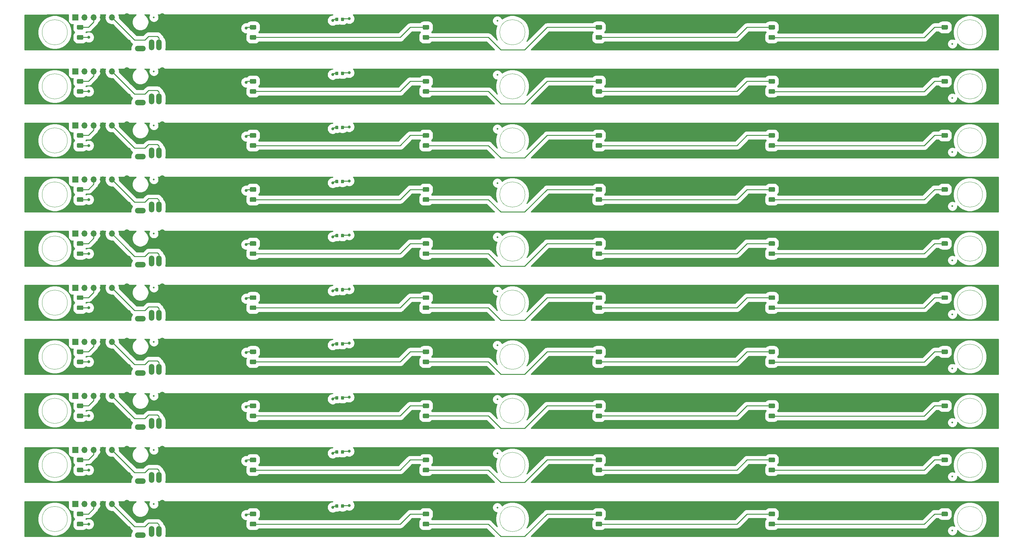
<source format=gtl>
%MOIN*%
%OFA0B0*%
%FSLAX46Y46*%
%IPPOS*%
%LPD*%
%ADD10C,0.0047244094488188976*%
%ADD11C,0.0039370078740157488*%
%ADD12O,0.11874015748031497X0.059370078740157484*%
%ADD13O,0.059370078740157484X0.11874015748031497*%
%ADD14R,0.066929133858267723X0.066929133858267723*%
%ADD15O,0.066929133858267723X0.066929133858267723*%
%ADD16C,0.01968503937007874*%
%ADD17C,0.031496062992125991*%
%ADD18C,0.01*%
%ADD19C,0.00984251968503937*%
%ADD30C,0.0047244094488188976*%
%ADD31C,0.0039370078740157488*%
%ADD32O,0.11874015748031497X0.059370078740157484*%
%ADD33O,0.059370078740157484X0.11874015748031497*%
%ADD34R,0.066929133858267723X0.066929133858267723*%
%ADD35O,0.066929133858267723X0.066929133858267723*%
%ADD36C,0.01968503937007874*%
%ADD37C,0.031496062992125991*%
%ADD38C,0.01*%
%ADD39C,0.00984251968503937*%
%ADD40C,0.0047244094488188976*%
%ADD41C,0.0039370078740157488*%
%ADD42O,0.11874015748031497X0.059370078740157484*%
%ADD43O,0.059370078740157484X0.11874015748031497*%
%ADD44R,0.066929133858267723X0.066929133858267723*%
%ADD45O,0.066929133858267723X0.066929133858267723*%
%ADD46C,0.01968503937007874*%
%ADD47C,0.031496062992125991*%
%ADD48C,0.01*%
%ADD49C,0.00984251968503937*%
%ADD50C,0.0047244094488188976*%
%ADD51C,0.0039370078740157488*%
%ADD52O,0.11874015748031497X0.059370078740157484*%
%ADD53O,0.059370078740157484X0.11874015748031497*%
%ADD54R,0.066929133858267723X0.066929133858267723*%
%ADD55O,0.066929133858267723X0.066929133858267723*%
%ADD56C,0.01968503937007874*%
%ADD57C,0.031496062992125991*%
%ADD58C,0.01*%
%ADD59C,0.00984251968503937*%
%ADD60C,0.0047244094488188976*%
%ADD61C,0.0039370078740157488*%
%ADD62O,0.11874015748031497X0.059370078740157484*%
%ADD63O,0.059370078740157484X0.11874015748031497*%
%ADD64R,0.066929133858267723X0.066929133858267723*%
%ADD65O,0.066929133858267723X0.066929133858267723*%
%ADD66C,0.01968503937007874*%
%ADD67C,0.031496062992125991*%
%ADD68C,0.01*%
%ADD69C,0.00984251968503937*%
%ADD70C,0.0047244094488188976*%
%ADD71C,0.0039370078740157488*%
%ADD72O,0.11874015748031497X0.059370078740157484*%
%ADD73O,0.059370078740157484X0.11874015748031497*%
%ADD74R,0.066929133858267723X0.066929133858267723*%
%ADD75O,0.066929133858267723X0.066929133858267723*%
%ADD76C,0.01968503937007874*%
%ADD77C,0.031496062992125991*%
%ADD78C,0.01*%
%ADD79C,0.00984251968503937*%
%ADD80C,0.0047244094488188976*%
%ADD81C,0.0039370078740157488*%
%ADD82O,0.11874015748031497X0.059370078740157484*%
%ADD83O,0.059370078740157484X0.11874015748031497*%
%ADD84R,0.066929133858267723X0.066929133858267723*%
%ADD85O,0.066929133858267723X0.066929133858267723*%
%ADD86C,0.01968503937007874*%
%ADD87C,0.031496062992125991*%
%ADD88C,0.01*%
%ADD89C,0.00984251968503937*%
%ADD90C,0.0047244094488188976*%
%ADD91C,0.0039370078740157488*%
%ADD92O,0.11874015748031497X0.059370078740157484*%
%ADD93O,0.059370078740157484X0.11874015748031497*%
%ADD94R,0.066929133858267723X0.066929133858267723*%
%ADD95O,0.066929133858267723X0.066929133858267723*%
%ADD96C,0.01968503937007874*%
%ADD97C,0.031496062992125991*%
%ADD98C,0.01*%
%ADD99C,0.00984251968503937*%
%ADD100C,0.0047244094488188976*%
%ADD101C,0.0039370078740157488*%
%ADD102O,0.11874015748031497X0.059370078740157484*%
%ADD103O,0.059370078740157484X0.11874015748031497*%
%ADD104R,0.066929133858267723X0.066929133858267723*%
%ADD105O,0.066929133858267723X0.066929133858267723*%
%ADD106C,0.01968503937007874*%
%ADD107C,0.031496062992125991*%
%ADD108C,0.01*%
%ADD109C,0.00984251968503937*%
%ADD110C,0.0047244094488188976*%
%ADD111C,0.0039370078740157488*%
%ADD112O,0.11874015748031497X0.059370078740157484*%
%ADD113O,0.059370078740157484X0.11874015748031497*%
%ADD114R,0.066929133858267723X0.066929133858267723*%
%ADD115O,0.066929133858267723X0.066929133858267723*%
%ADD116C,0.01968503937007874*%
%ADD117C,0.031496062992125991*%
%ADD118C,0.01*%
%ADD119C,0.00984251968503937*%
D10*
X0010511811Y0000236220D02*
G75*
G03X0010511811Y0000236220I-0000137795D01*
G01*
X0005511811Y0000236220D02*
G75*
G03X0005511811Y0000236220I-0000137795D01*
G01*
X0000510629Y0000236220D02*
G75*
G03X0000510629Y0000236220I-0000137795D01*
G01*
D11*
G36*
X0003526680Y0000396612D02*
G01*
X0003527516Y0000396488D01*
X0003528336Y0000396282D01*
X0003529132Y0000395997D01*
X0003529896Y0000395636D01*
X0003530621Y0000395202D01*
X0003531300Y0000394698D01*
X0003531926Y0000394131D01*
X0003532493Y0000393504D01*
X0003532997Y0000392825D01*
X0003533431Y0000392101D01*
X0003533793Y0000391337D01*
X0003534077Y0000390541D01*
X0003534283Y0000389721D01*
X0003534407Y0000388885D01*
X0003534448Y0000388041D01*
X0003534448Y0000367864D01*
X0003534407Y0000367020D01*
X0003534283Y0000366184D01*
X0003534077Y0000365364D01*
X0003533793Y0000364568D01*
X0003533431Y0000363804D01*
X0003532997Y0000363079D01*
X0003532493Y0000362400D01*
X0003531926Y0000361774D01*
X0003531300Y0000361206D01*
X0003530621Y0000360703D01*
X0003529896Y0000360268D01*
X0003529132Y0000359907D01*
X0003528336Y0000359622D01*
X0003527516Y0000359417D01*
X0003526680Y0000359293D01*
X0003525836Y0000359251D01*
X0003508612Y0000359251D01*
X0003507768Y0000359293D01*
X0003506932Y0000359417D01*
X0003506112Y0000359622D01*
X0003505316Y0000359907D01*
X0003504552Y0000360268D01*
X0003503827Y0000360703D01*
X0003503148Y0000361206D01*
X0003502522Y0000361774D01*
X0003501954Y0000362400D01*
X0003501451Y0000363079D01*
X0003501016Y0000363804D01*
X0003500655Y0000364568D01*
X0003500370Y0000365364D01*
X0003500165Y0000366184D01*
X0003500041Y0000367020D01*
X0003500000Y0000367864D01*
X0003500000Y0000388041D01*
X0003500041Y0000388885D01*
X0003500165Y0000389721D01*
X0003500370Y0000390541D01*
X0003500655Y0000391337D01*
X0003501016Y0000392101D01*
X0003501451Y0000392825D01*
X0003501954Y0000393504D01*
X0003502522Y0000394131D01*
X0003503148Y0000394698D01*
X0003503827Y0000395202D01*
X0003504552Y0000395636D01*
X0003505316Y0000395997D01*
X0003506112Y0000396282D01*
X0003506932Y0000396488D01*
X0003507768Y0000396612D01*
X0003508612Y0000396653D01*
X0003525836Y0000396653D01*
X0003526680Y0000396612D01*
G37*
G36*
X0003464672Y0000396612D02*
G01*
X0003465508Y0000396488D01*
X0003466328Y0000396282D01*
X0003467124Y0000395997D01*
X0003467888Y0000395636D01*
X0003468613Y0000395202D01*
X0003469292Y0000394698D01*
X0003469918Y0000394131D01*
X0003470486Y0000393504D01*
X0003470989Y0000392825D01*
X0003471424Y0000392101D01*
X0003471785Y0000391337D01*
X0003472070Y0000390541D01*
X0003472275Y0000389721D01*
X0003472399Y0000388885D01*
X0003472440Y0000388041D01*
X0003472440Y0000367864D01*
X0003472399Y0000367020D01*
X0003472275Y0000366184D01*
X0003472070Y0000365364D01*
X0003471785Y0000364568D01*
X0003471424Y0000363804D01*
X0003470989Y0000363079D01*
X0003470486Y0000362400D01*
X0003469918Y0000361774D01*
X0003469292Y0000361206D01*
X0003468613Y0000360703D01*
X0003467888Y0000360268D01*
X0003467124Y0000359907D01*
X0003466328Y0000359622D01*
X0003465508Y0000359417D01*
X0003464672Y0000359293D01*
X0003463828Y0000359251D01*
X0003446604Y0000359251D01*
X0003445760Y0000359293D01*
X0003444924Y0000359417D01*
X0003444104Y0000359622D01*
X0003443308Y0000359907D01*
X0003442544Y0000360268D01*
X0003441819Y0000360703D01*
X0003441140Y0000361206D01*
X0003440514Y0000361774D01*
X0003439947Y0000362400D01*
X0003439443Y0000363079D01*
X0003439009Y0000363804D01*
X0003438647Y0000364568D01*
X0003438362Y0000365364D01*
X0003438157Y0000366184D01*
X0003438033Y0000367020D01*
X0003437992Y0000367864D01*
X0003437992Y0000388041D01*
X0003438033Y0000388885D01*
X0003438157Y0000389721D01*
X0003438362Y0000390541D01*
X0003438647Y0000391337D01*
X0003439009Y0000392101D01*
X0003439443Y0000392825D01*
X0003439947Y0000393504D01*
X0003440514Y0000394131D01*
X0003441140Y0000394698D01*
X0003441819Y0000395202D01*
X0003442544Y0000395636D01*
X0003443308Y0000395997D01*
X0003444104Y0000396282D01*
X0003444924Y0000396488D01*
X0003445760Y0000396612D01*
X0003446604Y0000396653D01*
X0003463828Y0000396653D01*
X0003464672Y0000396612D01*
G37*
G36*
X0010123996Y0000315897D02*
G01*
X0010124951Y0000315755D01*
X0010125888Y0000315521D01*
X0010126798Y0000315195D01*
X0010127671Y0000314782D01*
X0010128499Y0000314286D01*
X0010129275Y0000313710D01*
X0010129991Y0000313062D01*
X0010130639Y0000312346D01*
X0010131215Y0000311570D01*
X0010131711Y0000310742D01*
X0010132124Y0000309868D01*
X0010132450Y0000308959D01*
X0010132684Y0000308022D01*
X0010132826Y0000307067D01*
X0010132874Y0000306102D01*
X0010132874Y0000276574D01*
X0010132826Y0000275610D01*
X0010132684Y0000274654D01*
X0010132450Y0000273717D01*
X0010132124Y0000272808D01*
X0010131711Y0000271935D01*
X0010131215Y0000271106D01*
X0010130639Y0000270330D01*
X0010129991Y0000269615D01*
X0010129275Y0000268966D01*
X0010128499Y0000268391D01*
X0010127671Y0000267894D01*
X0010126798Y0000267481D01*
X0010125888Y0000267156D01*
X0010124951Y0000266921D01*
X0010123996Y0000266779D01*
X0010123031Y0000266732D01*
X0010073818Y0000266732D01*
X0010072854Y0000266779D01*
X0010071898Y0000266921D01*
X0010070961Y0000267156D01*
X0010070052Y0000267481D01*
X0010069179Y0000267894D01*
X0010068350Y0000268391D01*
X0010067574Y0000268966D01*
X0010066859Y0000269615D01*
X0010066210Y0000270330D01*
X0010065635Y0000271106D01*
X0010065138Y0000271935D01*
X0010064725Y0000272808D01*
X0010064400Y0000273717D01*
X0010064165Y0000274654D01*
X0010064023Y0000275610D01*
X0010063976Y0000276574D01*
X0010063976Y0000306102D01*
X0010064023Y0000307067D01*
X0010064165Y0000308022D01*
X0010064400Y0000308959D01*
X0010064725Y0000309868D01*
X0010065138Y0000310742D01*
X0010065635Y0000311570D01*
X0010066210Y0000312346D01*
X0010066859Y0000313062D01*
X0010067574Y0000313710D01*
X0010068350Y0000314286D01*
X0010069179Y0000314782D01*
X0010070052Y0000315195D01*
X0010070961Y0000315521D01*
X0010071898Y0000315755D01*
X0010072854Y0000315897D01*
X0010073818Y0000315944D01*
X0010123031Y0000315944D01*
X0010123996Y0000315897D01*
G37*
G36*
X0010123996Y0000205661D02*
G01*
X0010124951Y0000205519D01*
X0010125888Y0000205284D01*
X0010126798Y0000204959D01*
X0010127671Y0000204546D01*
X0010128499Y0000204049D01*
X0010129275Y0000203474D01*
X0010129991Y0000202825D01*
X0010130639Y0000202110D01*
X0010131215Y0000201334D01*
X0010131711Y0000200505D01*
X0010132124Y0000199632D01*
X0010132450Y0000198723D01*
X0010132684Y0000197786D01*
X0010132826Y0000196830D01*
X0010132874Y0000195866D01*
X0010132874Y0000166338D01*
X0010132826Y0000165373D01*
X0010132684Y0000164418D01*
X0010132450Y0000163481D01*
X0010132124Y0000162571D01*
X0010131711Y0000161698D01*
X0010131215Y0000160870D01*
X0010130639Y0000160094D01*
X0010129991Y0000159378D01*
X0010129275Y0000158730D01*
X0010128499Y0000158154D01*
X0010127671Y0000157658D01*
X0010126798Y0000157245D01*
X0010125888Y0000156919D01*
X0010124951Y0000156685D01*
X0010123996Y0000156543D01*
X0010123031Y0000156496D01*
X0010073818Y0000156496D01*
X0010072854Y0000156543D01*
X0010071898Y0000156685D01*
X0010070961Y0000156919D01*
X0010070052Y0000157245D01*
X0010069179Y0000157658D01*
X0010068350Y0000158154D01*
X0010067574Y0000158730D01*
X0010066859Y0000159378D01*
X0010066210Y0000160094D01*
X0010065635Y0000160870D01*
X0010065138Y0000161698D01*
X0010064725Y0000162571D01*
X0010064400Y0000163481D01*
X0010064165Y0000164418D01*
X0010064023Y0000165373D01*
X0010063976Y0000166338D01*
X0010063976Y0000195866D01*
X0010064023Y0000196830D01*
X0010064165Y0000197786D01*
X0010064400Y0000198723D01*
X0010064725Y0000199632D01*
X0010065138Y0000200505D01*
X0010065635Y0000201334D01*
X0010066210Y0000202110D01*
X0010066859Y0000202825D01*
X0010067574Y0000203474D01*
X0010068350Y0000204049D01*
X0010069179Y0000204546D01*
X0010070052Y0000204959D01*
X0010070961Y0000205284D01*
X0010071898Y0000205519D01*
X0010072854Y0000205661D01*
X0010073818Y0000205708D01*
X0010123031Y0000205708D01*
X0010123996Y0000205661D01*
G37*
G36*
X0008234232Y0000315897D02*
G01*
X0008235187Y0000315755D01*
X0008236124Y0000315521D01*
X0008237034Y0000315195D01*
X0008237907Y0000314782D01*
X0008238735Y0000314286D01*
X0008239511Y0000313710D01*
X0008240227Y0000313062D01*
X0008240876Y0000312346D01*
X0008241451Y0000311570D01*
X0008241948Y0000310742D01*
X0008242361Y0000309868D01*
X0008242686Y0000308959D01*
X0008242921Y0000308022D01*
X0008243062Y0000307067D01*
X0008243110Y0000306102D01*
X0008243110Y0000276574D01*
X0008243062Y0000275610D01*
X0008242921Y0000274654D01*
X0008242686Y0000273717D01*
X0008242361Y0000272808D01*
X0008241948Y0000271935D01*
X0008241451Y0000271106D01*
X0008240876Y0000270330D01*
X0008240227Y0000269615D01*
X0008239511Y0000268966D01*
X0008238735Y0000268391D01*
X0008237907Y0000267894D01*
X0008237034Y0000267481D01*
X0008236124Y0000267156D01*
X0008235187Y0000266921D01*
X0008234232Y0000266779D01*
X0008233267Y0000266732D01*
X0008184055Y0000266732D01*
X0008183090Y0000266779D01*
X0008182134Y0000266921D01*
X0008181197Y0000267156D01*
X0008180288Y0000267481D01*
X0008179415Y0000267894D01*
X0008178586Y0000268391D01*
X0008177811Y0000268966D01*
X0008177095Y0000269615D01*
X0008176446Y0000270330D01*
X0008175871Y0000271106D01*
X0008175374Y0000271935D01*
X0008174961Y0000272808D01*
X0008174636Y0000273717D01*
X0008174401Y0000274654D01*
X0008174260Y0000275610D01*
X0008174212Y0000276574D01*
X0008174212Y0000306102D01*
X0008174260Y0000307067D01*
X0008174401Y0000308022D01*
X0008174636Y0000308959D01*
X0008174961Y0000309868D01*
X0008175374Y0000310742D01*
X0008175871Y0000311570D01*
X0008176446Y0000312346D01*
X0008177095Y0000313062D01*
X0008177811Y0000313710D01*
X0008178586Y0000314286D01*
X0008179415Y0000314782D01*
X0008180288Y0000315195D01*
X0008181197Y0000315521D01*
X0008182134Y0000315755D01*
X0008183090Y0000315897D01*
X0008184055Y0000315944D01*
X0008233267Y0000315944D01*
X0008234232Y0000315897D01*
G37*
G36*
X0008234232Y0000205661D02*
G01*
X0008235187Y0000205519D01*
X0008236124Y0000205284D01*
X0008237034Y0000204959D01*
X0008237907Y0000204546D01*
X0008238735Y0000204049D01*
X0008239511Y0000203474D01*
X0008240227Y0000202825D01*
X0008240876Y0000202110D01*
X0008241451Y0000201334D01*
X0008241948Y0000200505D01*
X0008242361Y0000199632D01*
X0008242686Y0000198723D01*
X0008242921Y0000197786D01*
X0008243062Y0000196830D01*
X0008243110Y0000195866D01*
X0008243110Y0000166338D01*
X0008243062Y0000165373D01*
X0008242921Y0000164418D01*
X0008242686Y0000163481D01*
X0008242361Y0000162571D01*
X0008241948Y0000161698D01*
X0008241451Y0000160870D01*
X0008240876Y0000160094D01*
X0008240227Y0000159378D01*
X0008239511Y0000158730D01*
X0008238735Y0000158154D01*
X0008237907Y0000157658D01*
X0008237034Y0000157245D01*
X0008236124Y0000156919D01*
X0008235187Y0000156685D01*
X0008234232Y0000156543D01*
X0008233267Y0000156496D01*
X0008184055Y0000156496D01*
X0008183090Y0000156543D01*
X0008182134Y0000156685D01*
X0008181197Y0000156919D01*
X0008180288Y0000157245D01*
X0008179415Y0000157658D01*
X0008178586Y0000158154D01*
X0008177811Y0000158730D01*
X0008177095Y0000159378D01*
X0008176446Y0000160094D01*
X0008175871Y0000160870D01*
X0008175374Y0000161698D01*
X0008174961Y0000162571D01*
X0008174636Y0000163481D01*
X0008174401Y0000164418D01*
X0008174260Y0000165373D01*
X0008174212Y0000166338D01*
X0008174212Y0000195866D01*
X0008174260Y0000196830D01*
X0008174401Y0000197786D01*
X0008174636Y0000198723D01*
X0008174961Y0000199632D01*
X0008175374Y0000200505D01*
X0008175871Y0000201334D01*
X0008176446Y0000202110D01*
X0008177095Y0000202825D01*
X0008177811Y0000203474D01*
X0008178586Y0000204049D01*
X0008179415Y0000204546D01*
X0008180288Y0000204959D01*
X0008181197Y0000205284D01*
X0008182134Y0000205519D01*
X0008183090Y0000205661D01*
X0008184055Y0000205708D01*
X0008233267Y0000205708D01*
X0008234232Y0000205661D01*
G37*
G36*
X0006344468Y0000315897D02*
G01*
X0006345424Y0000315755D01*
X0006346361Y0000315521D01*
X0006347270Y0000315195D01*
X0006348143Y0000314782D01*
X0006348972Y0000314286D01*
X0006349747Y0000313710D01*
X0006350463Y0000313062D01*
X0006351112Y0000312346D01*
X0006351687Y0000311570D01*
X0006352184Y0000310742D01*
X0006352597Y0000309868D01*
X0006352922Y0000308959D01*
X0006353157Y0000308022D01*
X0006353299Y0000307067D01*
X0006353346Y0000306102D01*
X0006353346Y0000276574D01*
X0006353299Y0000275610D01*
X0006353157Y0000274654D01*
X0006352922Y0000273717D01*
X0006352597Y0000272808D01*
X0006352184Y0000271935D01*
X0006351687Y0000271106D01*
X0006351112Y0000270330D01*
X0006350463Y0000269615D01*
X0006349747Y0000268966D01*
X0006348972Y0000268391D01*
X0006348143Y0000267894D01*
X0006347270Y0000267481D01*
X0006346361Y0000267156D01*
X0006345424Y0000266921D01*
X0006344468Y0000266779D01*
X0006343503Y0000266732D01*
X0006294291Y0000266732D01*
X0006293326Y0000266779D01*
X0006292371Y0000266921D01*
X0006291434Y0000267156D01*
X0006290524Y0000267481D01*
X0006289651Y0000267894D01*
X0006288823Y0000268391D01*
X0006288047Y0000268966D01*
X0006287331Y0000269615D01*
X0006286682Y0000270330D01*
X0006286107Y0000271106D01*
X0006285611Y0000271935D01*
X0006285198Y0000272808D01*
X0006284872Y0000273717D01*
X0006284637Y0000274654D01*
X0006284496Y0000275610D01*
X0006284448Y0000276574D01*
X0006284448Y0000306102D01*
X0006284496Y0000307067D01*
X0006284637Y0000308022D01*
X0006284872Y0000308959D01*
X0006285198Y0000309868D01*
X0006285611Y0000310742D01*
X0006286107Y0000311570D01*
X0006286682Y0000312346D01*
X0006287331Y0000313062D01*
X0006288047Y0000313710D01*
X0006288823Y0000314286D01*
X0006289651Y0000314782D01*
X0006290524Y0000315195D01*
X0006291434Y0000315521D01*
X0006292371Y0000315755D01*
X0006293326Y0000315897D01*
X0006294291Y0000315944D01*
X0006343503Y0000315944D01*
X0006344468Y0000315897D01*
G37*
G36*
X0006344468Y0000205661D02*
G01*
X0006345424Y0000205519D01*
X0006346361Y0000205284D01*
X0006347270Y0000204959D01*
X0006348143Y0000204546D01*
X0006348972Y0000204049D01*
X0006349747Y0000203474D01*
X0006350463Y0000202825D01*
X0006351112Y0000202110D01*
X0006351687Y0000201334D01*
X0006352184Y0000200505D01*
X0006352597Y0000199632D01*
X0006352922Y0000198723D01*
X0006353157Y0000197786D01*
X0006353299Y0000196830D01*
X0006353346Y0000195866D01*
X0006353346Y0000166338D01*
X0006353299Y0000165373D01*
X0006353157Y0000164418D01*
X0006352922Y0000163481D01*
X0006352597Y0000162571D01*
X0006352184Y0000161698D01*
X0006351687Y0000160870D01*
X0006351112Y0000160094D01*
X0006350463Y0000159378D01*
X0006349747Y0000158730D01*
X0006348972Y0000158154D01*
X0006348143Y0000157658D01*
X0006347270Y0000157245D01*
X0006346361Y0000156919D01*
X0006345424Y0000156685D01*
X0006344468Y0000156543D01*
X0006343503Y0000156496D01*
X0006294291Y0000156496D01*
X0006293326Y0000156543D01*
X0006292371Y0000156685D01*
X0006291434Y0000156919D01*
X0006290524Y0000157245D01*
X0006289651Y0000157658D01*
X0006288823Y0000158154D01*
X0006288047Y0000158730D01*
X0006287331Y0000159378D01*
X0006286682Y0000160094D01*
X0006286107Y0000160870D01*
X0006285611Y0000161698D01*
X0006285198Y0000162571D01*
X0006284872Y0000163481D01*
X0006284637Y0000164418D01*
X0006284496Y0000165373D01*
X0006284448Y0000166338D01*
X0006284448Y0000195866D01*
X0006284496Y0000196830D01*
X0006284637Y0000197786D01*
X0006284872Y0000198723D01*
X0006285198Y0000199632D01*
X0006285611Y0000200505D01*
X0006286107Y0000201334D01*
X0006286682Y0000202110D01*
X0006287331Y0000202825D01*
X0006288047Y0000203474D01*
X0006288823Y0000204049D01*
X0006289651Y0000204546D01*
X0006290524Y0000204959D01*
X0006291434Y0000205284D01*
X0006292371Y0000205519D01*
X0006293326Y0000205661D01*
X0006294291Y0000205708D01*
X0006343503Y0000205708D01*
X0006344468Y0000205661D01*
G37*
G36*
X0004454704Y0000315897D02*
G01*
X0004455660Y0000315755D01*
X0004456597Y0000315521D01*
X0004457506Y0000315195D01*
X0004458379Y0000314782D01*
X0004459208Y0000314286D01*
X0004459984Y0000313710D01*
X0004460699Y0000313062D01*
X0004461348Y0000312346D01*
X0004461923Y0000311570D01*
X0004462420Y0000310742D01*
X0004462833Y0000309868D01*
X0004463158Y0000308959D01*
X0004463393Y0000308022D01*
X0004463535Y0000307067D01*
X0004463582Y0000306102D01*
X0004463582Y0000276574D01*
X0004463535Y0000275610D01*
X0004463393Y0000274654D01*
X0004463158Y0000273717D01*
X0004462833Y0000272808D01*
X0004462420Y0000271935D01*
X0004461923Y0000271106D01*
X0004461348Y0000270330D01*
X0004460699Y0000269615D01*
X0004459984Y0000268966D01*
X0004459208Y0000268391D01*
X0004458379Y0000267894D01*
X0004457506Y0000267481D01*
X0004456597Y0000267156D01*
X0004455660Y0000266921D01*
X0004454704Y0000266779D01*
X0004453740Y0000266732D01*
X0004404527Y0000266732D01*
X0004403562Y0000266779D01*
X0004402607Y0000266921D01*
X0004401670Y0000267156D01*
X0004400760Y0000267481D01*
X0004399887Y0000267894D01*
X0004399059Y0000268391D01*
X0004398283Y0000268966D01*
X0004397567Y0000269615D01*
X0004396919Y0000270330D01*
X0004396343Y0000271106D01*
X0004395847Y0000271935D01*
X0004395434Y0000272808D01*
X0004395108Y0000273717D01*
X0004394874Y0000274654D01*
X0004394732Y0000275610D01*
X0004394685Y0000276574D01*
X0004394685Y0000306102D01*
X0004394732Y0000307067D01*
X0004394874Y0000308022D01*
X0004395108Y0000308959D01*
X0004395434Y0000309868D01*
X0004395847Y0000310742D01*
X0004396343Y0000311570D01*
X0004396919Y0000312346D01*
X0004397567Y0000313062D01*
X0004398283Y0000313710D01*
X0004399059Y0000314286D01*
X0004399887Y0000314782D01*
X0004400760Y0000315195D01*
X0004401670Y0000315521D01*
X0004402607Y0000315755D01*
X0004403562Y0000315897D01*
X0004404527Y0000315944D01*
X0004453740Y0000315944D01*
X0004454704Y0000315897D01*
G37*
G36*
X0004454704Y0000205661D02*
G01*
X0004455660Y0000205519D01*
X0004456597Y0000205284D01*
X0004457506Y0000204959D01*
X0004458379Y0000204546D01*
X0004459208Y0000204049D01*
X0004459984Y0000203474D01*
X0004460699Y0000202825D01*
X0004461348Y0000202110D01*
X0004461923Y0000201334D01*
X0004462420Y0000200505D01*
X0004462833Y0000199632D01*
X0004463158Y0000198723D01*
X0004463393Y0000197786D01*
X0004463535Y0000196830D01*
X0004463582Y0000195866D01*
X0004463582Y0000166338D01*
X0004463535Y0000165373D01*
X0004463393Y0000164418D01*
X0004463158Y0000163481D01*
X0004462833Y0000162571D01*
X0004462420Y0000161698D01*
X0004461923Y0000160870D01*
X0004461348Y0000160094D01*
X0004460699Y0000159378D01*
X0004459984Y0000158730D01*
X0004459208Y0000158154D01*
X0004458379Y0000157658D01*
X0004457506Y0000157245D01*
X0004456597Y0000156919D01*
X0004455660Y0000156685D01*
X0004454704Y0000156543D01*
X0004453740Y0000156496D01*
X0004404527Y0000156496D01*
X0004403562Y0000156543D01*
X0004402607Y0000156685D01*
X0004401670Y0000156919D01*
X0004400760Y0000157245D01*
X0004399887Y0000157658D01*
X0004399059Y0000158154D01*
X0004398283Y0000158730D01*
X0004397567Y0000159378D01*
X0004396919Y0000160094D01*
X0004396343Y0000160870D01*
X0004395847Y0000161698D01*
X0004395434Y0000162571D01*
X0004395108Y0000163481D01*
X0004394874Y0000164418D01*
X0004394732Y0000165373D01*
X0004394685Y0000166338D01*
X0004394685Y0000195866D01*
X0004394732Y0000196830D01*
X0004394874Y0000197786D01*
X0004395108Y0000198723D01*
X0004395434Y0000199632D01*
X0004395847Y0000200505D01*
X0004396343Y0000201334D01*
X0004396919Y0000202110D01*
X0004397567Y0000202825D01*
X0004398283Y0000203474D01*
X0004399059Y0000204049D01*
X0004399887Y0000204546D01*
X0004400760Y0000204959D01*
X0004401670Y0000205284D01*
X0004402607Y0000205519D01*
X0004403562Y0000205661D01*
X0004404527Y0000205708D01*
X0004453740Y0000205708D01*
X0004454704Y0000205661D01*
G37*
G36*
X0002564941Y0000315897D02*
G01*
X0002565896Y0000315755D01*
X0002566833Y0000315521D01*
X0002567742Y0000315195D01*
X0002568616Y0000314782D01*
X0002569444Y0000314286D01*
X0002570220Y0000313710D01*
X0002570936Y0000313062D01*
X0002571584Y0000312346D01*
X0002572160Y0000311570D01*
X0002572656Y0000310742D01*
X0002573069Y0000309868D01*
X0002573395Y0000308959D01*
X0002573629Y0000308022D01*
X0002573771Y0000307067D01*
X0002573818Y0000306102D01*
X0002573818Y0000276574D01*
X0002573771Y0000275610D01*
X0002573629Y0000274654D01*
X0002573395Y0000273717D01*
X0002573069Y0000272808D01*
X0002572656Y0000271935D01*
X0002572160Y0000271106D01*
X0002571584Y0000270330D01*
X0002570936Y0000269615D01*
X0002570220Y0000268966D01*
X0002569444Y0000268391D01*
X0002568616Y0000267894D01*
X0002567742Y0000267481D01*
X0002566833Y0000267156D01*
X0002565896Y0000266921D01*
X0002564941Y0000266779D01*
X0002563976Y0000266732D01*
X0002514763Y0000266732D01*
X0002513799Y0000266779D01*
X0002512843Y0000266921D01*
X0002511906Y0000267156D01*
X0002510997Y0000267481D01*
X0002510124Y0000267894D01*
X0002509295Y0000268391D01*
X0002508519Y0000268966D01*
X0002507804Y0000269615D01*
X0002507155Y0000270330D01*
X0002506580Y0000271106D01*
X0002506083Y0000271935D01*
X0002505670Y0000272808D01*
X0002505345Y0000273717D01*
X0002505110Y0000274654D01*
X0002504968Y0000275610D01*
X0002504921Y0000276574D01*
X0002504921Y0000306102D01*
X0002504968Y0000307067D01*
X0002505110Y0000308022D01*
X0002505345Y0000308959D01*
X0002505670Y0000309868D01*
X0002506083Y0000310742D01*
X0002506580Y0000311570D01*
X0002507155Y0000312346D01*
X0002507804Y0000313062D01*
X0002508519Y0000313710D01*
X0002509295Y0000314286D01*
X0002510124Y0000314782D01*
X0002510997Y0000315195D01*
X0002511906Y0000315521D01*
X0002512843Y0000315755D01*
X0002513799Y0000315897D01*
X0002514763Y0000315944D01*
X0002563976Y0000315944D01*
X0002564941Y0000315897D01*
G37*
G36*
X0002564941Y0000205661D02*
G01*
X0002565896Y0000205519D01*
X0002566833Y0000205284D01*
X0002567742Y0000204959D01*
X0002568616Y0000204546D01*
X0002569444Y0000204049D01*
X0002570220Y0000203474D01*
X0002570936Y0000202825D01*
X0002571584Y0000202110D01*
X0002572160Y0000201334D01*
X0002572656Y0000200505D01*
X0002573069Y0000199632D01*
X0002573395Y0000198723D01*
X0002573629Y0000197786D01*
X0002573771Y0000196830D01*
X0002573818Y0000195866D01*
X0002573818Y0000166338D01*
X0002573771Y0000165373D01*
X0002573629Y0000164418D01*
X0002573395Y0000163481D01*
X0002573069Y0000162571D01*
X0002572656Y0000161698D01*
X0002572160Y0000160870D01*
X0002571584Y0000160094D01*
X0002570936Y0000159378D01*
X0002570220Y0000158730D01*
X0002569444Y0000158154D01*
X0002568616Y0000157658D01*
X0002567742Y0000157245D01*
X0002566833Y0000156919D01*
X0002565896Y0000156685D01*
X0002564941Y0000156543D01*
X0002563976Y0000156496D01*
X0002514763Y0000156496D01*
X0002513799Y0000156543D01*
X0002512843Y0000156685D01*
X0002511906Y0000156919D01*
X0002510997Y0000157245D01*
X0002510124Y0000157658D01*
X0002509295Y0000158154D01*
X0002508519Y0000158730D01*
X0002507804Y0000159378D01*
X0002507155Y0000160094D01*
X0002506580Y0000160870D01*
X0002506083Y0000161698D01*
X0002505670Y0000162571D01*
X0002505345Y0000163481D01*
X0002505110Y0000164418D01*
X0002504968Y0000165373D01*
X0002504921Y0000166338D01*
X0002504921Y0000195866D01*
X0002504968Y0000196830D01*
X0002505110Y0000197786D01*
X0002505345Y0000198723D01*
X0002505670Y0000199632D01*
X0002506083Y0000200505D01*
X0002506580Y0000201334D01*
X0002507155Y0000202110D01*
X0002507804Y0000202825D01*
X0002508519Y0000203474D01*
X0002509295Y0000204049D01*
X0002510124Y0000204546D01*
X0002510997Y0000204959D01*
X0002511906Y0000205284D01*
X0002512843Y0000205519D01*
X0002513799Y0000205661D01*
X0002514763Y0000205708D01*
X0002563976Y0000205708D01*
X0002564941Y0000205661D01*
G37*
G36*
X0000675177Y0000315897D02*
G01*
X0000676132Y0000315755D01*
X0000677069Y0000315521D01*
X0000677979Y0000315195D01*
X0000678852Y0000314782D01*
X0000679680Y0000314286D01*
X0000680456Y0000313710D01*
X0000681172Y0000313062D01*
X0000681820Y0000312346D01*
X0000682396Y0000311570D01*
X0000682892Y0000310742D01*
X0000683305Y0000309868D01*
X0000683631Y0000308959D01*
X0000683865Y0000308022D01*
X0000684007Y0000307067D01*
X0000684055Y0000306102D01*
X0000684055Y0000276574D01*
X0000684007Y0000275610D01*
X0000683865Y0000274654D01*
X0000683631Y0000273717D01*
X0000683305Y0000272808D01*
X0000682892Y0000271935D01*
X0000682396Y0000271106D01*
X0000681820Y0000270330D01*
X0000681172Y0000269615D01*
X0000680456Y0000268966D01*
X0000679680Y0000268391D01*
X0000678852Y0000267894D01*
X0000677979Y0000267481D01*
X0000677069Y0000267156D01*
X0000676132Y0000266921D01*
X0000675177Y0000266779D01*
X0000674212Y0000266732D01*
X0000625000Y0000266732D01*
X0000624035Y0000266779D01*
X0000623079Y0000266921D01*
X0000622142Y0000267156D01*
X0000621233Y0000267481D01*
X0000620360Y0000267894D01*
X0000619531Y0000268391D01*
X0000618755Y0000268966D01*
X0000618040Y0000269615D01*
X0000617391Y0000270330D01*
X0000616816Y0000271106D01*
X0000616319Y0000271935D01*
X0000615906Y0000272808D01*
X0000615581Y0000273717D01*
X0000615346Y0000274654D01*
X0000615204Y0000275610D01*
X0000615157Y0000276574D01*
X0000615157Y0000306102D01*
X0000615204Y0000307067D01*
X0000615346Y0000308022D01*
X0000615581Y0000308959D01*
X0000615906Y0000309868D01*
X0000616319Y0000310742D01*
X0000616816Y0000311570D01*
X0000617391Y0000312346D01*
X0000618040Y0000313062D01*
X0000618755Y0000313710D01*
X0000619531Y0000314286D01*
X0000620360Y0000314782D01*
X0000621233Y0000315195D01*
X0000622142Y0000315521D01*
X0000623079Y0000315755D01*
X0000624035Y0000315897D01*
X0000625000Y0000315944D01*
X0000674212Y0000315944D01*
X0000675177Y0000315897D01*
G37*
G36*
X0000675177Y0000205661D02*
G01*
X0000676132Y0000205519D01*
X0000677069Y0000205284D01*
X0000677979Y0000204959D01*
X0000678852Y0000204546D01*
X0000679680Y0000204049D01*
X0000680456Y0000203474D01*
X0000681172Y0000202825D01*
X0000681820Y0000202110D01*
X0000682396Y0000201334D01*
X0000682892Y0000200505D01*
X0000683305Y0000199632D01*
X0000683631Y0000198723D01*
X0000683865Y0000197786D01*
X0000684007Y0000196830D01*
X0000684055Y0000195866D01*
X0000684055Y0000166338D01*
X0000684007Y0000165373D01*
X0000683865Y0000164418D01*
X0000683631Y0000163481D01*
X0000683305Y0000162571D01*
X0000682892Y0000161698D01*
X0000682396Y0000160870D01*
X0000681820Y0000160094D01*
X0000681172Y0000159378D01*
X0000680456Y0000158730D01*
X0000679680Y0000158154D01*
X0000678852Y0000157658D01*
X0000677979Y0000157245D01*
X0000677069Y0000156919D01*
X0000676132Y0000156685D01*
X0000675177Y0000156543D01*
X0000674212Y0000156496D01*
X0000625000Y0000156496D01*
X0000624035Y0000156543D01*
X0000623079Y0000156685D01*
X0000622142Y0000156919D01*
X0000621233Y0000157245D01*
X0000620360Y0000157658D01*
X0000619531Y0000158154D01*
X0000618755Y0000158730D01*
X0000618040Y0000159378D01*
X0000617391Y0000160094D01*
X0000616816Y0000160870D01*
X0000616319Y0000161698D01*
X0000615906Y0000162571D01*
X0000615581Y0000163481D01*
X0000615346Y0000164418D01*
X0000615204Y0000165373D01*
X0000615157Y0000166338D01*
X0000615157Y0000195866D01*
X0000615204Y0000196830D01*
X0000615346Y0000197786D01*
X0000615581Y0000198723D01*
X0000615906Y0000199632D01*
X0000616319Y0000200505D01*
X0000616816Y0000201334D01*
X0000617391Y0000202110D01*
X0000618040Y0000202825D01*
X0000618755Y0000203474D01*
X0000619531Y0000204049D01*
X0000620360Y0000204546D01*
X0000621233Y0000204959D01*
X0000622142Y0000205284D01*
X0000623079Y0000205519D01*
X0000624035Y0000205661D01*
X0000625000Y0000205708D01*
X0000674212Y0000205708D01*
X0000675177Y0000205661D01*
G37*
D12*
X0001307874Y0000059842D03*
D13*
X0001429921Y0000099212D03*
X0001512598Y0000099212D03*
X0001174015Y0000099212D03*
X0001548031Y0000386614D03*
X0001162204Y0000386614D03*
D14*
X0000598818Y0000399212D03*
D15*
X0000698818Y0000399212D03*
X0000798818Y0000399212D03*
X0000898818Y0000399212D03*
X0000998818Y0000399212D03*
D16*
X0001455118Y0000399999D03*
X0010181889Y0000109055D03*
X0005209448Y0000361810D03*
D17*
X0002407480Y0000117125D03*
X0001879921Y0000069881D03*
X0000744488Y0000181102D03*
X0002464566Y0000280511D03*
X0003410433Y0000364173D03*
X0003590157Y0000384645D03*
D18*
X0001174015Y0000099212D02*
X0001121653Y0000099212D01*
X0000898818Y0000322047D02*
X0000898818Y0000399212D01*
X0001121653Y0000099212D02*
X0000898818Y0000322047D01*
X0010107874Y0000181102D02*
X0010098425Y0000181102D01*
X0010180314Y0000253543D02*
X0010107874Y0000181102D01*
X0010180314Y0000370866D02*
X0010180314Y0000253543D01*
X0003958267Y0000251968D02*
X0004132480Y0000426181D01*
X0004132480Y0000426181D02*
X0010125000Y0000426181D01*
X0002807874Y0000251968D02*
X0003958267Y0000251968D01*
X0010125000Y0000426181D02*
X0010180314Y0000370866D01*
X0002673228Y0000386614D02*
X0002807874Y0000251968D01*
X0001763582Y0000386614D02*
X0001763582Y0000186220D01*
X0001548031Y0000386614D02*
X0001763582Y0000386614D01*
X0001763582Y0000186220D02*
X0001845472Y0000104330D01*
X0002392519Y0000132086D02*
X0002407480Y0000117125D01*
X0002392519Y0000386614D02*
X0002392519Y0000132086D01*
X0001763582Y0000386614D02*
X0002392519Y0000386614D01*
X0002392519Y0000386614D02*
X0002673228Y0000386614D01*
X0001845472Y0000104330D02*
X0001879921Y0000069881D01*
D19*
X0008210236Y0000179527D02*
X0008208661Y0000181102D01*
X0009875590Y0000179527D02*
X0008210236Y0000179527D01*
X0009987401Y0000291338D02*
X0009875590Y0000179527D01*
X0010098425Y0000291338D02*
X0009987401Y0000291338D01*
X0008208661Y0000291338D02*
X0007937007Y0000291338D01*
X0007826771Y0000181102D02*
X0006318897Y0000181102D01*
X0007937007Y0000291338D02*
X0007826771Y0000181102D01*
X0005111023Y0000181102D02*
X0004429133Y0000181102D01*
X0005246456Y0000045669D02*
X0005111023Y0000181102D01*
X0005507086Y0000045669D02*
X0005246456Y0000045669D01*
X0005752755Y0000291338D02*
X0005507086Y0000045669D01*
X0006318897Y0000291338D02*
X0005752755Y0000291338D01*
X0004429133Y0000291338D02*
X0004390748Y0000291338D01*
X0004390748Y0000291338D02*
X0004257874Y0000291338D01*
X0002643700Y0000181102D02*
X0002539370Y0000181102D01*
D18*
X0004147637Y0000181102D02*
X0004257874Y0000291338D01*
X0002643700Y0000181102D02*
X0004147637Y0000181102D01*
D19*
X0002539370Y0000291338D02*
X0002527559Y0000291338D01*
X0000641732Y0000173228D02*
X0000649606Y0000181102D01*
X0002529527Y0000291338D02*
X0002539370Y0000291338D01*
D18*
X0000649606Y0000181102D02*
X0000744488Y0000181102D01*
X0002516732Y0000291338D02*
X0002539370Y0000291338D01*
X0002475393Y0000291338D02*
X0002464566Y0000280511D01*
X0002539370Y0000291338D02*
X0002475393Y0000291338D01*
X0003454822Y0000378346D02*
X0003455216Y0000377952D01*
X0003424212Y0000377952D02*
X0003410433Y0000364173D01*
X0003455216Y0000377952D02*
X0003424212Y0000377952D01*
X0001165748Y0000232283D02*
X0000998818Y0000399212D01*
X0001245669Y0000152362D02*
X0001165748Y0000232283D01*
X0001358661Y0000152362D02*
X0001245669Y0000152362D01*
X0001398425Y0000192125D02*
X0001358661Y0000152362D01*
X0001512598Y0000099212D02*
X0001512598Y0000174803D01*
X0001512598Y0000174803D02*
X0001495275Y0000192125D01*
X0001495275Y0000192125D02*
X0001398425Y0000192125D01*
X0000798818Y0000349212D02*
X0000798818Y0000399212D01*
X0000740944Y0000291338D02*
X0000798818Y0000349212D01*
X0000649606Y0000291338D02*
X0000740944Y0000291338D01*
X0003523917Y0000384645D02*
X0003517224Y0000377952D01*
X0003590157Y0000384645D02*
X0003523917Y0000384645D01*
G36*
X0000923975Y0000421916D02*
G01*
X0000920984Y0000406878D01*
X0000920984Y0000391546D01*
X0000923975Y0000376509D01*
X0000929842Y0000362344D01*
X0000938360Y0000349595D01*
X0000949202Y0000338754D01*
X0000961950Y0000330236D01*
X0000976115Y0000324369D01*
X0000991152Y0000321377D01*
X0001006484Y0000321377D01*
X0001006775Y0000321435D01*
X0001132552Y0000195658D01*
X0001132553Y0000195658D01*
X0001209044Y0000119167D01*
X0001210590Y0000117283D01*
X0001212474Y0000115737D01*
X0001212474Y0000115737D01*
X0001218107Y0000111113D01*
X0001222526Y0000108751D01*
X0001216316Y0000101184D01*
X0001209439Y0000088319D01*
X0001205205Y0000074359D01*
X0001203775Y0000059842D01*
X0001205183Y0000045551D01*
X0000045551Y0000045551D01*
X0000045551Y0000254384D01*
X0000188412Y0000254384D01*
X0000188412Y0000218056D01*
X0000195499Y0000182426D01*
X0000209401Y0000148863D01*
X0000229584Y0000118657D01*
X0000255272Y0000092970D01*
X0000285477Y0000072787D01*
X0000319040Y0000058885D01*
X0000354670Y0000051797D01*
X0000390998Y0000051797D01*
X0000426628Y0000058885D01*
X0000460191Y0000072787D01*
X0000490397Y0000092970D01*
X0000516085Y0000118657D01*
X0000536267Y0000148863D01*
X0000550170Y0000182426D01*
X0000557257Y0000218056D01*
X0000557257Y0000254384D01*
X0000550170Y0000290014D01*
X0000536267Y0000323577D01*
X0000516085Y0000353783D01*
X0000490397Y0000379470D01*
X0000460191Y0000399653D01*
X0000426628Y0000413555D01*
X0000390998Y0000420643D01*
X0000354670Y0000420643D01*
X0000319040Y0000413555D01*
X0000285477Y0000399653D01*
X0000255272Y0000379470D01*
X0000229584Y0000353783D01*
X0000209401Y0000323577D01*
X0000195499Y0000290014D01*
X0000188412Y0000254384D01*
X0000045551Y0000254384D01*
X0000045551Y0000426889D01*
X0000520769Y0000426907D01*
X0000520769Y0000365748D01*
X0000521626Y0000357049D01*
X0000524163Y0000348686D01*
X0000528283Y0000340978D01*
X0000533828Y0000334221D01*
X0000540584Y0000328677D01*
X0000548292Y0000324557D01*
X0000556656Y0000322019D01*
X0000565354Y0000321163D01*
X0000572966Y0000321163D01*
X0000571618Y0000316720D01*
X0000570572Y0000306102D01*
X0000570572Y0000276574D01*
X0000571618Y0000265956D01*
X0000574715Y0000255746D01*
X0000579745Y0000246336D01*
X0000586514Y0000238088D01*
X0000588790Y0000236220D01*
X0000586514Y0000234352D01*
X0000579745Y0000226104D01*
X0000574715Y0000216694D01*
X0000571618Y0000206484D01*
X0000570572Y0000195866D01*
X0000570572Y0000166338D01*
X0000571618Y0000155720D01*
X0000574715Y0000145510D01*
X0000579745Y0000136100D01*
X0000586514Y0000127852D01*
X0000594761Y0000121083D01*
X0000604171Y0000116054D01*
X0000614381Y0000112957D01*
X0000625000Y0000111911D01*
X0000674212Y0000111911D01*
X0000684830Y0000112957D01*
X0000695041Y0000116054D01*
X0000704450Y0000121083D01*
X0000712698Y0000127852D01*
X0000713857Y0000129265D01*
X0000716011Y0000127826D01*
X0000726952Y0000123294D01*
X0000738567Y0000120984D01*
X0000750409Y0000120984D01*
X0000762024Y0000123294D01*
X0000772964Y0000127826D01*
X0000782811Y0000134405D01*
X0000791185Y0000142779D01*
X0000797764Y0000152625D01*
X0000802295Y0000163566D01*
X0000804606Y0000175181D01*
X0000804606Y0000187023D01*
X0000802295Y0000198638D01*
X0000797764Y0000209578D01*
X0000791185Y0000219425D01*
X0000782811Y0000227799D01*
X0000772964Y0000234378D01*
X0000762024Y0000238910D01*
X0000750409Y0000241220D01*
X0000738567Y0000241220D01*
X0000726952Y0000238910D01*
X0000716011Y0000234378D01*
X0000713857Y0000232939D01*
X0000712698Y0000234352D01*
X0000710421Y0000236220D01*
X0000712698Y0000238088D01*
X0000715882Y0000241968D01*
X0000738519Y0000241968D01*
X0000740944Y0000241729D01*
X0000743370Y0000241968D01*
X0000750623Y0000242682D01*
X0000759929Y0000245505D01*
X0000768506Y0000250090D01*
X0000776023Y0000256259D01*
X0000777569Y0000258143D01*
X0000832014Y0000312587D01*
X0000833897Y0000314133D01*
X0000840067Y0000321651D01*
X0000844651Y0000330228D01*
X0000846933Y0000337750D01*
X0000848435Y0000338754D01*
X0000859277Y0000349595D01*
X0000867795Y0000362344D01*
X0000873662Y0000376509D01*
X0000876653Y0000391546D01*
X0000876653Y0000406878D01*
X0000873662Y0000421916D01*
X0000871589Y0000426920D01*
X0000926049Y0000426922D01*
X0000923975Y0000421916D01*
G37*
X0000923975Y0000421916D02*
X0000920984Y0000406878D01*
X0000920984Y0000391546D01*
X0000923975Y0000376509D01*
X0000929842Y0000362344D01*
X0000938360Y0000349595D01*
X0000949202Y0000338754D01*
X0000961950Y0000330236D01*
X0000976115Y0000324369D01*
X0000991152Y0000321377D01*
X0001006484Y0000321377D01*
X0001006775Y0000321435D01*
X0001132552Y0000195658D01*
X0001132553Y0000195658D01*
X0001209044Y0000119167D01*
X0001210590Y0000117283D01*
X0001212474Y0000115737D01*
X0001212474Y0000115737D01*
X0001218107Y0000111113D01*
X0001222526Y0000108751D01*
X0001216316Y0000101184D01*
X0001209439Y0000088319D01*
X0001205205Y0000074359D01*
X0001203775Y0000059842D01*
X0001205183Y0000045551D01*
X0000045551Y0000045551D01*
X0000045551Y0000254384D01*
X0000188412Y0000254384D01*
X0000188412Y0000218056D01*
X0000195499Y0000182426D01*
X0000209401Y0000148863D01*
X0000229584Y0000118657D01*
X0000255272Y0000092970D01*
X0000285477Y0000072787D01*
X0000319040Y0000058885D01*
X0000354670Y0000051797D01*
X0000390998Y0000051797D01*
X0000426628Y0000058885D01*
X0000460191Y0000072787D01*
X0000490397Y0000092970D01*
X0000516085Y0000118657D01*
X0000536267Y0000148863D01*
X0000550170Y0000182426D01*
X0000557257Y0000218056D01*
X0000557257Y0000254384D01*
X0000550170Y0000290014D01*
X0000536267Y0000323577D01*
X0000516085Y0000353783D01*
X0000490397Y0000379470D01*
X0000460191Y0000399653D01*
X0000426628Y0000413555D01*
X0000390998Y0000420643D01*
X0000354670Y0000420643D01*
X0000319040Y0000413555D01*
X0000285477Y0000399653D01*
X0000255272Y0000379470D01*
X0000229584Y0000353783D01*
X0000209401Y0000323577D01*
X0000195499Y0000290014D01*
X0000188412Y0000254384D01*
X0000045551Y0000254384D01*
X0000045551Y0000426889D01*
X0000520769Y0000426907D01*
X0000520769Y0000365748D01*
X0000521626Y0000357049D01*
X0000524163Y0000348686D01*
X0000528283Y0000340978D01*
X0000533828Y0000334221D01*
X0000540584Y0000328677D01*
X0000548292Y0000324557D01*
X0000556656Y0000322019D01*
X0000565354Y0000321163D01*
X0000572966Y0000321163D01*
X0000571618Y0000316720D01*
X0000570572Y0000306102D01*
X0000570572Y0000276574D01*
X0000571618Y0000265956D01*
X0000574715Y0000255746D01*
X0000579745Y0000246336D01*
X0000586514Y0000238088D01*
X0000588790Y0000236220D01*
X0000586514Y0000234352D01*
X0000579745Y0000226104D01*
X0000574715Y0000216694D01*
X0000571618Y0000206484D01*
X0000570572Y0000195866D01*
X0000570572Y0000166338D01*
X0000571618Y0000155720D01*
X0000574715Y0000145510D01*
X0000579745Y0000136100D01*
X0000586514Y0000127852D01*
X0000594761Y0000121083D01*
X0000604171Y0000116054D01*
X0000614381Y0000112957D01*
X0000625000Y0000111911D01*
X0000674212Y0000111911D01*
X0000684830Y0000112957D01*
X0000695041Y0000116054D01*
X0000704450Y0000121083D01*
X0000712698Y0000127852D01*
X0000713857Y0000129265D01*
X0000716011Y0000127826D01*
X0000726952Y0000123294D01*
X0000738567Y0000120984D01*
X0000750409Y0000120984D01*
X0000762024Y0000123294D01*
X0000772964Y0000127826D01*
X0000782811Y0000134405D01*
X0000791185Y0000142779D01*
X0000797764Y0000152625D01*
X0000802295Y0000163566D01*
X0000804606Y0000175181D01*
X0000804606Y0000187023D01*
X0000802295Y0000198638D01*
X0000797764Y0000209578D01*
X0000791185Y0000219425D01*
X0000782811Y0000227799D01*
X0000772964Y0000234378D01*
X0000762024Y0000238910D01*
X0000750409Y0000241220D01*
X0000738567Y0000241220D01*
X0000726952Y0000238910D01*
X0000716011Y0000234378D01*
X0000713857Y0000232939D01*
X0000712698Y0000234352D01*
X0000710421Y0000236220D01*
X0000712698Y0000238088D01*
X0000715882Y0000241968D01*
X0000738519Y0000241968D01*
X0000740944Y0000241729D01*
X0000743370Y0000241968D01*
X0000750623Y0000242682D01*
X0000759929Y0000245505D01*
X0000768506Y0000250090D01*
X0000776023Y0000256259D01*
X0000777569Y0000258143D01*
X0000832014Y0000312587D01*
X0000833897Y0000314133D01*
X0000840067Y0000321651D01*
X0000844651Y0000330228D01*
X0000846933Y0000337750D01*
X0000848435Y0000338754D01*
X0000859277Y0000349595D01*
X0000867795Y0000362344D01*
X0000873662Y0000376509D01*
X0000876653Y0000391546D01*
X0000876653Y0000406878D01*
X0000873662Y0000421916D01*
X0000871589Y0000426920D01*
X0000926049Y0000426922D01*
X0000923975Y0000421916D01*
G36*
X0010682795Y0000045551D02*
G01*
X0005576676Y0000045551D01*
X0005773173Y0000242047D01*
X0006252556Y0000242047D01*
X0006255805Y0000238088D01*
X0006258082Y0000236220D01*
X0006255805Y0000234352D01*
X0006249036Y0000226104D01*
X0006244007Y0000216694D01*
X0006240909Y0000206484D01*
X0006239864Y0000195866D01*
X0006239864Y0000166338D01*
X0006240909Y0000155720D01*
X0006244007Y0000145510D01*
X0006249036Y0000136100D01*
X0006255805Y0000127852D01*
X0006264053Y0000121083D01*
X0006273462Y0000116054D01*
X0006283673Y0000112957D01*
X0006294291Y0000111911D01*
X0006343503Y0000111911D01*
X0006354122Y0000112957D01*
X0006364332Y0000116054D01*
X0006373742Y0000121083D01*
X0006381989Y0000127852D01*
X0006385238Y0000131810D01*
X0007824350Y0000131810D01*
X0007826771Y0000131572D01*
X0007829192Y0000131810D01*
X0007829192Y0000131810D01*
X0007836434Y0000132524D01*
X0007845725Y0000135342D01*
X0007854288Y0000139919D01*
X0007861794Y0000146079D01*
X0007863338Y0000147960D01*
X0007957425Y0000242047D01*
X0008142320Y0000242047D01*
X0008145569Y0000238088D01*
X0008147845Y0000236220D01*
X0008145569Y0000234352D01*
X0008138800Y0000226104D01*
X0008133770Y0000216694D01*
X0008130673Y0000206484D01*
X0008129627Y0000195866D01*
X0008129627Y0000166338D01*
X0008130673Y0000155720D01*
X0008133770Y0000145510D01*
X0008138800Y0000136100D01*
X0008145569Y0000127852D01*
X0008153816Y0000121083D01*
X0008163226Y0000116054D01*
X0008173436Y0000112957D01*
X0008184055Y0000111911D01*
X0008233267Y0000111911D01*
X0008243885Y0000112957D01*
X0008248624Y0000114394D01*
X0010127677Y0000114394D01*
X0010127677Y0000103715D01*
X0010129760Y0000093241D01*
X0010133847Y0000083375D01*
X0010139780Y0000074496D01*
X0010147331Y0000066945D01*
X0010156210Y0000061012D01*
X0010166076Y0000056925D01*
X0010176550Y0000054842D01*
X0010187229Y0000054842D01*
X0010197702Y0000056925D01*
X0010207569Y0000061012D01*
X0010216448Y0000066945D01*
X0010223999Y0000074496D01*
X0010229932Y0000083375D01*
X0010234018Y0000093241D01*
X0010236102Y0000103715D01*
X0010236102Y0000113320D01*
X0010256453Y0000092970D01*
X0010286658Y0000072787D01*
X0010320221Y0000058885D01*
X0010355851Y0000051797D01*
X0010392179Y0000051797D01*
X0010427809Y0000058885D01*
X0010461372Y0000072787D01*
X0010491578Y0000092970D01*
X0010517266Y0000118657D01*
X0010537448Y0000148863D01*
X0010551351Y0000182426D01*
X0010558438Y0000218056D01*
X0010558438Y0000254384D01*
X0010551351Y0000290014D01*
X0010537448Y0000323577D01*
X0010517266Y0000353783D01*
X0010491578Y0000379470D01*
X0010461372Y0000399653D01*
X0010427809Y0000413555D01*
X0010392179Y0000420643D01*
X0010355851Y0000420643D01*
X0010320221Y0000413555D01*
X0010286658Y0000399653D01*
X0010256453Y0000379470D01*
X0010230765Y0000353783D01*
X0010210582Y0000323577D01*
X0010196680Y0000290014D01*
X0010189593Y0000254384D01*
X0010189593Y0000218056D01*
X0010196680Y0000182426D01*
X0010207089Y0000157296D01*
X0010197702Y0000161184D01*
X0010187229Y0000163267D01*
X0010176550Y0000163267D01*
X0010166076Y0000161184D01*
X0010156210Y0000157097D01*
X0010147331Y0000151164D01*
X0010139780Y0000143613D01*
X0010133847Y0000134734D01*
X0010129760Y0000124868D01*
X0010127677Y0000114394D01*
X0008248624Y0000114394D01*
X0008254096Y0000116054D01*
X0008263505Y0000121083D01*
X0008271753Y0000127852D01*
X0008273709Y0000130236D01*
X0009873169Y0000130236D01*
X0009875590Y0000129997D01*
X0009878011Y0000130236D01*
X0009878011Y0000130236D01*
X0009885253Y0000130949D01*
X0009894544Y0000133767D01*
X0009903107Y0000138345D01*
X0009910613Y0000144504D01*
X0009912156Y0000146385D01*
X0010007818Y0000242047D01*
X0010032084Y0000242047D01*
X0010035332Y0000238088D01*
X0010043580Y0000231320D01*
X0010052990Y0000226290D01*
X0010063200Y0000223193D01*
X0010073818Y0000222147D01*
X0010123031Y0000222147D01*
X0010133649Y0000223193D01*
X0010143859Y0000226290D01*
X0010153269Y0000231320D01*
X0010161517Y0000238088D01*
X0010168286Y0000246336D01*
X0010173315Y0000255746D01*
X0010176412Y0000265956D01*
X0010177458Y0000276574D01*
X0010177458Y0000306102D01*
X0010176412Y0000316720D01*
X0010173315Y0000326930D01*
X0010168286Y0000336340D01*
X0010161517Y0000344588D01*
X0010153269Y0000351357D01*
X0010143859Y0000356386D01*
X0010133649Y0000359483D01*
X0010123031Y0000360529D01*
X0010073818Y0000360529D01*
X0010063200Y0000359483D01*
X0010052990Y0000356386D01*
X0010043580Y0000351357D01*
X0010035332Y0000344588D01*
X0010032084Y0000340629D01*
X0009989822Y0000340629D01*
X0009987401Y0000340868D01*
X0009984980Y0000340629D01*
X0009984980Y0000340629D01*
X0009977738Y0000339916D01*
X0009968447Y0000337098D01*
X0009959884Y0000332521D01*
X0009952378Y0000326361D01*
X0009950835Y0000324480D01*
X0009855173Y0000228818D01*
X0008276294Y0000228818D01*
X0008271753Y0000234352D01*
X0008269476Y0000236220D01*
X0008271753Y0000238088D01*
X0008278522Y0000246336D01*
X0008283551Y0000255746D01*
X0008286649Y0000265956D01*
X0008287695Y0000276574D01*
X0008287695Y0000306102D01*
X0008286649Y0000316720D01*
X0008283551Y0000326930D01*
X0008278522Y0000336340D01*
X0008271753Y0000344588D01*
X0008263505Y0000351357D01*
X0008254096Y0000356386D01*
X0008243885Y0000359483D01*
X0008233267Y0000360529D01*
X0008184055Y0000360529D01*
X0008173436Y0000359483D01*
X0008163226Y0000356386D01*
X0008153816Y0000351357D01*
X0008145569Y0000344588D01*
X0008142320Y0000340629D01*
X0007939428Y0000340629D01*
X0007937007Y0000340868D01*
X0007934586Y0000340629D01*
X0007934586Y0000340629D01*
X0007927345Y0000339916D01*
X0007918294Y0000337171D01*
X0007918053Y0000337098D01*
X0007909490Y0000332521D01*
X0007903936Y0000327963D01*
X0007901985Y0000326361D01*
X0007900441Y0000324480D01*
X0007806354Y0000230393D01*
X0006385238Y0000230393D01*
X0006381989Y0000234352D01*
X0006379713Y0000236220D01*
X0006381989Y0000238088D01*
X0006388758Y0000246336D01*
X0006393788Y0000255746D01*
X0006396885Y0000265956D01*
X0006397931Y0000276574D01*
X0006397931Y0000306102D01*
X0006396885Y0000316720D01*
X0006393788Y0000326930D01*
X0006388758Y0000336340D01*
X0006381989Y0000344588D01*
X0006373742Y0000351357D01*
X0006364332Y0000356386D01*
X0006354122Y0000359483D01*
X0006343503Y0000360529D01*
X0006294291Y0000360529D01*
X0006283673Y0000359483D01*
X0006273462Y0000356386D01*
X0006264053Y0000351357D01*
X0006255805Y0000344588D01*
X0006252556Y0000340629D01*
X0005755177Y0000340629D01*
X0005752755Y0000340868D01*
X0005750334Y0000340629D01*
X0005750334Y0000340629D01*
X0005743093Y0000339916D01*
X0005733801Y0000337098D01*
X0005725238Y0000332521D01*
X0005717733Y0000326361D01*
X0005716189Y0000324480D01*
X0005531159Y0000139450D01*
X0005537448Y0000148863D01*
X0005551351Y0000182426D01*
X0005558438Y0000218056D01*
X0005558438Y0000254384D01*
X0005551351Y0000290014D01*
X0005537448Y0000323577D01*
X0005517266Y0000353783D01*
X0005491578Y0000379470D01*
X0005461372Y0000399653D01*
X0005427809Y0000413555D01*
X0005392179Y0000420643D01*
X0005355851Y0000420643D01*
X0005320221Y0000413555D01*
X0005286658Y0000399653D01*
X0005259868Y0000381752D01*
X0005257491Y0000387490D01*
X0005251558Y0000396369D01*
X0005244007Y0000403920D01*
X0005235128Y0000409853D01*
X0005225262Y0000413940D01*
X0005214788Y0000416023D01*
X0005204109Y0000416023D01*
X0005193635Y0000413940D01*
X0005183769Y0000409853D01*
X0005174890Y0000403920D01*
X0005167339Y0000396369D01*
X0005161406Y0000387490D01*
X0005157319Y0000377624D01*
X0005155236Y0000367150D01*
X0005155236Y0000356471D01*
X0005157319Y0000345997D01*
X0005161406Y0000336131D01*
X0005167339Y0000327252D01*
X0005174890Y0000319701D01*
X0005183769Y0000313768D01*
X0005193635Y0000309681D01*
X0005203974Y0000307625D01*
X0005196680Y0000290014D01*
X0005189593Y0000254384D01*
X0005189593Y0000218056D01*
X0005196680Y0000182426D01*
X0005208893Y0000152940D01*
X0005147590Y0000214244D01*
X0005146046Y0000216125D01*
X0005138540Y0000222284D01*
X0005129977Y0000226861D01*
X0005120686Y0000229680D01*
X0005113444Y0000230393D01*
X0005113444Y0000230393D01*
X0005111023Y0000230632D01*
X0005108602Y0000230393D01*
X0004495474Y0000230393D01*
X0004492226Y0000234352D01*
X0004489949Y0000236220D01*
X0004492226Y0000238088D01*
X0004498994Y0000246336D01*
X0004504024Y0000255746D01*
X0004507121Y0000265956D01*
X0004508167Y0000276574D01*
X0004508167Y0000306102D01*
X0004507121Y0000316720D01*
X0004504024Y0000326930D01*
X0004498994Y0000336340D01*
X0004492226Y0000344588D01*
X0004483978Y0000351357D01*
X0004474568Y0000356386D01*
X0004464358Y0000359483D01*
X0004453740Y0000360529D01*
X0004404527Y0000360529D01*
X0004393909Y0000359483D01*
X0004383699Y0000356386D01*
X0004374289Y0000351357D01*
X0004366041Y0000344588D01*
X0004362793Y0000340629D01*
X0004261098Y0000340629D01*
X0004257874Y0000340947D01*
X0004248195Y0000339994D01*
X0004238889Y0000337171D01*
X0004230312Y0000332586D01*
X0004224678Y0000327963D01*
X0004224111Y0000327395D01*
X0004222851Y0000326361D01*
X0004221817Y0000325101D01*
X0004127188Y0000230472D01*
X0002641275Y0000230472D01*
X0002640476Y0000230393D01*
X0002605710Y0000230393D01*
X0002602462Y0000234352D01*
X0002600185Y0000236220D01*
X0002602462Y0000238088D01*
X0002609231Y0000246336D01*
X0002614260Y0000255746D01*
X0002617357Y0000265956D01*
X0002618403Y0000276574D01*
X0002618403Y0000306102D01*
X0002617357Y0000316720D01*
X0002614260Y0000326930D01*
X0002609231Y0000336340D01*
X0002602462Y0000344588D01*
X0002594214Y0000351357D01*
X0002584804Y0000356386D01*
X0002574594Y0000359483D01*
X0002563976Y0000360529D01*
X0002514763Y0000360529D01*
X0002504145Y0000359483D01*
X0002493935Y0000356386D01*
X0002484525Y0000351357D01*
X0002476277Y0000344588D01*
X0002473105Y0000340722D01*
X0002472968Y0000340708D01*
X0002471044Y0000340519D01*
X0002470487Y0000340629D01*
X0002458645Y0000340629D01*
X0002447031Y0000338319D01*
X0002436090Y0000333787D01*
X0002426243Y0000327208D01*
X0002417870Y0000318834D01*
X0002411290Y0000308988D01*
X0002406759Y0000298047D01*
X0002404448Y0000286432D01*
X0002404448Y0000274590D01*
X0002406759Y0000262975D01*
X0002411290Y0000252035D01*
X0002417870Y0000242188D01*
X0002426243Y0000233815D01*
X0002436090Y0000227235D01*
X0002447031Y0000222703D01*
X0002458645Y0000220393D01*
X0002466456Y0000220393D01*
X0002464479Y0000216694D01*
X0002461382Y0000206484D01*
X0002460336Y0000195866D01*
X0002460336Y0000166338D01*
X0002461382Y0000155720D01*
X0002464479Y0000145510D01*
X0002469509Y0000136100D01*
X0002476277Y0000127852D01*
X0002484525Y0000121083D01*
X0002493935Y0000116054D01*
X0002504145Y0000112957D01*
X0002514763Y0000111911D01*
X0002563976Y0000111911D01*
X0002574594Y0000112957D01*
X0002584804Y0000116054D01*
X0002594214Y0000121083D01*
X0002602462Y0000127852D01*
X0002605710Y0000131810D01*
X0002640476Y0000131810D01*
X0002641275Y0000131732D01*
X0004145212Y0000131732D01*
X0004147637Y0000131493D01*
X0004150062Y0000131732D01*
X0004157316Y0000132446D01*
X0004166622Y0000135269D01*
X0004175199Y0000139854D01*
X0004182716Y0000146023D01*
X0004184262Y0000147907D01*
X0004278402Y0000242047D01*
X0004362793Y0000242047D01*
X0004366041Y0000238088D01*
X0004368318Y0000236220D01*
X0004366041Y0000234352D01*
X0004359272Y0000226104D01*
X0004354243Y0000216694D01*
X0004351146Y0000206484D01*
X0004350100Y0000195866D01*
X0004350100Y0000166338D01*
X0004351146Y0000155720D01*
X0004354243Y0000145510D01*
X0004359272Y0000136100D01*
X0004366041Y0000127852D01*
X0004374289Y0000121083D01*
X0004383699Y0000116054D01*
X0004393909Y0000112957D01*
X0004404527Y0000111911D01*
X0004453740Y0000111911D01*
X0004464358Y0000112957D01*
X0004474568Y0000116054D01*
X0004483978Y0000121083D01*
X0004492226Y0000127852D01*
X0004495474Y0000131810D01*
X0005090606Y0000131810D01*
X0005176866Y0000045551D01*
X0001582712Y0000045551D01*
X0001585582Y0000055010D01*
X0001586653Y0000065889D01*
X0001586653Y0000132535D01*
X0001585582Y0000143414D01*
X0001581347Y0000157374D01*
X0001574470Y0000170239D01*
X0001565216Y0000181515D01*
X0001561138Y0000184862D01*
X0001559347Y0000190765D01*
X0001558431Y0000193787D01*
X0001553846Y0000202364D01*
X0001547677Y0000209881D01*
X0001545793Y0000211428D01*
X0001531900Y0000225320D01*
X0001530354Y0000227204D01*
X0001522836Y0000233374D01*
X0001514260Y0000237958D01*
X0001504953Y0000240781D01*
X0001497700Y0000241496D01*
X0001495275Y0000241734D01*
X0001492850Y0000241496D01*
X0001400850Y0000241496D01*
X0001398425Y0000241734D01*
X0001396000Y0000241496D01*
X0001388746Y0000240781D01*
X0001379440Y0000237958D01*
X0001370863Y0000233374D01*
X0001363346Y0000227204D01*
X0001361800Y0000225320D01*
X0001338211Y0000201732D01*
X0001266119Y0000201732D01*
X0001202373Y0000265478D01*
X0001202372Y0000265478D01*
X0001076595Y0000391255D01*
X0001076653Y0000391546D01*
X0001076653Y0000406878D01*
X0001073662Y0000421916D01*
X0001071586Y0000426927D01*
X0001262238Y0000426934D01*
X0001249473Y0000418405D01*
X0001236712Y0000405644D01*
X0001226686Y0000390639D01*
X0001219780Y0000373966D01*
X0001216259Y0000356267D01*
X0001216259Y0000338220D01*
X0001219780Y0000320521D01*
X0001226686Y0000303848D01*
X0001236712Y0000288843D01*
X0001249473Y0000276082D01*
X0001264478Y0000266056D01*
X0001281151Y0000259150D01*
X0001298850Y0000255629D01*
X0001316897Y0000255629D01*
X0001334596Y0000259150D01*
X0001351269Y0000266056D01*
X0001366274Y0000276082D01*
X0001379035Y0000288843D01*
X0001389061Y0000303848D01*
X0001395967Y0000320521D01*
X0001399488Y0000338220D01*
X0001399488Y0000356267D01*
X0001395967Y0000373966D01*
X0001389061Y0000390639D01*
X0001379035Y0000405644D01*
X0001366274Y0000418405D01*
X0001353504Y0000426938D01*
X0001407918Y0000426940D01*
X0001407075Y0000425679D01*
X0001402988Y0000415813D01*
X0001400905Y0000405339D01*
X0001400905Y0000394660D01*
X0001402988Y0000384186D01*
X0001407075Y0000374320D01*
X0001413008Y0000365441D01*
X0001420559Y0000357890D01*
X0001429438Y0000351957D01*
X0001439304Y0000347870D01*
X0001449778Y0000345787D01*
X0001460457Y0000345787D01*
X0001470931Y0000347870D01*
X0001480797Y0000351957D01*
X0001489676Y0000357890D01*
X0001497227Y0000365441D01*
X0001503160Y0000374320D01*
X0001507247Y0000384186D01*
X0001509330Y0000394660D01*
X0001509330Y0000405339D01*
X0001507247Y0000415813D01*
X0001503160Y0000425679D01*
X0001502315Y0000426943D01*
X0003410642Y0000427014D01*
X0003408988Y0000425657D01*
X0003408189Y0000424683D01*
X0003406895Y0000424291D01*
X0003404511Y0000424291D01*
X0003392897Y0000421981D01*
X0003381956Y0000417449D01*
X0003372110Y0000410870D01*
X0003363736Y0000402496D01*
X0003357157Y0000392649D01*
X0003352625Y0000381709D01*
X0003350314Y0000370094D01*
X0003350314Y0000358252D01*
X0003352625Y0000346637D01*
X0003357157Y0000335696D01*
X0003363736Y0000325850D01*
X0003372110Y0000317476D01*
X0003381956Y0000310897D01*
X0003392897Y0000306365D01*
X0003404511Y0000304055D01*
X0003416354Y0000304055D01*
X0003427968Y0000306365D01*
X0003438909Y0000310897D01*
X0003444815Y0000314843D01*
X0003446604Y0000314667D01*
X0003463828Y0000314667D01*
X0003474206Y0000315689D01*
X0003484186Y0000318716D01*
X0003486220Y0000319803D01*
X0003488254Y0000318716D01*
X0003498233Y0000315689D01*
X0003508612Y0000314667D01*
X0003525836Y0000314667D01*
X0003536214Y0000315689D01*
X0003546194Y0000318716D01*
X0003555391Y0000323632D01*
X0003563452Y0000330248D01*
X0003563689Y0000330537D01*
X0003572621Y0000326837D01*
X0003584236Y0000324527D01*
X0003596078Y0000324527D01*
X0003607693Y0000326837D01*
X0003618634Y0000331369D01*
X0003628480Y0000337948D01*
X0003636854Y0000346322D01*
X0003643433Y0000356169D01*
X0003647965Y0000367109D01*
X0003650275Y0000378724D01*
X0003650275Y0000390566D01*
X0003647965Y0000402181D01*
X0003643433Y0000413122D01*
X0003636854Y0000422968D01*
X0003632800Y0000427022D01*
X0005364173Y0000427086D01*
X0010682795Y0000427086D01*
X0010682795Y0000045551D01*
G37*
X0010682795Y0000045551D02*
X0005576676Y0000045551D01*
X0005773173Y0000242047D01*
X0006252556Y0000242047D01*
X0006255805Y0000238088D01*
X0006258082Y0000236220D01*
X0006255805Y0000234352D01*
X0006249036Y0000226104D01*
X0006244007Y0000216694D01*
X0006240909Y0000206484D01*
X0006239864Y0000195866D01*
X0006239864Y0000166338D01*
X0006240909Y0000155720D01*
X0006244007Y0000145510D01*
X0006249036Y0000136100D01*
X0006255805Y0000127852D01*
X0006264053Y0000121083D01*
X0006273462Y0000116054D01*
X0006283673Y0000112957D01*
X0006294291Y0000111911D01*
X0006343503Y0000111911D01*
X0006354122Y0000112957D01*
X0006364332Y0000116054D01*
X0006373742Y0000121083D01*
X0006381989Y0000127852D01*
X0006385238Y0000131810D01*
X0007824350Y0000131810D01*
X0007826771Y0000131572D01*
X0007829192Y0000131810D01*
X0007829192Y0000131810D01*
X0007836434Y0000132524D01*
X0007845725Y0000135342D01*
X0007854288Y0000139919D01*
X0007861794Y0000146079D01*
X0007863338Y0000147960D01*
X0007957425Y0000242047D01*
X0008142320Y0000242047D01*
X0008145569Y0000238088D01*
X0008147845Y0000236220D01*
X0008145569Y0000234352D01*
X0008138800Y0000226104D01*
X0008133770Y0000216694D01*
X0008130673Y0000206484D01*
X0008129627Y0000195866D01*
X0008129627Y0000166338D01*
X0008130673Y0000155720D01*
X0008133770Y0000145510D01*
X0008138800Y0000136100D01*
X0008145569Y0000127852D01*
X0008153816Y0000121083D01*
X0008163226Y0000116054D01*
X0008173436Y0000112957D01*
X0008184055Y0000111911D01*
X0008233267Y0000111911D01*
X0008243885Y0000112957D01*
X0008248624Y0000114394D01*
X0010127677Y0000114394D01*
X0010127677Y0000103715D01*
X0010129760Y0000093241D01*
X0010133847Y0000083375D01*
X0010139780Y0000074496D01*
X0010147331Y0000066945D01*
X0010156210Y0000061012D01*
X0010166076Y0000056925D01*
X0010176550Y0000054842D01*
X0010187229Y0000054842D01*
X0010197702Y0000056925D01*
X0010207569Y0000061012D01*
X0010216448Y0000066945D01*
X0010223999Y0000074496D01*
X0010229932Y0000083375D01*
X0010234018Y0000093241D01*
X0010236102Y0000103715D01*
X0010236102Y0000113320D01*
X0010256453Y0000092970D01*
X0010286658Y0000072787D01*
X0010320221Y0000058885D01*
X0010355851Y0000051797D01*
X0010392179Y0000051797D01*
X0010427809Y0000058885D01*
X0010461372Y0000072787D01*
X0010491578Y0000092970D01*
X0010517266Y0000118657D01*
X0010537448Y0000148863D01*
X0010551351Y0000182426D01*
X0010558438Y0000218056D01*
X0010558438Y0000254384D01*
X0010551351Y0000290014D01*
X0010537448Y0000323577D01*
X0010517266Y0000353783D01*
X0010491578Y0000379470D01*
X0010461372Y0000399653D01*
X0010427809Y0000413555D01*
X0010392179Y0000420643D01*
X0010355851Y0000420643D01*
X0010320221Y0000413555D01*
X0010286658Y0000399653D01*
X0010256453Y0000379470D01*
X0010230765Y0000353783D01*
X0010210582Y0000323577D01*
X0010196680Y0000290014D01*
X0010189593Y0000254384D01*
X0010189593Y0000218056D01*
X0010196680Y0000182426D01*
X0010207089Y0000157296D01*
X0010197702Y0000161184D01*
X0010187229Y0000163267D01*
X0010176550Y0000163267D01*
X0010166076Y0000161184D01*
X0010156210Y0000157097D01*
X0010147331Y0000151164D01*
X0010139780Y0000143613D01*
X0010133847Y0000134734D01*
X0010129760Y0000124868D01*
X0010127677Y0000114394D01*
X0008248624Y0000114394D01*
X0008254096Y0000116054D01*
X0008263505Y0000121083D01*
X0008271753Y0000127852D01*
X0008273709Y0000130236D01*
X0009873169Y0000130236D01*
X0009875590Y0000129997D01*
X0009878011Y0000130236D01*
X0009878011Y0000130236D01*
X0009885253Y0000130949D01*
X0009894544Y0000133767D01*
X0009903107Y0000138345D01*
X0009910613Y0000144504D01*
X0009912156Y0000146385D01*
X0010007818Y0000242047D01*
X0010032084Y0000242047D01*
X0010035332Y0000238088D01*
X0010043580Y0000231320D01*
X0010052990Y0000226290D01*
X0010063200Y0000223193D01*
X0010073818Y0000222147D01*
X0010123031Y0000222147D01*
X0010133649Y0000223193D01*
X0010143859Y0000226290D01*
X0010153269Y0000231320D01*
X0010161517Y0000238088D01*
X0010168286Y0000246336D01*
X0010173315Y0000255746D01*
X0010176412Y0000265956D01*
X0010177458Y0000276574D01*
X0010177458Y0000306102D01*
X0010176412Y0000316720D01*
X0010173315Y0000326930D01*
X0010168286Y0000336340D01*
X0010161517Y0000344588D01*
X0010153269Y0000351357D01*
X0010143859Y0000356386D01*
X0010133649Y0000359483D01*
X0010123031Y0000360529D01*
X0010073818Y0000360529D01*
X0010063200Y0000359483D01*
X0010052990Y0000356386D01*
X0010043580Y0000351357D01*
X0010035332Y0000344588D01*
X0010032084Y0000340629D01*
X0009989822Y0000340629D01*
X0009987401Y0000340868D01*
X0009984980Y0000340629D01*
X0009984980Y0000340629D01*
X0009977738Y0000339916D01*
X0009968447Y0000337098D01*
X0009959884Y0000332521D01*
X0009952378Y0000326361D01*
X0009950835Y0000324480D01*
X0009855173Y0000228818D01*
X0008276294Y0000228818D01*
X0008271753Y0000234352D01*
X0008269476Y0000236220D01*
X0008271753Y0000238088D01*
X0008278522Y0000246336D01*
X0008283551Y0000255746D01*
X0008286649Y0000265956D01*
X0008287695Y0000276574D01*
X0008287695Y0000306102D01*
X0008286649Y0000316720D01*
X0008283551Y0000326930D01*
X0008278522Y0000336340D01*
X0008271753Y0000344588D01*
X0008263505Y0000351357D01*
X0008254096Y0000356386D01*
X0008243885Y0000359483D01*
X0008233267Y0000360529D01*
X0008184055Y0000360529D01*
X0008173436Y0000359483D01*
X0008163226Y0000356386D01*
X0008153816Y0000351357D01*
X0008145569Y0000344588D01*
X0008142320Y0000340629D01*
X0007939428Y0000340629D01*
X0007937007Y0000340868D01*
X0007934586Y0000340629D01*
X0007934586Y0000340629D01*
X0007927345Y0000339916D01*
X0007918294Y0000337171D01*
X0007918053Y0000337098D01*
X0007909490Y0000332521D01*
X0007903936Y0000327963D01*
X0007901985Y0000326361D01*
X0007900441Y0000324480D01*
X0007806354Y0000230393D01*
X0006385238Y0000230393D01*
X0006381989Y0000234352D01*
X0006379713Y0000236220D01*
X0006381989Y0000238088D01*
X0006388758Y0000246336D01*
X0006393788Y0000255746D01*
X0006396885Y0000265956D01*
X0006397931Y0000276574D01*
X0006397931Y0000306102D01*
X0006396885Y0000316720D01*
X0006393788Y0000326930D01*
X0006388758Y0000336340D01*
X0006381989Y0000344588D01*
X0006373742Y0000351357D01*
X0006364332Y0000356386D01*
X0006354122Y0000359483D01*
X0006343503Y0000360529D01*
X0006294291Y0000360529D01*
X0006283673Y0000359483D01*
X0006273462Y0000356386D01*
X0006264053Y0000351357D01*
X0006255805Y0000344588D01*
X0006252556Y0000340629D01*
X0005755177Y0000340629D01*
X0005752755Y0000340868D01*
X0005750334Y0000340629D01*
X0005750334Y0000340629D01*
X0005743093Y0000339916D01*
X0005733801Y0000337098D01*
X0005725238Y0000332521D01*
X0005717733Y0000326361D01*
X0005716189Y0000324480D01*
X0005531159Y0000139450D01*
X0005537448Y0000148863D01*
X0005551351Y0000182426D01*
X0005558438Y0000218056D01*
X0005558438Y0000254384D01*
X0005551351Y0000290014D01*
X0005537448Y0000323577D01*
X0005517266Y0000353783D01*
X0005491578Y0000379470D01*
X0005461372Y0000399653D01*
X0005427809Y0000413555D01*
X0005392179Y0000420643D01*
X0005355851Y0000420643D01*
X0005320221Y0000413555D01*
X0005286658Y0000399653D01*
X0005259868Y0000381752D01*
X0005257491Y0000387490D01*
X0005251558Y0000396369D01*
X0005244007Y0000403920D01*
X0005235128Y0000409853D01*
X0005225262Y0000413940D01*
X0005214788Y0000416023D01*
X0005204109Y0000416023D01*
X0005193635Y0000413940D01*
X0005183769Y0000409853D01*
X0005174890Y0000403920D01*
X0005167339Y0000396369D01*
X0005161406Y0000387490D01*
X0005157319Y0000377624D01*
X0005155236Y0000367150D01*
X0005155236Y0000356471D01*
X0005157319Y0000345997D01*
X0005161406Y0000336131D01*
X0005167339Y0000327252D01*
X0005174890Y0000319701D01*
X0005183769Y0000313768D01*
X0005193635Y0000309681D01*
X0005203974Y0000307625D01*
X0005196680Y0000290014D01*
X0005189593Y0000254384D01*
X0005189593Y0000218056D01*
X0005196680Y0000182426D01*
X0005208893Y0000152940D01*
X0005147590Y0000214244D01*
X0005146046Y0000216125D01*
X0005138540Y0000222284D01*
X0005129977Y0000226861D01*
X0005120686Y0000229680D01*
X0005113444Y0000230393D01*
X0005113444Y0000230393D01*
X0005111023Y0000230632D01*
X0005108602Y0000230393D01*
X0004495474Y0000230393D01*
X0004492226Y0000234352D01*
X0004489949Y0000236220D01*
X0004492226Y0000238088D01*
X0004498994Y0000246336D01*
X0004504024Y0000255746D01*
X0004507121Y0000265956D01*
X0004508167Y0000276574D01*
X0004508167Y0000306102D01*
X0004507121Y0000316720D01*
X0004504024Y0000326930D01*
X0004498994Y0000336340D01*
X0004492226Y0000344588D01*
X0004483978Y0000351357D01*
X0004474568Y0000356386D01*
X0004464358Y0000359483D01*
X0004453740Y0000360529D01*
X0004404527Y0000360529D01*
X0004393909Y0000359483D01*
X0004383699Y0000356386D01*
X0004374289Y0000351357D01*
X0004366041Y0000344588D01*
X0004362793Y0000340629D01*
X0004261098Y0000340629D01*
X0004257874Y0000340947D01*
X0004248195Y0000339994D01*
X0004238889Y0000337171D01*
X0004230312Y0000332586D01*
X0004224678Y0000327963D01*
X0004224111Y0000327395D01*
X0004222851Y0000326361D01*
X0004221817Y0000325101D01*
X0004127188Y0000230472D01*
X0002641275Y0000230472D01*
X0002640476Y0000230393D01*
X0002605710Y0000230393D01*
X0002602462Y0000234352D01*
X0002600185Y0000236220D01*
X0002602462Y0000238088D01*
X0002609231Y0000246336D01*
X0002614260Y0000255746D01*
X0002617357Y0000265956D01*
X0002618403Y0000276574D01*
X0002618403Y0000306102D01*
X0002617357Y0000316720D01*
X0002614260Y0000326930D01*
X0002609231Y0000336340D01*
X0002602462Y0000344588D01*
X0002594214Y0000351357D01*
X0002584804Y0000356386D01*
X0002574594Y0000359483D01*
X0002563976Y0000360529D01*
X0002514763Y0000360529D01*
X0002504145Y0000359483D01*
X0002493935Y0000356386D01*
X0002484525Y0000351357D01*
X0002476277Y0000344588D01*
X0002473105Y0000340722D01*
X0002472968Y0000340708D01*
X0002471044Y0000340519D01*
X0002470487Y0000340629D01*
X0002458645Y0000340629D01*
X0002447031Y0000338319D01*
X0002436090Y0000333787D01*
X0002426243Y0000327208D01*
X0002417870Y0000318834D01*
X0002411290Y0000308988D01*
X0002406759Y0000298047D01*
X0002404448Y0000286432D01*
X0002404448Y0000274590D01*
X0002406759Y0000262975D01*
X0002411290Y0000252035D01*
X0002417870Y0000242188D01*
X0002426243Y0000233815D01*
X0002436090Y0000227235D01*
X0002447031Y0000222703D01*
X0002458645Y0000220393D01*
X0002466456Y0000220393D01*
X0002464479Y0000216694D01*
X0002461382Y0000206484D01*
X0002460336Y0000195866D01*
X0002460336Y0000166338D01*
X0002461382Y0000155720D01*
X0002464479Y0000145510D01*
X0002469509Y0000136100D01*
X0002476277Y0000127852D01*
X0002484525Y0000121083D01*
X0002493935Y0000116054D01*
X0002504145Y0000112957D01*
X0002514763Y0000111911D01*
X0002563976Y0000111911D01*
X0002574594Y0000112957D01*
X0002584804Y0000116054D01*
X0002594214Y0000121083D01*
X0002602462Y0000127852D01*
X0002605710Y0000131810D01*
X0002640476Y0000131810D01*
X0002641275Y0000131732D01*
X0004145212Y0000131732D01*
X0004147637Y0000131493D01*
X0004150062Y0000131732D01*
X0004157316Y0000132446D01*
X0004166622Y0000135269D01*
X0004175199Y0000139854D01*
X0004182716Y0000146023D01*
X0004184262Y0000147907D01*
X0004278402Y0000242047D01*
X0004362793Y0000242047D01*
X0004366041Y0000238088D01*
X0004368318Y0000236220D01*
X0004366041Y0000234352D01*
X0004359272Y0000226104D01*
X0004354243Y0000216694D01*
X0004351146Y0000206484D01*
X0004350100Y0000195866D01*
X0004350100Y0000166338D01*
X0004351146Y0000155720D01*
X0004354243Y0000145510D01*
X0004359272Y0000136100D01*
X0004366041Y0000127852D01*
X0004374289Y0000121083D01*
X0004383699Y0000116054D01*
X0004393909Y0000112957D01*
X0004404527Y0000111911D01*
X0004453740Y0000111911D01*
X0004464358Y0000112957D01*
X0004474568Y0000116054D01*
X0004483978Y0000121083D01*
X0004492226Y0000127852D01*
X0004495474Y0000131810D01*
X0005090606Y0000131810D01*
X0005176866Y0000045551D01*
X0001582712Y0000045551D01*
X0001585582Y0000055010D01*
X0001586653Y0000065889D01*
X0001586653Y0000132535D01*
X0001585582Y0000143414D01*
X0001581347Y0000157374D01*
X0001574470Y0000170239D01*
X0001565216Y0000181515D01*
X0001561138Y0000184862D01*
X0001559347Y0000190765D01*
X0001558431Y0000193787D01*
X0001553846Y0000202364D01*
X0001547677Y0000209881D01*
X0001545793Y0000211428D01*
X0001531900Y0000225320D01*
X0001530354Y0000227204D01*
X0001522836Y0000233374D01*
X0001514260Y0000237958D01*
X0001504953Y0000240781D01*
X0001497700Y0000241496D01*
X0001495275Y0000241734D01*
X0001492850Y0000241496D01*
X0001400850Y0000241496D01*
X0001398425Y0000241734D01*
X0001396000Y0000241496D01*
X0001388746Y0000240781D01*
X0001379440Y0000237958D01*
X0001370863Y0000233374D01*
X0001363346Y0000227204D01*
X0001361800Y0000225320D01*
X0001338211Y0000201732D01*
X0001266119Y0000201732D01*
X0001202373Y0000265478D01*
X0001202372Y0000265478D01*
X0001076595Y0000391255D01*
X0001076653Y0000391546D01*
X0001076653Y0000406878D01*
X0001073662Y0000421916D01*
X0001071586Y0000426927D01*
X0001262238Y0000426934D01*
X0001249473Y0000418405D01*
X0001236712Y0000405644D01*
X0001226686Y0000390639D01*
X0001219780Y0000373966D01*
X0001216259Y0000356267D01*
X0001216259Y0000338220D01*
X0001219780Y0000320521D01*
X0001226686Y0000303848D01*
X0001236712Y0000288843D01*
X0001249473Y0000276082D01*
X0001264478Y0000266056D01*
X0001281151Y0000259150D01*
X0001298850Y0000255629D01*
X0001316897Y0000255629D01*
X0001334596Y0000259150D01*
X0001351269Y0000266056D01*
X0001366274Y0000276082D01*
X0001379035Y0000288843D01*
X0001389061Y0000303848D01*
X0001395967Y0000320521D01*
X0001399488Y0000338220D01*
X0001399488Y0000356267D01*
X0001395967Y0000373966D01*
X0001389061Y0000390639D01*
X0001379035Y0000405644D01*
X0001366274Y0000418405D01*
X0001353504Y0000426938D01*
X0001407918Y0000426940D01*
X0001407075Y0000425679D01*
X0001402988Y0000415813D01*
X0001400905Y0000405339D01*
X0001400905Y0000394660D01*
X0001402988Y0000384186D01*
X0001407075Y0000374320D01*
X0001413008Y0000365441D01*
X0001420559Y0000357890D01*
X0001429438Y0000351957D01*
X0001439304Y0000347870D01*
X0001449778Y0000345787D01*
X0001460457Y0000345787D01*
X0001470931Y0000347870D01*
X0001480797Y0000351957D01*
X0001489676Y0000357890D01*
X0001497227Y0000365441D01*
X0001503160Y0000374320D01*
X0001507247Y0000384186D01*
X0001509330Y0000394660D01*
X0001509330Y0000405339D01*
X0001507247Y0000415813D01*
X0001503160Y0000425679D01*
X0001502315Y0000426943D01*
X0003410642Y0000427014D01*
X0003408988Y0000425657D01*
X0003408189Y0000424683D01*
X0003406895Y0000424291D01*
X0003404511Y0000424291D01*
X0003392897Y0000421981D01*
X0003381956Y0000417449D01*
X0003372110Y0000410870D01*
X0003363736Y0000402496D01*
X0003357157Y0000392649D01*
X0003352625Y0000381709D01*
X0003350314Y0000370094D01*
X0003350314Y0000358252D01*
X0003352625Y0000346637D01*
X0003357157Y0000335696D01*
X0003363736Y0000325850D01*
X0003372110Y0000317476D01*
X0003381956Y0000310897D01*
X0003392897Y0000306365D01*
X0003404511Y0000304055D01*
X0003416354Y0000304055D01*
X0003427968Y0000306365D01*
X0003438909Y0000310897D01*
X0003444815Y0000314843D01*
X0003446604Y0000314667D01*
X0003463828Y0000314667D01*
X0003474206Y0000315689D01*
X0003484186Y0000318716D01*
X0003486220Y0000319803D01*
X0003488254Y0000318716D01*
X0003498233Y0000315689D01*
X0003508612Y0000314667D01*
X0003525836Y0000314667D01*
X0003536214Y0000315689D01*
X0003546194Y0000318716D01*
X0003555391Y0000323632D01*
X0003563452Y0000330248D01*
X0003563689Y0000330537D01*
X0003572621Y0000326837D01*
X0003584236Y0000324527D01*
X0003596078Y0000324527D01*
X0003607693Y0000326837D01*
X0003618634Y0000331369D01*
X0003628480Y0000337948D01*
X0003636854Y0000346322D01*
X0003643433Y0000356169D01*
X0003647965Y0000367109D01*
X0003650275Y0000378724D01*
X0003650275Y0000390566D01*
X0003647965Y0000402181D01*
X0003643433Y0000413122D01*
X0003636854Y0000422968D01*
X0003632800Y0000427022D01*
X0005364173Y0000427086D01*
X0010682795Y0000427086D01*
X0010682795Y0000045551D01*
G04 next file*
G04 #@! TF.GenerationSoftware,KiCad,Pcbnew,(5.1.5-0)*
G04 #@! TF.CreationDate,2020-08-20T15:01:18-04:00*
G04 #@! TF.ProjectId,LEDIO,4c454449-4f2e-46b6-9963-61645f706362,rev?*
G04 #@! TF.SameCoordinates,Original*
G04 #@! TF.FileFunction,Copper,L1,Top*
G04 #@! TF.FilePolarity,Positive*
G04 Gerber Fmt 4.6, Leading zero omitted, Abs format (unit mm)*
G04 Created by KiCad (PCBNEW (5.1.5-0)) date 2020-08-20 15:01:18*
G04 APERTURE LIST*
G04 APERTURE END LIST*
D30*
X0010511811Y0000826771D02*
G75*
G03X0010511811Y0000826771I-0000137795D01*
G01*
X0005511811Y0000826771D02*
G75*
G03X0005511811Y0000826771I-0000137795D01*
G01*
X0000510629Y0000826771D02*
G75*
G03X0000510629Y0000826771I-0000137795D01*
G01*
G04 #@! TA.AperFunction,SMDPad,CuDef*
D31*
G36*
X0003526680Y0000987163D02*
G01*
X0003527516Y0000987039D01*
X0003528336Y0000986833D01*
X0003529132Y0000986549D01*
X0003529896Y0000986187D01*
X0003530621Y0000985753D01*
X0003531300Y0000985249D01*
X0003531926Y0000984682D01*
X0003532493Y0000984056D01*
X0003532997Y0000983377D01*
X0003533431Y0000982652D01*
X0003533793Y0000981888D01*
X0003534077Y0000981092D01*
X0003534283Y0000980272D01*
X0003534407Y0000979436D01*
X0003534448Y0000978592D01*
X0003534448Y0000958415D01*
X0003534407Y0000957571D01*
X0003534283Y0000956735D01*
X0003534077Y0000955915D01*
X0003533793Y0000955119D01*
X0003533431Y0000954355D01*
X0003532997Y0000953630D01*
X0003532493Y0000952951D01*
X0003531926Y0000952325D01*
X0003531300Y0000951758D01*
X0003530621Y0000951254D01*
X0003529896Y0000950820D01*
X0003529132Y0000950458D01*
X0003528336Y0000950173D01*
X0003527516Y0000949968D01*
X0003526680Y0000949844D01*
X0003525836Y0000949803D01*
X0003508612Y0000949803D01*
X0003507768Y0000949844D01*
X0003506932Y0000949968D01*
X0003506112Y0000950173D01*
X0003505316Y0000950458D01*
X0003504552Y0000950820D01*
X0003503827Y0000951254D01*
X0003503148Y0000951758D01*
X0003502522Y0000952325D01*
X0003501954Y0000952951D01*
X0003501451Y0000953630D01*
X0003501016Y0000954355D01*
X0003500655Y0000955119D01*
X0003500370Y0000955915D01*
X0003500165Y0000956735D01*
X0003500041Y0000957571D01*
X0003500000Y0000958415D01*
X0003500000Y0000978592D01*
X0003500041Y0000979436D01*
X0003500165Y0000980272D01*
X0003500370Y0000981092D01*
X0003500655Y0000981888D01*
X0003501016Y0000982652D01*
X0003501451Y0000983377D01*
X0003501954Y0000984056D01*
X0003502522Y0000984682D01*
X0003503148Y0000985249D01*
X0003503827Y0000985753D01*
X0003504552Y0000986187D01*
X0003505316Y0000986549D01*
X0003506112Y0000986833D01*
X0003506932Y0000987039D01*
X0003507768Y0000987163D01*
X0003508612Y0000987204D01*
X0003525836Y0000987204D01*
X0003526680Y0000987163D01*
G37*
G04 #@! TD.AperFunction*
G04 #@! TA.AperFunction,SMDPad,CuDef*
G36*
X0003464672Y0000987163D02*
G01*
X0003465508Y0000987039D01*
X0003466328Y0000986833D01*
X0003467124Y0000986549D01*
X0003467888Y0000986187D01*
X0003468613Y0000985753D01*
X0003469292Y0000985249D01*
X0003469918Y0000984682D01*
X0003470486Y0000984056D01*
X0003470989Y0000983377D01*
X0003471424Y0000982652D01*
X0003471785Y0000981888D01*
X0003472070Y0000981092D01*
X0003472275Y0000980272D01*
X0003472399Y0000979436D01*
X0003472440Y0000978592D01*
X0003472440Y0000958415D01*
X0003472399Y0000957571D01*
X0003472275Y0000956735D01*
X0003472070Y0000955915D01*
X0003471785Y0000955119D01*
X0003471424Y0000954355D01*
X0003470989Y0000953630D01*
X0003470486Y0000952951D01*
X0003469918Y0000952325D01*
X0003469292Y0000951758D01*
X0003468613Y0000951254D01*
X0003467888Y0000950820D01*
X0003467124Y0000950458D01*
X0003466328Y0000950173D01*
X0003465508Y0000949968D01*
X0003464672Y0000949844D01*
X0003463828Y0000949803D01*
X0003446604Y0000949803D01*
X0003445760Y0000949844D01*
X0003444924Y0000949968D01*
X0003444104Y0000950173D01*
X0003443308Y0000950458D01*
X0003442544Y0000950820D01*
X0003441819Y0000951254D01*
X0003441140Y0000951758D01*
X0003440514Y0000952325D01*
X0003439947Y0000952951D01*
X0003439443Y0000953630D01*
X0003439009Y0000954355D01*
X0003438647Y0000955119D01*
X0003438362Y0000955915D01*
X0003438157Y0000956735D01*
X0003438033Y0000957571D01*
X0003437992Y0000958415D01*
X0003437992Y0000978592D01*
X0003438033Y0000979436D01*
X0003438157Y0000980272D01*
X0003438362Y0000981092D01*
X0003438647Y0000981888D01*
X0003439009Y0000982652D01*
X0003439443Y0000983377D01*
X0003439947Y0000984056D01*
X0003440514Y0000984682D01*
X0003441140Y0000985249D01*
X0003441819Y0000985753D01*
X0003442544Y0000986187D01*
X0003443308Y0000986549D01*
X0003444104Y0000986833D01*
X0003444924Y0000987039D01*
X0003445760Y0000987163D01*
X0003446604Y0000987204D01*
X0003463828Y0000987204D01*
X0003464672Y0000987163D01*
G37*
G04 #@! TD.AperFunction*
G04 #@! TA.AperFunction,SMDPad,CuDef*
G36*
X0010123996Y0000906448D02*
G01*
X0010124951Y0000906306D01*
X0010125888Y0000906072D01*
X0010126798Y0000905746D01*
X0010127671Y0000905333D01*
X0010128499Y0000904837D01*
X0010129275Y0000904261D01*
X0010129991Y0000903613D01*
X0010130639Y0000902897D01*
X0010131215Y0000902121D01*
X0010131711Y0000901293D01*
X0010132124Y0000900420D01*
X0010132450Y0000899510D01*
X0010132684Y0000898573D01*
X0010132826Y0000897618D01*
X0010132874Y0000896653D01*
X0010132874Y0000867125D01*
X0010132826Y0000866161D01*
X0010132684Y0000865205D01*
X0010132450Y0000864268D01*
X0010132124Y0000863359D01*
X0010131711Y0000862486D01*
X0010131215Y0000861657D01*
X0010130639Y0000860881D01*
X0010129991Y0000860166D01*
X0010129275Y0000859517D01*
X0010128499Y0000858942D01*
X0010127671Y0000858445D01*
X0010126798Y0000858032D01*
X0010125888Y0000857707D01*
X0010124951Y0000857472D01*
X0010123996Y0000857330D01*
X0010123031Y0000857283D01*
X0010073818Y0000857283D01*
X0010072854Y0000857330D01*
X0010071898Y0000857472D01*
X0010070961Y0000857707D01*
X0010070052Y0000858032D01*
X0010069179Y0000858445D01*
X0010068350Y0000858942D01*
X0010067574Y0000859517D01*
X0010066859Y0000860166D01*
X0010066210Y0000860881D01*
X0010065635Y0000861657D01*
X0010065138Y0000862486D01*
X0010064725Y0000863359D01*
X0010064400Y0000864268D01*
X0010064165Y0000865205D01*
X0010064023Y0000866161D01*
X0010063976Y0000867125D01*
X0010063976Y0000896653D01*
X0010064023Y0000897618D01*
X0010064165Y0000898573D01*
X0010064400Y0000899510D01*
X0010064725Y0000900420D01*
X0010065138Y0000901293D01*
X0010065635Y0000902121D01*
X0010066210Y0000902897D01*
X0010066859Y0000903613D01*
X0010067574Y0000904261D01*
X0010068350Y0000904837D01*
X0010069179Y0000905333D01*
X0010070052Y0000905746D01*
X0010070961Y0000906072D01*
X0010071898Y0000906306D01*
X0010072854Y0000906448D01*
X0010073818Y0000906496D01*
X0010123031Y0000906496D01*
X0010123996Y0000906448D01*
G37*
G04 #@! TD.AperFunction*
G04 #@! TA.AperFunction,SMDPad,CuDef*
G36*
X0010123996Y0000796212D02*
G01*
X0010124951Y0000796070D01*
X0010125888Y0000795836D01*
X0010126798Y0000795510D01*
X0010127671Y0000795097D01*
X0010128499Y0000794601D01*
X0010129275Y0000794025D01*
X0010129991Y0000793377D01*
X0010130639Y0000792661D01*
X0010131215Y0000791885D01*
X0010131711Y0000791057D01*
X0010132124Y0000790183D01*
X0010132450Y0000789274D01*
X0010132684Y0000788337D01*
X0010132826Y0000787382D01*
X0010132874Y0000786417D01*
X0010132874Y0000756889D01*
X0010132826Y0000755925D01*
X0010132684Y0000754969D01*
X0010132450Y0000754032D01*
X0010132124Y0000753123D01*
X0010131711Y0000752250D01*
X0010131215Y0000751421D01*
X0010130639Y0000750645D01*
X0010129991Y0000749930D01*
X0010129275Y0000749281D01*
X0010128499Y0000748706D01*
X0010127671Y0000748209D01*
X0010126798Y0000747796D01*
X0010125888Y0000747471D01*
X0010124951Y0000747236D01*
X0010123996Y0000747094D01*
X0010123031Y0000747047D01*
X0010073818Y0000747047D01*
X0010072854Y0000747094D01*
X0010071898Y0000747236D01*
X0010070961Y0000747471D01*
X0010070052Y0000747796D01*
X0010069179Y0000748209D01*
X0010068350Y0000748706D01*
X0010067574Y0000749281D01*
X0010066859Y0000749930D01*
X0010066210Y0000750645D01*
X0010065635Y0000751421D01*
X0010065138Y0000752250D01*
X0010064725Y0000753123D01*
X0010064400Y0000754032D01*
X0010064165Y0000754969D01*
X0010064023Y0000755925D01*
X0010063976Y0000756889D01*
X0010063976Y0000786417D01*
X0010064023Y0000787382D01*
X0010064165Y0000788337D01*
X0010064400Y0000789274D01*
X0010064725Y0000790183D01*
X0010065138Y0000791057D01*
X0010065635Y0000791885D01*
X0010066210Y0000792661D01*
X0010066859Y0000793377D01*
X0010067574Y0000794025D01*
X0010068350Y0000794601D01*
X0010069179Y0000795097D01*
X0010070052Y0000795510D01*
X0010070961Y0000795836D01*
X0010071898Y0000796070D01*
X0010072854Y0000796212D01*
X0010073818Y0000796259D01*
X0010123031Y0000796259D01*
X0010123996Y0000796212D01*
G37*
G04 #@! TD.AperFunction*
G04 #@! TA.AperFunction,SMDPad,CuDef*
G36*
X0008234232Y0000906448D02*
G01*
X0008235187Y0000906306D01*
X0008236124Y0000906072D01*
X0008237034Y0000905746D01*
X0008237907Y0000905333D01*
X0008238735Y0000904837D01*
X0008239511Y0000904261D01*
X0008240227Y0000903613D01*
X0008240876Y0000902897D01*
X0008241451Y0000902121D01*
X0008241948Y0000901293D01*
X0008242361Y0000900420D01*
X0008242686Y0000899510D01*
X0008242921Y0000898573D01*
X0008243062Y0000897618D01*
X0008243110Y0000896653D01*
X0008243110Y0000867125D01*
X0008243062Y0000866161D01*
X0008242921Y0000865205D01*
X0008242686Y0000864268D01*
X0008242361Y0000863359D01*
X0008241948Y0000862486D01*
X0008241451Y0000861657D01*
X0008240876Y0000860881D01*
X0008240227Y0000860166D01*
X0008239511Y0000859517D01*
X0008238735Y0000858942D01*
X0008237907Y0000858445D01*
X0008237034Y0000858032D01*
X0008236124Y0000857707D01*
X0008235187Y0000857472D01*
X0008234232Y0000857330D01*
X0008233267Y0000857283D01*
X0008184055Y0000857283D01*
X0008183090Y0000857330D01*
X0008182134Y0000857472D01*
X0008181197Y0000857707D01*
X0008180288Y0000858032D01*
X0008179415Y0000858445D01*
X0008178586Y0000858942D01*
X0008177811Y0000859517D01*
X0008177095Y0000860166D01*
X0008176446Y0000860881D01*
X0008175871Y0000861657D01*
X0008175374Y0000862486D01*
X0008174961Y0000863359D01*
X0008174636Y0000864268D01*
X0008174401Y0000865205D01*
X0008174260Y0000866161D01*
X0008174212Y0000867125D01*
X0008174212Y0000896653D01*
X0008174260Y0000897618D01*
X0008174401Y0000898573D01*
X0008174636Y0000899510D01*
X0008174961Y0000900420D01*
X0008175374Y0000901293D01*
X0008175871Y0000902121D01*
X0008176446Y0000902897D01*
X0008177095Y0000903613D01*
X0008177811Y0000904261D01*
X0008178586Y0000904837D01*
X0008179415Y0000905333D01*
X0008180288Y0000905746D01*
X0008181197Y0000906072D01*
X0008182134Y0000906306D01*
X0008183090Y0000906448D01*
X0008184055Y0000906496D01*
X0008233267Y0000906496D01*
X0008234232Y0000906448D01*
G37*
G04 #@! TD.AperFunction*
G04 #@! TA.AperFunction,SMDPad,CuDef*
G36*
X0008234232Y0000796212D02*
G01*
X0008235187Y0000796070D01*
X0008236124Y0000795836D01*
X0008237034Y0000795510D01*
X0008237907Y0000795097D01*
X0008238735Y0000794601D01*
X0008239511Y0000794025D01*
X0008240227Y0000793377D01*
X0008240876Y0000792661D01*
X0008241451Y0000791885D01*
X0008241948Y0000791057D01*
X0008242361Y0000790183D01*
X0008242686Y0000789274D01*
X0008242921Y0000788337D01*
X0008243062Y0000787382D01*
X0008243110Y0000786417D01*
X0008243110Y0000756889D01*
X0008243062Y0000755925D01*
X0008242921Y0000754969D01*
X0008242686Y0000754032D01*
X0008242361Y0000753123D01*
X0008241948Y0000752250D01*
X0008241451Y0000751421D01*
X0008240876Y0000750645D01*
X0008240227Y0000749930D01*
X0008239511Y0000749281D01*
X0008238735Y0000748706D01*
X0008237907Y0000748209D01*
X0008237034Y0000747796D01*
X0008236124Y0000747471D01*
X0008235187Y0000747236D01*
X0008234232Y0000747094D01*
X0008233267Y0000747047D01*
X0008184055Y0000747047D01*
X0008183090Y0000747094D01*
X0008182134Y0000747236D01*
X0008181197Y0000747471D01*
X0008180288Y0000747796D01*
X0008179415Y0000748209D01*
X0008178586Y0000748706D01*
X0008177811Y0000749281D01*
X0008177095Y0000749930D01*
X0008176446Y0000750645D01*
X0008175871Y0000751421D01*
X0008175374Y0000752250D01*
X0008174961Y0000753123D01*
X0008174636Y0000754032D01*
X0008174401Y0000754969D01*
X0008174260Y0000755925D01*
X0008174212Y0000756889D01*
X0008174212Y0000786417D01*
X0008174260Y0000787382D01*
X0008174401Y0000788337D01*
X0008174636Y0000789274D01*
X0008174961Y0000790183D01*
X0008175374Y0000791057D01*
X0008175871Y0000791885D01*
X0008176446Y0000792661D01*
X0008177095Y0000793377D01*
X0008177811Y0000794025D01*
X0008178586Y0000794601D01*
X0008179415Y0000795097D01*
X0008180288Y0000795510D01*
X0008181197Y0000795836D01*
X0008182134Y0000796070D01*
X0008183090Y0000796212D01*
X0008184055Y0000796259D01*
X0008233267Y0000796259D01*
X0008234232Y0000796212D01*
G37*
G04 #@! TD.AperFunction*
G04 #@! TA.AperFunction,SMDPad,CuDef*
G36*
X0006344468Y0000906448D02*
G01*
X0006345424Y0000906306D01*
X0006346361Y0000906072D01*
X0006347270Y0000905746D01*
X0006348143Y0000905333D01*
X0006348972Y0000904837D01*
X0006349747Y0000904261D01*
X0006350463Y0000903613D01*
X0006351112Y0000902897D01*
X0006351687Y0000902121D01*
X0006352184Y0000901293D01*
X0006352597Y0000900420D01*
X0006352922Y0000899510D01*
X0006353157Y0000898573D01*
X0006353299Y0000897618D01*
X0006353346Y0000896653D01*
X0006353346Y0000867125D01*
X0006353299Y0000866161D01*
X0006353157Y0000865205D01*
X0006352922Y0000864268D01*
X0006352597Y0000863359D01*
X0006352184Y0000862486D01*
X0006351687Y0000861657D01*
X0006351112Y0000860881D01*
X0006350463Y0000860166D01*
X0006349747Y0000859517D01*
X0006348972Y0000858942D01*
X0006348143Y0000858445D01*
X0006347270Y0000858032D01*
X0006346361Y0000857707D01*
X0006345424Y0000857472D01*
X0006344468Y0000857330D01*
X0006343503Y0000857283D01*
X0006294291Y0000857283D01*
X0006293326Y0000857330D01*
X0006292371Y0000857472D01*
X0006291434Y0000857707D01*
X0006290524Y0000858032D01*
X0006289651Y0000858445D01*
X0006288823Y0000858942D01*
X0006288047Y0000859517D01*
X0006287331Y0000860166D01*
X0006286682Y0000860881D01*
X0006286107Y0000861657D01*
X0006285611Y0000862486D01*
X0006285198Y0000863359D01*
X0006284872Y0000864268D01*
X0006284637Y0000865205D01*
X0006284496Y0000866161D01*
X0006284448Y0000867125D01*
X0006284448Y0000896653D01*
X0006284496Y0000897618D01*
X0006284637Y0000898573D01*
X0006284872Y0000899510D01*
X0006285198Y0000900420D01*
X0006285611Y0000901293D01*
X0006286107Y0000902121D01*
X0006286682Y0000902897D01*
X0006287331Y0000903613D01*
X0006288047Y0000904261D01*
X0006288823Y0000904837D01*
X0006289651Y0000905333D01*
X0006290524Y0000905746D01*
X0006291434Y0000906072D01*
X0006292371Y0000906306D01*
X0006293326Y0000906448D01*
X0006294291Y0000906496D01*
X0006343503Y0000906496D01*
X0006344468Y0000906448D01*
G37*
G04 #@! TD.AperFunction*
G04 #@! TA.AperFunction,SMDPad,CuDef*
G36*
X0006344468Y0000796212D02*
G01*
X0006345424Y0000796070D01*
X0006346361Y0000795836D01*
X0006347270Y0000795510D01*
X0006348143Y0000795097D01*
X0006348972Y0000794601D01*
X0006349747Y0000794025D01*
X0006350463Y0000793377D01*
X0006351112Y0000792661D01*
X0006351687Y0000791885D01*
X0006352184Y0000791057D01*
X0006352597Y0000790183D01*
X0006352922Y0000789274D01*
X0006353157Y0000788337D01*
X0006353299Y0000787382D01*
X0006353346Y0000786417D01*
X0006353346Y0000756889D01*
X0006353299Y0000755925D01*
X0006353157Y0000754969D01*
X0006352922Y0000754032D01*
X0006352597Y0000753123D01*
X0006352184Y0000752250D01*
X0006351687Y0000751421D01*
X0006351112Y0000750645D01*
X0006350463Y0000749930D01*
X0006349747Y0000749281D01*
X0006348972Y0000748706D01*
X0006348143Y0000748209D01*
X0006347270Y0000747796D01*
X0006346361Y0000747471D01*
X0006345424Y0000747236D01*
X0006344468Y0000747094D01*
X0006343503Y0000747047D01*
X0006294291Y0000747047D01*
X0006293326Y0000747094D01*
X0006292371Y0000747236D01*
X0006291434Y0000747471D01*
X0006290524Y0000747796D01*
X0006289651Y0000748209D01*
X0006288823Y0000748706D01*
X0006288047Y0000749281D01*
X0006287331Y0000749930D01*
X0006286682Y0000750645D01*
X0006286107Y0000751421D01*
X0006285611Y0000752250D01*
X0006285198Y0000753123D01*
X0006284872Y0000754032D01*
X0006284637Y0000754969D01*
X0006284496Y0000755925D01*
X0006284448Y0000756889D01*
X0006284448Y0000786417D01*
X0006284496Y0000787382D01*
X0006284637Y0000788337D01*
X0006284872Y0000789274D01*
X0006285198Y0000790183D01*
X0006285611Y0000791057D01*
X0006286107Y0000791885D01*
X0006286682Y0000792661D01*
X0006287331Y0000793377D01*
X0006288047Y0000794025D01*
X0006288823Y0000794601D01*
X0006289651Y0000795097D01*
X0006290524Y0000795510D01*
X0006291434Y0000795836D01*
X0006292371Y0000796070D01*
X0006293326Y0000796212D01*
X0006294291Y0000796259D01*
X0006343503Y0000796259D01*
X0006344468Y0000796212D01*
G37*
G04 #@! TD.AperFunction*
G04 #@! TA.AperFunction,SMDPad,CuDef*
G36*
X0004454704Y0000906448D02*
G01*
X0004455660Y0000906306D01*
X0004456597Y0000906072D01*
X0004457506Y0000905746D01*
X0004458379Y0000905333D01*
X0004459208Y0000904837D01*
X0004459984Y0000904261D01*
X0004460699Y0000903613D01*
X0004461348Y0000902897D01*
X0004461923Y0000902121D01*
X0004462420Y0000901293D01*
X0004462833Y0000900420D01*
X0004463158Y0000899510D01*
X0004463393Y0000898573D01*
X0004463535Y0000897618D01*
X0004463582Y0000896653D01*
X0004463582Y0000867125D01*
X0004463535Y0000866161D01*
X0004463393Y0000865205D01*
X0004463158Y0000864268D01*
X0004462833Y0000863359D01*
X0004462420Y0000862486D01*
X0004461923Y0000861657D01*
X0004461348Y0000860881D01*
X0004460699Y0000860166D01*
X0004459984Y0000859517D01*
X0004459208Y0000858942D01*
X0004458379Y0000858445D01*
X0004457506Y0000858032D01*
X0004456597Y0000857707D01*
X0004455660Y0000857472D01*
X0004454704Y0000857330D01*
X0004453740Y0000857283D01*
X0004404527Y0000857283D01*
X0004403562Y0000857330D01*
X0004402607Y0000857472D01*
X0004401670Y0000857707D01*
X0004400760Y0000858032D01*
X0004399887Y0000858445D01*
X0004399059Y0000858942D01*
X0004398283Y0000859517D01*
X0004397567Y0000860166D01*
X0004396919Y0000860881D01*
X0004396343Y0000861657D01*
X0004395847Y0000862486D01*
X0004395434Y0000863359D01*
X0004395108Y0000864268D01*
X0004394874Y0000865205D01*
X0004394732Y0000866161D01*
X0004394685Y0000867125D01*
X0004394685Y0000896653D01*
X0004394732Y0000897618D01*
X0004394874Y0000898573D01*
X0004395108Y0000899510D01*
X0004395434Y0000900420D01*
X0004395847Y0000901293D01*
X0004396343Y0000902121D01*
X0004396919Y0000902897D01*
X0004397567Y0000903613D01*
X0004398283Y0000904261D01*
X0004399059Y0000904837D01*
X0004399887Y0000905333D01*
X0004400760Y0000905746D01*
X0004401670Y0000906072D01*
X0004402607Y0000906306D01*
X0004403562Y0000906448D01*
X0004404527Y0000906496D01*
X0004453740Y0000906496D01*
X0004454704Y0000906448D01*
G37*
G04 #@! TD.AperFunction*
G04 #@! TA.AperFunction,SMDPad,CuDef*
G36*
X0004454704Y0000796212D02*
G01*
X0004455660Y0000796070D01*
X0004456597Y0000795836D01*
X0004457506Y0000795510D01*
X0004458379Y0000795097D01*
X0004459208Y0000794601D01*
X0004459984Y0000794025D01*
X0004460699Y0000793377D01*
X0004461348Y0000792661D01*
X0004461923Y0000791885D01*
X0004462420Y0000791057D01*
X0004462833Y0000790183D01*
X0004463158Y0000789274D01*
X0004463393Y0000788337D01*
X0004463535Y0000787382D01*
X0004463582Y0000786417D01*
X0004463582Y0000756889D01*
X0004463535Y0000755925D01*
X0004463393Y0000754969D01*
X0004463158Y0000754032D01*
X0004462833Y0000753123D01*
X0004462420Y0000752250D01*
X0004461923Y0000751421D01*
X0004461348Y0000750645D01*
X0004460699Y0000749930D01*
X0004459984Y0000749281D01*
X0004459208Y0000748706D01*
X0004458379Y0000748209D01*
X0004457506Y0000747796D01*
X0004456597Y0000747471D01*
X0004455660Y0000747236D01*
X0004454704Y0000747094D01*
X0004453740Y0000747047D01*
X0004404527Y0000747047D01*
X0004403562Y0000747094D01*
X0004402607Y0000747236D01*
X0004401670Y0000747471D01*
X0004400760Y0000747796D01*
X0004399887Y0000748209D01*
X0004399059Y0000748706D01*
X0004398283Y0000749281D01*
X0004397567Y0000749930D01*
X0004396919Y0000750645D01*
X0004396343Y0000751421D01*
X0004395847Y0000752250D01*
X0004395434Y0000753123D01*
X0004395108Y0000754032D01*
X0004394874Y0000754969D01*
X0004394732Y0000755925D01*
X0004394685Y0000756889D01*
X0004394685Y0000786417D01*
X0004394732Y0000787382D01*
X0004394874Y0000788337D01*
X0004395108Y0000789274D01*
X0004395434Y0000790183D01*
X0004395847Y0000791057D01*
X0004396343Y0000791885D01*
X0004396919Y0000792661D01*
X0004397567Y0000793377D01*
X0004398283Y0000794025D01*
X0004399059Y0000794601D01*
X0004399887Y0000795097D01*
X0004400760Y0000795510D01*
X0004401670Y0000795836D01*
X0004402607Y0000796070D01*
X0004403562Y0000796212D01*
X0004404527Y0000796259D01*
X0004453740Y0000796259D01*
X0004454704Y0000796212D01*
G37*
G04 #@! TD.AperFunction*
G04 #@! TA.AperFunction,SMDPad,CuDef*
G36*
X0002564941Y0000906448D02*
G01*
X0002565896Y0000906306D01*
X0002566833Y0000906072D01*
X0002567742Y0000905746D01*
X0002568616Y0000905333D01*
X0002569444Y0000904837D01*
X0002570220Y0000904261D01*
X0002570936Y0000903613D01*
X0002571584Y0000902897D01*
X0002572160Y0000902121D01*
X0002572656Y0000901293D01*
X0002573069Y0000900420D01*
X0002573395Y0000899510D01*
X0002573629Y0000898573D01*
X0002573771Y0000897618D01*
X0002573818Y0000896653D01*
X0002573818Y0000867125D01*
X0002573771Y0000866161D01*
X0002573629Y0000865205D01*
X0002573395Y0000864268D01*
X0002573069Y0000863359D01*
X0002572656Y0000862486D01*
X0002572160Y0000861657D01*
X0002571584Y0000860881D01*
X0002570936Y0000860166D01*
X0002570220Y0000859517D01*
X0002569444Y0000858942D01*
X0002568616Y0000858445D01*
X0002567742Y0000858032D01*
X0002566833Y0000857707D01*
X0002565896Y0000857472D01*
X0002564941Y0000857330D01*
X0002563976Y0000857283D01*
X0002514763Y0000857283D01*
X0002513799Y0000857330D01*
X0002512843Y0000857472D01*
X0002511906Y0000857707D01*
X0002510997Y0000858032D01*
X0002510124Y0000858445D01*
X0002509295Y0000858942D01*
X0002508519Y0000859517D01*
X0002507804Y0000860166D01*
X0002507155Y0000860881D01*
X0002506580Y0000861657D01*
X0002506083Y0000862486D01*
X0002505670Y0000863359D01*
X0002505345Y0000864268D01*
X0002505110Y0000865205D01*
X0002504968Y0000866161D01*
X0002504921Y0000867125D01*
X0002504921Y0000896653D01*
X0002504968Y0000897618D01*
X0002505110Y0000898573D01*
X0002505345Y0000899510D01*
X0002505670Y0000900420D01*
X0002506083Y0000901293D01*
X0002506580Y0000902121D01*
X0002507155Y0000902897D01*
X0002507804Y0000903613D01*
X0002508519Y0000904261D01*
X0002509295Y0000904837D01*
X0002510124Y0000905333D01*
X0002510997Y0000905746D01*
X0002511906Y0000906072D01*
X0002512843Y0000906306D01*
X0002513799Y0000906448D01*
X0002514763Y0000906496D01*
X0002563976Y0000906496D01*
X0002564941Y0000906448D01*
G37*
G04 #@! TD.AperFunction*
G04 #@! TA.AperFunction,SMDPad,CuDef*
G36*
X0002564941Y0000796212D02*
G01*
X0002565896Y0000796070D01*
X0002566833Y0000795836D01*
X0002567742Y0000795510D01*
X0002568616Y0000795097D01*
X0002569444Y0000794601D01*
X0002570220Y0000794025D01*
X0002570936Y0000793377D01*
X0002571584Y0000792661D01*
X0002572160Y0000791885D01*
X0002572656Y0000791057D01*
X0002573069Y0000790183D01*
X0002573395Y0000789274D01*
X0002573629Y0000788337D01*
X0002573771Y0000787382D01*
X0002573818Y0000786417D01*
X0002573818Y0000756889D01*
X0002573771Y0000755925D01*
X0002573629Y0000754969D01*
X0002573395Y0000754032D01*
X0002573069Y0000753123D01*
X0002572656Y0000752250D01*
X0002572160Y0000751421D01*
X0002571584Y0000750645D01*
X0002570936Y0000749930D01*
X0002570220Y0000749281D01*
X0002569444Y0000748706D01*
X0002568616Y0000748209D01*
X0002567742Y0000747796D01*
X0002566833Y0000747471D01*
X0002565896Y0000747236D01*
X0002564941Y0000747094D01*
X0002563976Y0000747047D01*
X0002514763Y0000747047D01*
X0002513799Y0000747094D01*
X0002512843Y0000747236D01*
X0002511906Y0000747471D01*
X0002510997Y0000747796D01*
X0002510124Y0000748209D01*
X0002509295Y0000748706D01*
X0002508519Y0000749281D01*
X0002507804Y0000749930D01*
X0002507155Y0000750645D01*
X0002506580Y0000751421D01*
X0002506083Y0000752250D01*
X0002505670Y0000753123D01*
X0002505345Y0000754032D01*
X0002505110Y0000754969D01*
X0002504968Y0000755925D01*
X0002504921Y0000756889D01*
X0002504921Y0000786417D01*
X0002504968Y0000787382D01*
X0002505110Y0000788337D01*
X0002505345Y0000789274D01*
X0002505670Y0000790183D01*
X0002506083Y0000791057D01*
X0002506580Y0000791885D01*
X0002507155Y0000792661D01*
X0002507804Y0000793377D01*
X0002508519Y0000794025D01*
X0002509295Y0000794601D01*
X0002510124Y0000795097D01*
X0002510997Y0000795510D01*
X0002511906Y0000795836D01*
X0002512843Y0000796070D01*
X0002513799Y0000796212D01*
X0002514763Y0000796259D01*
X0002563976Y0000796259D01*
X0002564941Y0000796212D01*
G37*
G04 #@! TD.AperFunction*
G04 #@! TA.AperFunction,SMDPad,CuDef*
G36*
X0000675177Y0000906448D02*
G01*
X0000676132Y0000906306D01*
X0000677069Y0000906072D01*
X0000677979Y0000905746D01*
X0000678852Y0000905333D01*
X0000679680Y0000904837D01*
X0000680456Y0000904261D01*
X0000681172Y0000903613D01*
X0000681820Y0000902897D01*
X0000682396Y0000902121D01*
X0000682892Y0000901293D01*
X0000683305Y0000900420D01*
X0000683631Y0000899510D01*
X0000683865Y0000898573D01*
X0000684007Y0000897618D01*
X0000684055Y0000896653D01*
X0000684055Y0000867125D01*
X0000684007Y0000866161D01*
X0000683865Y0000865205D01*
X0000683631Y0000864268D01*
X0000683305Y0000863359D01*
X0000682892Y0000862486D01*
X0000682396Y0000861657D01*
X0000681820Y0000860881D01*
X0000681172Y0000860166D01*
X0000680456Y0000859517D01*
X0000679680Y0000858942D01*
X0000678852Y0000858445D01*
X0000677979Y0000858032D01*
X0000677069Y0000857707D01*
X0000676132Y0000857472D01*
X0000675177Y0000857330D01*
X0000674212Y0000857283D01*
X0000625000Y0000857283D01*
X0000624035Y0000857330D01*
X0000623079Y0000857472D01*
X0000622142Y0000857707D01*
X0000621233Y0000858032D01*
X0000620360Y0000858445D01*
X0000619531Y0000858942D01*
X0000618755Y0000859517D01*
X0000618040Y0000860166D01*
X0000617391Y0000860881D01*
X0000616816Y0000861657D01*
X0000616319Y0000862486D01*
X0000615906Y0000863359D01*
X0000615581Y0000864268D01*
X0000615346Y0000865205D01*
X0000615204Y0000866161D01*
X0000615157Y0000867125D01*
X0000615157Y0000896653D01*
X0000615204Y0000897618D01*
X0000615346Y0000898573D01*
X0000615581Y0000899510D01*
X0000615906Y0000900420D01*
X0000616319Y0000901293D01*
X0000616816Y0000902121D01*
X0000617391Y0000902897D01*
X0000618040Y0000903613D01*
X0000618755Y0000904261D01*
X0000619531Y0000904837D01*
X0000620360Y0000905333D01*
X0000621233Y0000905746D01*
X0000622142Y0000906072D01*
X0000623079Y0000906306D01*
X0000624035Y0000906448D01*
X0000625000Y0000906496D01*
X0000674212Y0000906496D01*
X0000675177Y0000906448D01*
G37*
G04 #@! TD.AperFunction*
G04 #@! TA.AperFunction,SMDPad,CuDef*
G36*
X0000675177Y0000796212D02*
G01*
X0000676132Y0000796070D01*
X0000677069Y0000795836D01*
X0000677979Y0000795510D01*
X0000678852Y0000795097D01*
X0000679680Y0000794601D01*
X0000680456Y0000794025D01*
X0000681172Y0000793377D01*
X0000681820Y0000792661D01*
X0000682396Y0000791885D01*
X0000682892Y0000791057D01*
X0000683305Y0000790183D01*
X0000683631Y0000789274D01*
X0000683865Y0000788337D01*
X0000684007Y0000787382D01*
X0000684055Y0000786417D01*
X0000684055Y0000756889D01*
X0000684007Y0000755925D01*
X0000683865Y0000754969D01*
X0000683631Y0000754032D01*
X0000683305Y0000753123D01*
X0000682892Y0000752250D01*
X0000682396Y0000751421D01*
X0000681820Y0000750645D01*
X0000681172Y0000749930D01*
X0000680456Y0000749281D01*
X0000679680Y0000748706D01*
X0000678852Y0000748209D01*
X0000677979Y0000747796D01*
X0000677069Y0000747471D01*
X0000676132Y0000747236D01*
X0000675177Y0000747094D01*
X0000674212Y0000747047D01*
X0000625000Y0000747047D01*
X0000624035Y0000747094D01*
X0000623079Y0000747236D01*
X0000622142Y0000747471D01*
X0000621233Y0000747796D01*
X0000620360Y0000748209D01*
X0000619531Y0000748706D01*
X0000618755Y0000749281D01*
X0000618040Y0000749930D01*
X0000617391Y0000750645D01*
X0000616816Y0000751421D01*
X0000616319Y0000752250D01*
X0000615906Y0000753123D01*
X0000615581Y0000754032D01*
X0000615346Y0000754969D01*
X0000615204Y0000755925D01*
X0000615157Y0000756889D01*
X0000615157Y0000786417D01*
X0000615204Y0000787382D01*
X0000615346Y0000788337D01*
X0000615581Y0000789274D01*
X0000615906Y0000790183D01*
X0000616319Y0000791057D01*
X0000616816Y0000791885D01*
X0000617391Y0000792661D01*
X0000618040Y0000793377D01*
X0000618755Y0000794025D01*
X0000619531Y0000794601D01*
X0000620360Y0000795097D01*
X0000621233Y0000795510D01*
X0000622142Y0000795836D01*
X0000623079Y0000796070D01*
X0000624035Y0000796212D01*
X0000625000Y0000796259D01*
X0000674212Y0000796259D01*
X0000675177Y0000796212D01*
G37*
G04 #@! TD.AperFunction*
D32*
X0001307874Y0000650393D03*
D33*
X0001429921Y0000689763D03*
X0001512598Y0000689763D03*
X0001174015Y0000689763D03*
X0001548031Y0000977165D03*
X0001162204Y0000977165D03*
D34*
X0000598818Y0000989763D03*
D35*
X0000698818Y0000989763D03*
X0000798818Y0000989763D03*
X0000898818Y0000989763D03*
X0000998818Y0000989763D03*
D36*
X0001455118Y0000990551D03*
X0010181889Y0000699606D03*
X0005209448Y0000952362D03*
D37*
X0002407480Y0000707677D03*
X0001879921Y0000660433D03*
X0000744488Y0000771653D03*
X0002464566Y0000871062D03*
X0003410433Y0000954724D03*
X0003590157Y0000975196D03*
D38*
X0001174015Y0000689763D02*
X0001121653Y0000689763D01*
X0000898818Y0000912598D02*
X0000898818Y0000989763D01*
X0001121653Y0000689763D02*
X0000898818Y0000912598D01*
X0010107874Y0000771653D02*
X0010098425Y0000771653D01*
X0010180314Y0000844094D02*
X0010107874Y0000771653D01*
X0010180314Y0000961417D02*
X0010180314Y0000844094D01*
X0003958267Y0000842519D02*
X0004132480Y0001016732D01*
X0004132480Y0001016732D02*
X0010125000Y0001016732D01*
X0002807874Y0000842519D02*
X0003958267Y0000842519D01*
X0010125000Y0001016732D02*
X0010180314Y0000961417D01*
X0002673228Y0000977165D02*
X0002807874Y0000842519D01*
X0001763582Y0000977165D02*
X0001763582Y0000776771D01*
X0001548031Y0000977165D02*
X0001763582Y0000977165D01*
X0001763582Y0000776771D02*
X0001845472Y0000694881D01*
X0002392519Y0000722637D02*
X0002407480Y0000707677D01*
X0002392519Y0000977165D02*
X0002392519Y0000722637D01*
X0001763582Y0000977165D02*
X0002392519Y0000977165D01*
X0002392519Y0000977165D02*
X0002673228Y0000977165D01*
X0001845472Y0000694881D02*
X0001879921Y0000660433D01*
D39*
X0008210236Y0000770078D02*
X0008208661Y0000771653D01*
X0009875590Y0000770078D02*
X0008210236Y0000770078D01*
X0009987401Y0000881889D02*
X0009875590Y0000770078D01*
X0010098425Y0000881889D02*
X0009987401Y0000881889D01*
X0008208661Y0000881889D02*
X0007937007Y0000881889D01*
X0007826771Y0000771653D02*
X0006318897Y0000771653D01*
X0007937007Y0000881889D02*
X0007826771Y0000771653D01*
X0005111023Y0000771653D02*
X0004429133Y0000771653D01*
X0005246456Y0000636220D02*
X0005111023Y0000771653D01*
X0005507086Y0000636220D02*
X0005246456Y0000636220D01*
X0005752755Y0000881889D02*
X0005507086Y0000636220D01*
X0006318897Y0000881889D02*
X0005752755Y0000881889D01*
X0004429133Y0000881889D02*
X0004390748Y0000881889D01*
X0004390748Y0000881889D02*
X0004257874Y0000881889D01*
X0002643700Y0000771653D02*
X0002539370Y0000771653D01*
D38*
X0004147637Y0000771653D02*
X0004257874Y0000881889D01*
X0002643700Y0000771653D02*
X0004147637Y0000771653D01*
D39*
X0002539370Y0000881889D02*
X0002527559Y0000881889D01*
X0000641732Y0000763779D02*
X0000649606Y0000771653D01*
X0002529527Y0000881889D02*
X0002539370Y0000881889D01*
D38*
X0000649606Y0000771653D02*
X0000744488Y0000771653D01*
X0002516732Y0000881889D02*
X0002539370Y0000881889D01*
X0002475393Y0000881889D02*
X0002464566Y0000871062D01*
X0002539370Y0000881889D02*
X0002475393Y0000881889D01*
X0003454822Y0000968897D02*
X0003455216Y0000968503D01*
X0003424212Y0000968503D02*
X0003410433Y0000954724D01*
X0003455216Y0000968503D02*
X0003424212Y0000968503D01*
X0001165748Y0000822834D02*
X0000998818Y0000989763D01*
X0001245669Y0000742913D02*
X0001165748Y0000822834D01*
X0001358661Y0000742913D02*
X0001245669Y0000742913D01*
X0001398425Y0000782677D02*
X0001358661Y0000742913D01*
X0001512598Y0000689763D02*
X0001512598Y0000765354D01*
X0001512598Y0000765354D02*
X0001495275Y0000782677D01*
X0001495275Y0000782677D02*
X0001398425Y0000782677D01*
X0000798818Y0000939763D02*
X0000798818Y0000989763D01*
X0000740944Y0000881889D02*
X0000798818Y0000939763D01*
X0000649606Y0000881889D02*
X0000740944Y0000881889D01*
X0003523917Y0000975196D02*
X0003517224Y0000968503D01*
X0003590157Y0000975196D02*
X0003523917Y0000975196D01*
G36*
X0000923975Y0001012467D02*
G01*
X0000920984Y0000997429D01*
X0000920984Y0000982097D01*
X0000923975Y0000967060D01*
X0000929842Y0000952895D01*
X0000938360Y0000940147D01*
X0000949202Y0000929305D01*
X0000961950Y0000920787D01*
X0000976115Y0000914920D01*
X0000991152Y0000911929D01*
X0001006484Y0000911929D01*
X0001006775Y0000911986D01*
X0001132552Y0000786209D01*
X0001132553Y0000786209D01*
X0001209044Y0000709718D01*
X0001210590Y0000707834D01*
X0001212474Y0000706288D01*
X0001212474Y0000706288D01*
X0001218107Y0000701665D01*
X0001222526Y0000699303D01*
X0001216316Y0000691735D01*
X0001209439Y0000678870D01*
X0001205205Y0000664911D01*
X0001203775Y0000650393D01*
X0001205183Y0000636102D01*
X0000045551Y0000636102D01*
X0000045551Y0000844935D01*
X0000188412Y0000844935D01*
X0000188412Y0000808607D01*
X0000195499Y0000772977D01*
X0000209401Y0000739414D01*
X0000229584Y0000709209D01*
X0000255272Y0000683521D01*
X0000285477Y0000663338D01*
X0000319040Y0000649436D01*
X0000354670Y0000642348D01*
X0000390998Y0000642348D01*
X0000426628Y0000649436D01*
X0000460191Y0000663338D01*
X0000490397Y0000683521D01*
X0000516085Y0000709209D01*
X0000536267Y0000739414D01*
X0000550170Y0000772977D01*
X0000557257Y0000808607D01*
X0000557257Y0000844935D01*
X0000550170Y0000880565D01*
X0000536267Y0000914128D01*
X0000516085Y0000944334D01*
X0000490397Y0000970022D01*
X0000460191Y0000990204D01*
X0000426628Y0001004106D01*
X0000390998Y0001011194D01*
X0000354670Y0001011194D01*
X0000319040Y0001004106D01*
X0000285477Y0000990204D01*
X0000255272Y0000970022D01*
X0000229584Y0000944334D01*
X0000209401Y0000914128D01*
X0000195499Y0000880565D01*
X0000188412Y0000844935D01*
X0000045551Y0000844935D01*
X0000045551Y0001017441D01*
X0000520769Y0001017458D01*
X0000520769Y0000956299D01*
X0000521626Y0000947601D01*
X0000524163Y0000939237D01*
X0000528283Y0000931529D01*
X0000533828Y0000924772D01*
X0000540584Y0000919228D01*
X0000548292Y0000915108D01*
X0000556656Y0000912571D01*
X0000565354Y0000911714D01*
X0000572966Y0000911714D01*
X0000571618Y0000907271D01*
X0000570572Y0000896653D01*
X0000570572Y0000867125D01*
X0000571618Y0000856507D01*
X0000574715Y0000846297D01*
X0000579745Y0000836887D01*
X0000586514Y0000828640D01*
X0000588790Y0000826771D01*
X0000586514Y0000824903D01*
X0000579745Y0000816655D01*
X0000574715Y0000807245D01*
X0000571618Y0000797035D01*
X0000570572Y0000786417D01*
X0000570572Y0000756889D01*
X0000571618Y0000746271D01*
X0000574715Y0000736061D01*
X0000579745Y0000726651D01*
X0000586514Y0000718403D01*
X0000594761Y0000711635D01*
X0000604171Y0000706605D01*
X0000614381Y0000703508D01*
X0000625000Y0000702462D01*
X0000674212Y0000702462D01*
X0000684830Y0000703508D01*
X0000695041Y0000706605D01*
X0000704450Y0000711635D01*
X0000712698Y0000718403D01*
X0000713857Y0000719816D01*
X0000716011Y0000718377D01*
X0000726952Y0000713845D01*
X0000738567Y0000711535D01*
X0000750409Y0000711535D01*
X0000762024Y0000713845D01*
X0000772964Y0000718377D01*
X0000782811Y0000724956D01*
X0000791185Y0000733330D01*
X0000797764Y0000743176D01*
X0000802295Y0000754117D01*
X0000804606Y0000765732D01*
X0000804606Y0000777574D01*
X0000802295Y0000789189D01*
X0000797764Y0000800130D01*
X0000791185Y0000809976D01*
X0000782811Y0000818350D01*
X0000772964Y0000824929D01*
X0000762024Y0000829461D01*
X0000750409Y0000831771D01*
X0000738567Y0000831771D01*
X0000726952Y0000829461D01*
X0000716011Y0000824929D01*
X0000713857Y0000823490D01*
X0000712698Y0000824903D01*
X0000710421Y0000826771D01*
X0000712698Y0000828640D01*
X0000715882Y0000832519D01*
X0000738519Y0000832519D01*
X0000740944Y0000832280D01*
X0000743370Y0000832519D01*
X0000750623Y0000833234D01*
X0000759929Y0000836057D01*
X0000768506Y0000840641D01*
X0000776023Y0000846810D01*
X0000777569Y0000848695D01*
X0000832014Y0000903139D01*
X0000833897Y0000904684D01*
X0000840067Y0000912202D01*
X0000844651Y0000920779D01*
X0000846933Y0000928302D01*
X0000848435Y0000929305D01*
X0000859277Y0000940147D01*
X0000867795Y0000952895D01*
X0000873662Y0000967060D01*
X0000876653Y0000982097D01*
X0000876653Y0000997429D01*
X0000873662Y0001012467D01*
X0000871589Y0001017471D01*
X0000926049Y0001017473D01*
X0000923975Y0001012467D01*
G37*
X0000923975Y0001012467D02*
X0000920984Y0000997429D01*
X0000920984Y0000982097D01*
X0000923975Y0000967060D01*
X0000929842Y0000952895D01*
X0000938360Y0000940147D01*
X0000949202Y0000929305D01*
X0000961950Y0000920787D01*
X0000976115Y0000914920D01*
X0000991152Y0000911929D01*
X0001006484Y0000911929D01*
X0001006775Y0000911986D01*
X0001132552Y0000786209D01*
X0001132553Y0000786209D01*
X0001209044Y0000709718D01*
X0001210590Y0000707834D01*
X0001212474Y0000706288D01*
X0001212474Y0000706288D01*
X0001218107Y0000701665D01*
X0001222526Y0000699303D01*
X0001216316Y0000691735D01*
X0001209439Y0000678870D01*
X0001205205Y0000664911D01*
X0001203775Y0000650393D01*
X0001205183Y0000636102D01*
X0000045551Y0000636102D01*
X0000045551Y0000844935D01*
X0000188412Y0000844935D01*
X0000188412Y0000808607D01*
X0000195499Y0000772977D01*
X0000209401Y0000739414D01*
X0000229584Y0000709209D01*
X0000255272Y0000683521D01*
X0000285477Y0000663338D01*
X0000319040Y0000649436D01*
X0000354670Y0000642348D01*
X0000390998Y0000642348D01*
X0000426628Y0000649436D01*
X0000460191Y0000663338D01*
X0000490397Y0000683521D01*
X0000516085Y0000709209D01*
X0000536267Y0000739414D01*
X0000550170Y0000772977D01*
X0000557257Y0000808607D01*
X0000557257Y0000844935D01*
X0000550170Y0000880565D01*
X0000536267Y0000914128D01*
X0000516085Y0000944334D01*
X0000490397Y0000970022D01*
X0000460191Y0000990204D01*
X0000426628Y0001004106D01*
X0000390998Y0001011194D01*
X0000354670Y0001011194D01*
X0000319040Y0001004106D01*
X0000285477Y0000990204D01*
X0000255272Y0000970022D01*
X0000229584Y0000944334D01*
X0000209401Y0000914128D01*
X0000195499Y0000880565D01*
X0000188412Y0000844935D01*
X0000045551Y0000844935D01*
X0000045551Y0001017441D01*
X0000520769Y0001017458D01*
X0000520769Y0000956299D01*
X0000521626Y0000947601D01*
X0000524163Y0000939237D01*
X0000528283Y0000931529D01*
X0000533828Y0000924772D01*
X0000540584Y0000919228D01*
X0000548292Y0000915108D01*
X0000556656Y0000912571D01*
X0000565354Y0000911714D01*
X0000572966Y0000911714D01*
X0000571618Y0000907271D01*
X0000570572Y0000896653D01*
X0000570572Y0000867125D01*
X0000571618Y0000856507D01*
X0000574715Y0000846297D01*
X0000579745Y0000836887D01*
X0000586514Y0000828640D01*
X0000588790Y0000826771D01*
X0000586514Y0000824903D01*
X0000579745Y0000816655D01*
X0000574715Y0000807245D01*
X0000571618Y0000797035D01*
X0000570572Y0000786417D01*
X0000570572Y0000756889D01*
X0000571618Y0000746271D01*
X0000574715Y0000736061D01*
X0000579745Y0000726651D01*
X0000586514Y0000718403D01*
X0000594761Y0000711635D01*
X0000604171Y0000706605D01*
X0000614381Y0000703508D01*
X0000625000Y0000702462D01*
X0000674212Y0000702462D01*
X0000684830Y0000703508D01*
X0000695041Y0000706605D01*
X0000704450Y0000711635D01*
X0000712698Y0000718403D01*
X0000713857Y0000719816D01*
X0000716011Y0000718377D01*
X0000726952Y0000713845D01*
X0000738567Y0000711535D01*
X0000750409Y0000711535D01*
X0000762024Y0000713845D01*
X0000772964Y0000718377D01*
X0000782811Y0000724956D01*
X0000791185Y0000733330D01*
X0000797764Y0000743176D01*
X0000802295Y0000754117D01*
X0000804606Y0000765732D01*
X0000804606Y0000777574D01*
X0000802295Y0000789189D01*
X0000797764Y0000800130D01*
X0000791185Y0000809976D01*
X0000782811Y0000818350D01*
X0000772964Y0000824929D01*
X0000762024Y0000829461D01*
X0000750409Y0000831771D01*
X0000738567Y0000831771D01*
X0000726952Y0000829461D01*
X0000716011Y0000824929D01*
X0000713857Y0000823490D01*
X0000712698Y0000824903D01*
X0000710421Y0000826771D01*
X0000712698Y0000828640D01*
X0000715882Y0000832519D01*
X0000738519Y0000832519D01*
X0000740944Y0000832280D01*
X0000743370Y0000832519D01*
X0000750623Y0000833234D01*
X0000759929Y0000836057D01*
X0000768506Y0000840641D01*
X0000776023Y0000846810D01*
X0000777569Y0000848695D01*
X0000832014Y0000903139D01*
X0000833897Y0000904684D01*
X0000840067Y0000912202D01*
X0000844651Y0000920779D01*
X0000846933Y0000928302D01*
X0000848435Y0000929305D01*
X0000859277Y0000940147D01*
X0000867795Y0000952895D01*
X0000873662Y0000967060D01*
X0000876653Y0000982097D01*
X0000876653Y0000997429D01*
X0000873662Y0001012467D01*
X0000871589Y0001017471D01*
X0000926049Y0001017473D01*
X0000923975Y0001012467D01*
G36*
X0010682795Y0000636102D02*
G01*
X0005576676Y0000636102D01*
X0005773173Y0000832598D01*
X0006252556Y0000832598D01*
X0006255805Y0000828640D01*
X0006258082Y0000826771D01*
X0006255805Y0000824903D01*
X0006249036Y0000816655D01*
X0006244007Y0000807245D01*
X0006240909Y0000797035D01*
X0006239864Y0000786417D01*
X0006239864Y0000756889D01*
X0006240909Y0000746271D01*
X0006244007Y0000736061D01*
X0006249036Y0000726651D01*
X0006255805Y0000718403D01*
X0006264053Y0000711635D01*
X0006273462Y0000706605D01*
X0006283673Y0000703508D01*
X0006294291Y0000702462D01*
X0006343503Y0000702462D01*
X0006354122Y0000703508D01*
X0006364332Y0000706605D01*
X0006373742Y0000711635D01*
X0006381989Y0000718403D01*
X0006385238Y0000722362D01*
X0007824350Y0000722362D01*
X0007826771Y0000722123D01*
X0007829192Y0000722362D01*
X0007829192Y0000722362D01*
X0007836434Y0000723075D01*
X0007845725Y0000725893D01*
X0007854288Y0000730470D01*
X0007861794Y0000736630D01*
X0007863338Y0000738511D01*
X0007957425Y0000832598D01*
X0008142320Y0000832598D01*
X0008145569Y0000828640D01*
X0008147845Y0000826771D01*
X0008145569Y0000824903D01*
X0008138800Y0000816655D01*
X0008133770Y0000807245D01*
X0008130673Y0000797035D01*
X0008129627Y0000786417D01*
X0008129627Y0000756889D01*
X0008130673Y0000746271D01*
X0008133770Y0000736061D01*
X0008138800Y0000726651D01*
X0008145569Y0000718403D01*
X0008153816Y0000711635D01*
X0008163226Y0000706605D01*
X0008173436Y0000703508D01*
X0008184055Y0000702462D01*
X0008233267Y0000702462D01*
X0008243885Y0000703508D01*
X0008248624Y0000704945D01*
X0010127677Y0000704945D01*
X0010127677Y0000694266D01*
X0010129760Y0000683793D01*
X0010133847Y0000673926D01*
X0010139780Y0000665047D01*
X0010147331Y0000657496D01*
X0010156210Y0000651563D01*
X0010166076Y0000647477D01*
X0010176550Y0000645393D01*
X0010187229Y0000645393D01*
X0010197702Y0000647477D01*
X0010207569Y0000651563D01*
X0010216448Y0000657496D01*
X0010223999Y0000665047D01*
X0010229932Y0000673926D01*
X0010234018Y0000683793D01*
X0010236102Y0000694266D01*
X0010236102Y0000703872D01*
X0010256453Y0000683521D01*
X0010286658Y0000663338D01*
X0010320221Y0000649436D01*
X0010355851Y0000642348D01*
X0010392179Y0000642348D01*
X0010427809Y0000649436D01*
X0010461372Y0000663338D01*
X0010491578Y0000683521D01*
X0010517266Y0000709209D01*
X0010537448Y0000739414D01*
X0010551351Y0000772977D01*
X0010558438Y0000808607D01*
X0010558438Y0000844935D01*
X0010551351Y0000880565D01*
X0010537448Y0000914128D01*
X0010517266Y0000944334D01*
X0010491578Y0000970022D01*
X0010461372Y0000990204D01*
X0010427809Y0001004106D01*
X0010392179Y0001011194D01*
X0010355851Y0001011194D01*
X0010320221Y0001004106D01*
X0010286658Y0000990204D01*
X0010256453Y0000970022D01*
X0010230765Y0000944334D01*
X0010210582Y0000914128D01*
X0010196680Y0000880565D01*
X0010189593Y0000844935D01*
X0010189593Y0000808607D01*
X0010196680Y0000772977D01*
X0010207089Y0000747847D01*
X0010197702Y0000751735D01*
X0010187229Y0000753818D01*
X0010176550Y0000753818D01*
X0010166076Y0000751735D01*
X0010156210Y0000747648D01*
X0010147331Y0000741715D01*
X0010139780Y0000734164D01*
X0010133847Y0000725285D01*
X0010129760Y0000715419D01*
X0010127677Y0000704945D01*
X0008248624Y0000704945D01*
X0008254096Y0000706605D01*
X0008263505Y0000711635D01*
X0008271753Y0000718403D01*
X0008273709Y0000720787D01*
X0009873169Y0000720787D01*
X0009875590Y0000720548D01*
X0009878011Y0000720787D01*
X0009878011Y0000720787D01*
X0009885253Y0000721500D01*
X0009894544Y0000724319D01*
X0009903107Y0000728896D01*
X0009910613Y0000735055D01*
X0009912156Y0000736936D01*
X0010007818Y0000832598D01*
X0010032084Y0000832598D01*
X0010035332Y0000828640D01*
X0010043580Y0000821871D01*
X0010052990Y0000816841D01*
X0010063200Y0000813744D01*
X0010073818Y0000812698D01*
X0010123031Y0000812698D01*
X0010133649Y0000813744D01*
X0010143859Y0000816841D01*
X0010153269Y0000821871D01*
X0010161517Y0000828640D01*
X0010168286Y0000836887D01*
X0010173315Y0000846297D01*
X0010176412Y0000856507D01*
X0010177458Y0000867125D01*
X0010177458Y0000896653D01*
X0010176412Y0000907271D01*
X0010173315Y0000917481D01*
X0010168286Y0000926891D01*
X0010161517Y0000935139D01*
X0010153269Y0000941908D01*
X0010143859Y0000946937D01*
X0010133649Y0000950035D01*
X0010123031Y0000951080D01*
X0010073818Y0000951080D01*
X0010063200Y0000950035D01*
X0010052990Y0000946937D01*
X0010043580Y0000941908D01*
X0010035332Y0000935139D01*
X0010032084Y0000931181D01*
X0009989822Y0000931181D01*
X0009987401Y0000931419D01*
X0009984980Y0000931181D01*
X0009984980Y0000931181D01*
X0009977738Y0000930467D01*
X0009968447Y0000927649D01*
X0009959884Y0000923072D01*
X0009952378Y0000916912D01*
X0009950835Y0000915031D01*
X0009855173Y0000819370D01*
X0008276294Y0000819370D01*
X0008271753Y0000824903D01*
X0008269476Y0000826771D01*
X0008271753Y0000828640D01*
X0008278522Y0000836887D01*
X0008283551Y0000846297D01*
X0008286649Y0000856507D01*
X0008287695Y0000867125D01*
X0008287695Y0000896653D01*
X0008286649Y0000907271D01*
X0008283551Y0000917481D01*
X0008278522Y0000926891D01*
X0008271753Y0000935139D01*
X0008263505Y0000941908D01*
X0008254096Y0000946937D01*
X0008243885Y0000950035D01*
X0008233267Y0000951080D01*
X0008184055Y0000951080D01*
X0008173436Y0000950035D01*
X0008163226Y0000946937D01*
X0008153816Y0000941908D01*
X0008145569Y0000935139D01*
X0008142320Y0000931181D01*
X0007939428Y0000931181D01*
X0007937007Y0000931419D01*
X0007934586Y0000931181D01*
X0007934586Y0000931181D01*
X0007927345Y0000930467D01*
X0007918294Y0000927722D01*
X0007918053Y0000927649D01*
X0007909490Y0000923072D01*
X0007903936Y0000918514D01*
X0007901985Y0000916912D01*
X0007900441Y0000915031D01*
X0007806354Y0000820944D01*
X0006385238Y0000820944D01*
X0006381989Y0000824903D01*
X0006379713Y0000826771D01*
X0006381989Y0000828640D01*
X0006388758Y0000836887D01*
X0006393788Y0000846297D01*
X0006396885Y0000856507D01*
X0006397931Y0000867125D01*
X0006397931Y0000896653D01*
X0006396885Y0000907271D01*
X0006393788Y0000917481D01*
X0006388758Y0000926891D01*
X0006381989Y0000935139D01*
X0006373742Y0000941908D01*
X0006364332Y0000946937D01*
X0006354122Y0000950035D01*
X0006343503Y0000951080D01*
X0006294291Y0000951080D01*
X0006283673Y0000950035D01*
X0006273462Y0000946937D01*
X0006264053Y0000941908D01*
X0006255805Y0000935139D01*
X0006252556Y0000931181D01*
X0005755177Y0000931181D01*
X0005752755Y0000931419D01*
X0005750334Y0000931181D01*
X0005750334Y0000931181D01*
X0005743093Y0000930467D01*
X0005733801Y0000927649D01*
X0005725238Y0000923072D01*
X0005717733Y0000916912D01*
X0005716189Y0000915031D01*
X0005531159Y0000730001D01*
X0005537448Y0000739414D01*
X0005551351Y0000772977D01*
X0005558438Y0000808607D01*
X0005558438Y0000844935D01*
X0005551351Y0000880565D01*
X0005537448Y0000914128D01*
X0005517266Y0000944334D01*
X0005491578Y0000970022D01*
X0005461372Y0000990204D01*
X0005427809Y0001004106D01*
X0005392179Y0001011194D01*
X0005355851Y0001011194D01*
X0005320221Y0001004106D01*
X0005286658Y0000990204D01*
X0005259868Y0000972303D01*
X0005257491Y0000978041D01*
X0005251558Y0000986920D01*
X0005244007Y0000994471D01*
X0005235128Y0001000404D01*
X0005225262Y0001004491D01*
X0005214788Y0001006574D01*
X0005204109Y0001006574D01*
X0005193635Y0001004491D01*
X0005183769Y0001000404D01*
X0005174890Y0000994471D01*
X0005167339Y0000986920D01*
X0005161406Y0000978041D01*
X0005157319Y0000968175D01*
X0005155236Y0000957701D01*
X0005155236Y0000947022D01*
X0005157319Y0000936548D01*
X0005161406Y0000926682D01*
X0005167339Y0000917803D01*
X0005174890Y0000910252D01*
X0005183769Y0000904319D01*
X0005193635Y0000900232D01*
X0005203974Y0000898176D01*
X0005196680Y0000880565D01*
X0005189593Y0000844935D01*
X0005189593Y0000808607D01*
X0005196680Y0000772977D01*
X0005208893Y0000743491D01*
X0005147590Y0000804795D01*
X0005146046Y0000806676D01*
X0005138540Y0000812836D01*
X0005129977Y0000817413D01*
X0005120686Y0000820231D01*
X0005113444Y0000820944D01*
X0005113444Y0000820944D01*
X0005111023Y0000821183D01*
X0005108602Y0000820944D01*
X0004495474Y0000820944D01*
X0004492226Y0000824903D01*
X0004489949Y0000826771D01*
X0004492226Y0000828640D01*
X0004498994Y0000836887D01*
X0004504024Y0000846297D01*
X0004507121Y0000856507D01*
X0004508167Y0000867125D01*
X0004508167Y0000896653D01*
X0004507121Y0000907271D01*
X0004504024Y0000917481D01*
X0004498994Y0000926891D01*
X0004492226Y0000935139D01*
X0004483978Y0000941908D01*
X0004474568Y0000946937D01*
X0004464358Y0000950035D01*
X0004453740Y0000951080D01*
X0004404527Y0000951080D01*
X0004393909Y0000950035D01*
X0004383699Y0000946937D01*
X0004374289Y0000941908D01*
X0004366041Y0000935139D01*
X0004362793Y0000931181D01*
X0004261098Y0000931181D01*
X0004257874Y0000931498D01*
X0004248195Y0000930545D01*
X0004238889Y0000927722D01*
X0004230312Y0000923138D01*
X0004224678Y0000918514D01*
X0004224111Y0000917946D01*
X0004222851Y0000916912D01*
X0004221817Y0000915652D01*
X0004127188Y0000821023D01*
X0002641275Y0000821023D01*
X0002640476Y0000820944D01*
X0002605710Y0000820944D01*
X0002602462Y0000824903D01*
X0002600185Y0000826771D01*
X0002602462Y0000828640D01*
X0002609231Y0000836887D01*
X0002614260Y0000846297D01*
X0002617357Y0000856507D01*
X0002618403Y0000867125D01*
X0002618403Y0000896653D01*
X0002617357Y0000907271D01*
X0002614260Y0000917481D01*
X0002609231Y0000926891D01*
X0002602462Y0000935139D01*
X0002594214Y0000941908D01*
X0002584804Y0000946937D01*
X0002574594Y0000950035D01*
X0002563976Y0000951080D01*
X0002514763Y0000951080D01*
X0002504145Y0000950035D01*
X0002493935Y0000946937D01*
X0002484525Y0000941908D01*
X0002476277Y0000935139D01*
X0002473105Y0000931273D01*
X0002472968Y0000931259D01*
X0002471044Y0000931070D01*
X0002470487Y0000931181D01*
X0002458645Y0000931181D01*
X0002447031Y0000928870D01*
X0002436090Y0000924338D01*
X0002426243Y0000917759D01*
X0002417870Y0000909386D01*
X0002411290Y0000899539D01*
X0002406759Y0000888598D01*
X0002404448Y0000876984D01*
X0002404448Y0000865141D01*
X0002406759Y0000853527D01*
X0002411290Y0000842586D01*
X0002417870Y0000832739D01*
X0002426243Y0000824366D01*
X0002436090Y0000817786D01*
X0002447031Y0000813255D01*
X0002458645Y0000810944D01*
X0002466456Y0000810944D01*
X0002464479Y0000807245D01*
X0002461382Y0000797035D01*
X0002460336Y0000786417D01*
X0002460336Y0000756889D01*
X0002461382Y0000746271D01*
X0002464479Y0000736061D01*
X0002469509Y0000726651D01*
X0002476277Y0000718403D01*
X0002484525Y0000711635D01*
X0002493935Y0000706605D01*
X0002504145Y0000703508D01*
X0002514763Y0000702462D01*
X0002563976Y0000702462D01*
X0002574594Y0000703508D01*
X0002584804Y0000706605D01*
X0002594214Y0000711635D01*
X0002602462Y0000718403D01*
X0002605710Y0000722362D01*
X0002640476Y0000722362D01*
X0002641275Y0000722283D01*
X0004145212Y0000722283D01*
X0004147637Y0000722044D01*
X0004150062Y0000722283D01*
X0004157316Y0000722997D01*
X0004166622Y0000725820D01*
X0004175199Y0000730405D01*
X0004182716Y0000736574D01*
X0004184262Y0000738458D01*
X0004278402Y0000832598D01*
X0004362793Y0000832598D01*
X0004366041Y0000828640D01*
X0004368318Y0000826771D01*
X0004366041Y0000824903D01*
X0004359272Y0000816655D01*
X0004354243Y0000807245D01*
X0004351146Y0000797035D01*
X0004350100Y0000786417D01*
X0004350100Y0000756889D01*
X0004351146Y0000746271D01*
X0004354243Y0000736061D01*
X0004359272Y0000726651D01*
X0004366041Y0000718403D01*
X0004374289Y0000711635D01*
X0004383699Y0000706605D01*
X0004393909Y0000703508D01*
X0004404527Y0000702462D01*
X0004453740Y0000702462D01*
X0004464358Y0000703508D01*
X0004474568Y0000706605D01*
X0004483978Y0000711635D01*
X0004492226Y0000718403D01*
X0004495474Y0000722362D01*
X0005090606Y0000722362D01*
X0005176866Y0000636102D01*
X0001582712Y0000636102D01*
X0001585582Y0000645561D01*
X0001586653Y0000656440D01*
X0001586653Y0000723086D01*
X0001585582Y0000733966D01*
X0001581347Y0000747925D01*
X0001574470Y0000760790D01*
X0001565216Y0000772067D01*
X0001561138Y0000775413D01*
X0001559347Y0000781316D01*
X0001558431Y0000784338D01*
X0001553846Y0000792915D01*
X0001547677Y0000800433D01*
X0001545793Y0000801979D01*
X0001531900Y0000815871D01*
X0001530354Y0000817755D01*
X0001522836Y0000823925D01*
X0001514260Y0000828509D01*
X0001504953Y0000831332D01*
X0001497700Y0000832047D01*
X0001495275Y0000832286D01*
X0001492850Y0000832047D01*
X0001400850Y0000832047D01*
X0001398425Y0000832286D01*
X0001396000Y0000832047D01*
X0001388746Y0000831332D01*
X0001379440Y0000828509D01*
X0001370863Y0000823925D01*
X0001363346Y0000817755D01*
X0001361800Y0000815872D01*
X0001338211Y0000792283D01*
X0001266119Y0000792283D01*
X0001202373Y0000856029D01*
X0001202372Y0000856029D01*
X0001076595Y0000981806D01*
X0001076653Y0000982097D01*
X0001076653Y0000997429D01*
X0001073662Y0001012467D01*
X0001071586Y0001017479D01*
X0001262238Y0001017486D01*
X0001249473Y0001008956D01*
X0001236712Y0000996195D01*
X0001226686Y0000981190D01*
X0001219780Y0000964518D01*
X0001216259Y0000946818D01*
X0001216259Y0000928772D01*
X0001219780Y0000911072D01*
X0001226686Y0000894399D01*
X0001236712Y0000879394D01*
X0001249473Y0000866633D01*
X0001264478Y0000856607D01*
X0001281151Y0000849701D01*
X0001298850Y0000846181D01*
X0001316897Y0000846181D01*
X0001334596Y0000849701D01*
X0001351269Y0000856607D01*
X0001366274Y0000866633D01*
X0001379035Y0000879394D01*
X0001389061Y0000894399D01*
X0001395967Y0000911072D01*
X0001399488Y0000928772D01*
X0001399488Y0000946818D01*
X0001395967Y0000964518D01*
X0001389061Y0000981190D01*
X0001379035Y0000996195D01*
X0001366274Y0001008956D01*
X0001353504Y0001017489D01*
X0001407918Y0001017491D01*
X0001407075Y0001016230D01*
X0001402988Y0001006364D01*
X0001400905Y0000995890D01*
X0001400905Y0000985211D01*
X0001402988Y0000974737D01*
X0001407075Y0000964871D01*
X0001413008Y0000955992D01*
X0001420559Y0000948441D01*
X0001429438Y0000942508D01*
X0001439304Y0000938421D01*
X0001449778Y0000936338D01*
X0001460457Y0000936338D01*
X0001470931Y0000938421D01*
X0001480797Y0000942508D01*
X0001489676Y0000948441D01*
X0001497227Y0000955992D01*
X0001503160Y0000964871D01*
X0001507247Y0000974737D01*
X0001509330Y0000985211D01*
X0001509330Y0000995890D01*
X0001507247Y0001006364D01*
X0001503160Y0001016230D01*
X0001502315Y0001017495D01*
X0003410642Y0001017565D01*
X0003408988Y0001016208D01*
X0003408189Y0001015234D01*
X0003406895Y0001014842D01*
X0003404511Y0001014842D01*
X0003392897Y0001012532D01*
X0003381956Y0001008000D01*
X0003372110Y0001001421D01*
X0003363736Y0000993047D01*
X0003357157Y0000983200D01*
X0003352625Y0000972260D01*
X0003350314Y0000960645D01*
X0003350314Y0000948803D01*
X0003352625Y0000937188D01*
X0003357157Y0000926247D01*
X0003363736Y0000916401D01*
X0003372110Y0000908027D01*
X0003381956Y0000901448D01*
X0003392897Y0000896916D01*
X0003404511Y0000894606D01*
X0003416354Y0000894606D01*
X0003427968Y0000896916D01*
X0003438909Y0000901448D01*
X0003444815Y0000905394D01*
X0003446604Y0000905218D01*
X0003463828Y0000905218D01*
X0003474206Y0000906240D01*
X0003484186Y0000909267D01*
X0003486220Y0000910355D01*
X0003488254Y0000909267D01*
X0003498233Y0000906240D01*
X0003508612Y0000905218D01*
X0003525836Y0000905218D01*
X0003536214Y0000906240D01*
X0003546194Y0000909267D01*
X0003555391Y0000914183D01*
X0003563452Y0000920799D01*
X0003563689Y0000921088D01*
X0003572621Y0000917389D01*
X0003584236Y0000915078D01*
X0003596078Y0000915078D01*
X0003607693Y0000917389D01*
X0003618634Y0000921920D01*
X0003628480Y0000928500D01*
X0003636854Y0000936873D01*
X0003643433Y0000946720D01*
X0003647965Y0000957661D01*
X0003650275Y0000969275D01*
X0003650275Y0000981117D01*
X0003647965Y0000992732D01*
X0003643433Y0001003673D01*
X0003636854Y0001013519D01*
X0003632800Y0001017573D01*
X0005364173Y0001017637D01*
X0010682795Y0001017637D01*
X0010682795Y0000636102D01*
G37*
X0010682795Y0000636102D02*
X0005576676Y0000636102D01*
X0005773173Y0000832598D01*
X0006252556Y0000832598D01*
X0006255805Y0000828640D01*
X0006258082Y0000826771D01*
X0006255805Y0000824903D01*
X0006249036Y0000816655D01*
X0006244007Y0000807245D01*
X0006240909Y0000797035D01*
X0006239864Y0000786417D01*
X0006239864Y0000756889D01*
X0006240909Y0000746271D01*
X0006244007Y0000736061D01*
X0006249036Y0000726651D01*
X0006255805Y0000718403D01*
X0006264053Y0000711635D01*
X0006273462Y0000706605D01*
X0006283673Y0000703508D01*
X0006294291Y0000702462D01*
X0006343503Y0000702462D01*
X0006354122Y0000703508D01*
X0006364332Y0000706605D01*
X0006373742Y0000711635D01*
X0006381989Y0000718403D01*
X0006385238Y0000722362D01*
X0007824350Y0000722362D01*
X0007826771Y0000722123D01*
X0007829192Y0000722362D01*
X0007829192Y0000722362D01*
X0007836434Y0000723075D01*
X0007845725Y0000725893D01*
X0007854288Y0000730470D01*
X0007861794Y0000736630D01*
X0007863338Y0000738511D01*
X0007957425Y0000832598D01*
X0008142320Y0000832598D01*
X0008145569Y0000828640D01*
X0008147845Y0000826771D01*
X0008145569Y0000824903D01*
X0008138800Y0000816655D01*
X0008133770Y0000807245D01*
X0008130673Y0000797035D01*
X0008129627Y0000786417D01*
X0008129627Y0000756889D01*
X0008130673Y0000746271D01*
X0008133770Y0000736061D01*
X0008138800Y0000726651D01*
X0008145569Y0000718403D01*
X0008153816Y0000711635D01*
X0008163226Y0000706605D01*
X0008173436Y0000703508D01*
X0008184055Y0000702462D01*
X0008233267Y0000702462D01*
X0008243885Y0000703508D01*
X0008248624Y0000704945D01*
X0010127677Y0000704945D01*
X0010127677Y0000694266D01*
X0010129760Y0000683793D01*
X0010133847Y0000673926D01*
X0010139780Y0000665047D01*
X0010147331Y0000657496D01*
X0010156210Y0000651563D01*
X0010166076Y0000647477D01*
X0010176550Y0000645393D01*
X0010187229Y0000645393D01*
X0010197702Y0000647477D01*
X0010207569Y0000651563D01*
X0010216448Y0000657496D01*
X0010223999Y0000665047D01*
X0010229932Y0000673926D01*
X0010234018Y0000683793D01*
X0010236102Y0000694266D01*
X0010236102Y0000703872D01*
X0010256453Y0000683521D01*
X0010286658Y0000663338D01*
X0010320221Y0000649436D01*
X0010355851Y0000642348D01*
X0010392179Y0000642348D01*
X0010427809Y0000649436D01*
X0010461372Y0000663338D01*
X0010491578Y0000683521D01*
X0010517266Y0000709209D01*
X0010537448Y0000739414D01*
X0010551351Y0000772977D01*
X0010558438Y0000808607D01*
X0010558438Y0000844935D01*
X0010551351Y0000880565D01*
X0010537448Y0000914128D01*
X0010517266Y0000944334D01*
X0010491578Y0000970022D01*
X0010461372Y0000990204D01*
X0010427809Y0001004106D01*
X0010392179Y0001011194D01*
X0010355851Y0001011194D01*
X0010320221Y0001004106D01*
X0010286658Y0000990204D01*
X0010256453Y0000970022D01*
X0010230765Y0000944334D01*
X0010210582Y0000914128D01*
X0010196680Y0000880565D01*
X0010189593Y0000844935D01*
X0010189593Y0000808607D01*
X0010196680Y0000772977D01*
X0010207089Y0000747847D01*
X0010197702Y0000751735D01*
X0010187229Y0000753818D01*
X0010176550Y0000753818D01*
X0010166076Y0000751735D01*
X0010156210Y0000747648D01*
X0010147331Y0000741715D01*
X0010139780Y0000734164D01*
X0010133847Y0000725285D01*
X0010129760Y0000715419D01*
X0010127677Y0000704945D01*
X0008248624Y0000704945D01*
X0008254096Y0000706605D01*
X0008263505Y0000711635D01*
X0008271753Y0000718403D01*
X0008273709Y0000720787D01*
X0009873169Y0000720787D01*
X0009875590Y0000720548D01*
X0009878011Y0000720787D01*
X0009878011Y0000720787D01*
X0009885253Y0000721500D01*
X0009894544Y0000724319D01*
X0009903107Y0000728896D01*
X0009910613Y0000735055D01*
X0009912156Y0000736936D01*
X0010007818Y0000832598D01*
X0010032084Y0000832598D01*
X0010035332Y0000828640D01*
X0010043580Y0000821871D01*
X0010052990Y0000816841D01*
X0010063200Y0000813744D01*
X0010073818Y0000812698D01*
X0010123031Y0000812698D01*
X0010133649Y0000813744D01*
X0010143859Y0000816841D01*
X0010153269Y0000821871D01*
X0010161517Y0000828640D01*
X0010168286Y0000836887D01*
X0010173315Y0000846297D01*
X0010176412Y0000856507D01*
X0010177458Y0000867125D01*
X0010177458Y0000896653D01*
X0010176412Y0000907271D01*
X0010173315Y0000917481D01*
X0010168286Y0000926891D01*
X0010161517Y0000935139D01*
X0010153269Y0000941908D01*
X0010143859Y0000946937D01*
X0010133649Y0000950035D01*
X0010123031Y0000951080D01*
X0010073818Y0000951080D01*
X0010063200Y0000950035D01*
X0010052990Y0000946937D01*
X0010043580Y0000941908D01*
X0010035332Y0000935139D01*
X0010032084Y0000931181D01*
X0009989822Y0000931181D01*
X0009987401Y0000931419D01*
X0009984980Y0000931181D01*
X0009984980Y0000931181D01*
X0009977738Y0000930467D01*
X0009968447Y0000927649D01*
X0009959884Y0000923072D01*
X0009952378Y0000916912D01*
X0009950835Y0000915031D01*
X0009855173Y0000819370D01*
X0008276294Y0000819370D01*
X0008271753Y0000824903D01*
X0008269476Y0000826771D01*
X0008271753Y0000828640D01*
X0008278522Y0000836887D01*
X0008283551Y0000846297D01*
X0008286649Y0000856507D01*
X0008287695Y0000867125D01*
X0008287695Y0000896653D01*
X0008286649Y0000907271D01*
X0008283551Y0000917481D01*
X0008278522Y0000926891D01*
X0008271753Y0000935139D01*
X0008263505Y0000941908D01*
X0008254096Y0000946937D01*
X0008243885Y0000950035D01*
X0008233267Y0000951080D01*
X0008184055Y0000951080D01*
X0008173436Y0000950035D01*
X0008163226Y0000946937D01*
X0008153816Y0000941908D01*
X0008145569Y0000935139D01*
X0008142320Y0000931181D01*
X0007939428Y0000931181D01*
X0007937007Y0000931419D01*
X0007934586Y0000931181D01*
X0007934586Y0000931181D01*
X0007927345Y0000930467D01*
X0007918294Y0000927722D01*
X0007918053Y0000927649D01*
X0007909490Y0000923072D01*
X0007903936Y0000918514D01*
X0007901985Y0000916912D01*
X0007900441Y0000915031D01*
X0007806354Y0000820944D01*
X0006385238Y0000820944D01*
X0006381989Y0000824903D01*
X0006379713Y0000826771D01*
X0006381989Y0000828640D01*
X0006388758Y0000836887D01*
X0006393788Y0000846297D01*
X0006396885Y0000856507D01*
X0006397931Y0000867125D01*
X0006397931Y0000896653D01*
X0006396885Y0000907271D01*
X0006393788Y0000917481D01*
X0006388758Y0000926891D01*
X0006381989Y0000935139D01*
X0006373742Y0000941908D01*
X0006364332Y0000946937D01*
X0006354122Y0000950035D01*
X0006343503Y0000951080D01*
X0006294291Y0000951080D01*
X0006283673Y0000950035D01*
X0006273462Y0000946937D01*
X0006264053Y0000941908D01*
X0006255805Y0000935139D01*
X0006252556Y0000931181D01*
X0005755177Y0000931181D01*
X0005752755Y0000931419D01*
X0005750334Y0000931181D01*
X0005750334Y0000931181D01*
X0005743093Y0000930467D01*
X0005733801Y0000927649D01*
X0005725238Y0000923072D01*
X0005717733Y0000916912D01*
X0005716189Y0000915031D01*
X0005531159Y0000730001D01*
X0005537448Y0000739414D01*
X0005551351Y0000772977D01*
X0005558438Y0000808607D01*
X0005558438Y0000844935D01*
X0005551351Y0000880565D01*
X0005537448Y0000914128D01*
X0005517266Y0000944334D01*
X0005491578Y0000970022D01*
X0005461372Y0000990204D01*
X0005427809Y0001004106D01*
X0005392179Y0001011194D01*
X0005355851Y0001011194D01*
X0005320221Y0001004106D01*
X0005286658Y0000990204D01*
X0005259868Y0000972303D01*
X0005257491Y0000978041D01*
X0005251558Y0000986920D01*
X0005244007Y0000994471D01*
X0005235128Y0001000404D01*
X0005225262Y0001004491D01*
X0005214788Y0001006574D01*
X0005204109Y0001006574D01*
X0005193635Y0001004491D01*
X0005183769Y0001000404D01*
X0005174890Y0000994471D01*
X0005167339Y0000986920D01*
X0005161406Y0000978041D01*
X0005157319Y0000968175D01*
X0005155236Y0000957701D01*
X0005155236Y0000947022D01*
X0005157319Y0000936548D01*
X0005161406Y0000926682D01*
X0005167339Y0000917803D01*
X0005174890Y0000910252D01*
X0005183769Y0000904319D01*
X0005193635Y0000900232D01*
X0005203974Y0000898176D01*
X0005196680Y0000880565D01*
X0005189593Y0000844935D01*
X0005189593Y0000808607D01*
X0005196680Y0000772977D01*
X0005208893Y0000743491D01*
X0005147590Y0000804795D01*
X0005146046Y0000806676D01*
X0005138540Y0000812836D01*
X0005129977Y0000817413D01*
X0005120686Y0000820231D01*
X0005113444Y0000820944D01*
X0005113444Y0000820944D01*
X0005111023Y0000821183D01*
X0005108602Y0000820944D01*
X0004495474Y0000820944D01*
X0004492226Y0000824903D01*
X0004489949Y0000826771D01*
X0004492226Y0000828640D01*
X0004498994Y0000836887D01*
X0004504024Y0000846297D01*
X0004507121Y0000856507D01*
X0004508167Y0000867125D01*
X0004508167Y0000896653D01*
X0004507121Y0000907271D01*
X0004504024Y0000917481D01*
X0004498994Y0000926891D01*
X0004492226Y0000935139D01*
X0004483978Y0000941908D01*
X0004474568Y0000946937D01*
X0004464358Y0000950035D01*
X0004453740Y0000951080D01*
X0004404527Y0000951080D01*
X0004393909Y0000950035D01*
X0004383699Y0000946937D01*
X0004374289Y0000941908D01*
X0004366041Y0000935139D01*
X0004362793Y0000931181D01*
X0004261098Y0000931181D01*
X0004257874Y0000931498D01*
X0004248195Y0000930545D01*
X0004238889Y0000927722D01*
X0004230312Y0000923138D01*
X0004224678Y0000918514D01*
X0004224111Y0000917946D01*
X0004222851Y0000916912D01*
X0004221817Y0000915652D01*
X0004127188Y0000821023D01*
X0002641275Y0000821023D01*
X0002640476Y0000820944D01*
X0002605710Y0000820944D01*
X0002602462Y0000824903D01*
X0002600185Y0000826771D01*
X0002602462Y0000828640D01*
X0002609231Y0000836887D01*
X0002614260Y0000846297D01*
X0002617357Y0000856507D01*
X0002618403Y0000867125D01*
X0002618403Y0000896653D01*
X0002617357Y0000907271D01*
X0002614260Y0000917481D01*
X0002609231Y0000926891D01*
X0002602462Y0000935139D01*
X0002594214Y0000941908D01*
X0002584804Y0000946937D01*
X0002574594Y0000950035D01*
X0002563976Y0000951080D01*
X0002514763Y0000951080D01*
X0002504145Y0000950035D01*
X0002493935Y0000946937D01*
X0002484525Y0000941908D01*
X0002476277Y0000935139D01*
X0002473105Y0000931273D01*
X0002472968Y0000931259D01*
X0002471044Y0000931070D01*
X0002470487Y0000931181D01*
X0002458645Y0000931181D01*
X0002447031Y0000928870D01*
X0002436090Y0000924338D01*
X0002426243Y0000917759D01*
X0002417870Y0000909386D01*
X0002411290Y0000899539D01*
X0002406759Y0000888598D01*
X0002404448Y0000876984D01*
X0002404448Y0000865141D01*
X0002406759Y0000853527D01*
X0002411290Y0000842586D01*
X0002417870Y0000832739D01*
X0002426243Y0000824366D01*
X0002436090Y0000817786D01*
X0002447031Y0000813255D01*
X0002458645Y0000810944D01*
X0002466456Y0000810944D01*
X0002464479Y0000807245D01*
X0002461382Y0000797035D01*
X0002460336Y0000786417D01*
X0002460336Y0000756889D01*
X0002461382Y0000746271D01*
X0002464479Y0000736061D01*
X0002469509Y0000726651D01*
X0002476277Y0000718403D01*
X0002484525Y0000711635D01*
X0002493935Y0000706605D01*
X0002504145Y0000703508D01*
X0002514763Y0000702462D01*
X0002563976Y0000702462D01*
X0002574594Y0000703508D01*
X0002584804Y0000706605D01*
X0002594214Y0000711635D01*
X0002602462Y0000718403D01*
X0002605710Y0000722362D01*
X0002640476Y0000722362D01*
X0002641275Y0000722283D01*
X0004145212Y0000722283D01*
X0004147637Y0000722044D01*
X0004150062Y0000722283D01*
X0004157316Y0000722997D01*
X0004166622Y0000725820D01*
X0004175199Y0000730405D01*
X0004182716Y0000736574D01*
X0004184262Y0000738458D01*
X0004278402Y0000832598D01*
X0004362793Y0000832598D01*
X0004366041Y0000828640D01*
X0004368318Y0000826771D01*
X0004366041Y0000824903D01*
X0004359272Y0000816655D01*
X0004354243Y0000807245D01*
X0004351146Y0000797035D01*
X0004350100Y0000786417D01*
X0004350100Y0000756889D01*
X0004351146Y0000746271D01*
X0004354243Y0000736061D01*
X0004359272Y0000726651D01*
X0004366041Y0000718403D01*
X0004374289Y0000711635D01*
X0004383699Y0000706605D01*
X0004393909Y0000703508D01*
X0004404527Y0000702462D01*
X0004453740Y0000702462D01*
X0004464358Y0000703508D01*
X0004474568Y0000706605D01*
X0004483978Y0000711635D01*
X0004492226Y0000718403D01*
X0004495474Y0000722362D01*
X0005090606Y0000722362D01*
X0005176866Y0000636102D01*
X0001582712Y0000636102D01*
X0001585582Y0000645561D01*
X0001586653Y0000656440D01*
X0001586653Y0000723086D01*
X0001585582Y0000733966D01*
X0001581347Y0000747925D01*
X0001574470Y0000760790D01*
X0001565216Y0000772067D01*
X0001561138Y0000775413D01*
X0001559347Y0000781316D01*
X0001558431Y0000784338D01*
X0001553846Y0000792915D01*
X0001547677Y0000800433D01*
X0001545793Y0000801979D01*
X0001531900Y0000815871D01*
X0001530354Y0000817755D01*
X0001522836Y0000823925D01*
X0001514260Y0000828509D01*
X0001504953Y0000831332D01*
X0001497700Y0000832047D01*
X0001495275Y0000832286D01*
X0001492850Y0000832047D01*
X0001400850Y0000832047D01*
X0001398425Y0000832286D01*
X0001396000Y0000832047D01*
X0001388746Y0000831332D01*
X0001379440Y0000828509D01*
X0001370863Y0000823925D01*
X0001363346Y0000817755D01*
X0001361800Y0000815872D01*
X0001338211Y0000792283D01*
X0001266119Y0000792283D01*
X0001202373Y0000856029D01*
X0001202372Y0000856029D01*
X0001076595Y0000981806D01*
X0001076653Y0000982097D01*
X0001076653Y0000997429D01*
X0001073662Y0001012467D01*
X0001071586Y0001017479D01*
X0001262238Y0001017486D01*
X0001249473Y0001008956D01*
X0001236712Y0000996195D01*
X0001226686Y0000981190D01*
X0001219780Y0000964518D01*
X0001216259Y0000946818D01*
X0001216259Y0000928772D01*
X0001219780Y0000911072D01*
X0001226686Y0000894399D01*
X0001236712Y0000879394D01*
X0001249473Y0000866633D01*
X0001264478Y0000856607D01*
X0001281151Y0000849701D01*
X0001298850Y0000846181D01*
X0001316897Y0000846181D01*
X0001334596Y0000849701D01*
X0001351269Y0000856607D01*
X0001366274Y0000866633D01*
X0001379035Y0000879394D01*
X0001389061Y0000894399D01*
X0001395967Y0000911072D01*
X0001399488Y0000928772D01*
X0001399488Y0000946818D01*
X0001395967Y0000964518D01*
X0001389061Y0000981190D01*
X0001379035Y0000996195D01*
X0001366274Y0001008956D01*
X0001353504Y0001017489D01*
X0001407918Y0001017491D01*
X0001407075Y0001016230D01*
X0001402988Y0001006364D01*
X0001400905Y0000995890D01*
X0001400905Y0000985211D01*
X0001402988Y0000974737D01*
X0001407075Y0000964871D01*
X0001413008Y0000955992D01*
X0001420559Y0000948441D01*
X0001429438Y0000942508D01*
X0001439304Y0000938421D01*
X0001449778Y0000936338D01*
X0001460457Y0000936338D01*
X0001470931Y0000938421D01*
X0001480797Y0000942508D01*
X0001489676Y0000948441D01*
X0001497227Y0000955992D01*
X0001503160Y0000964871D01*
X0001507247Y0000974737D01*
X0001509330Y0000985211D01*
X0001509330Y0000995890D01*
X0001507247Y0001006364D01*
X0001503160Y0001016230D01*
X0001502315Y0001017495D01*
X0003410642Y0001017565D01*
X0003408988Y0001016208D01*
X0003408189Y0001015234D01*
X0003406895Y0001014842D01*
X0003404511Y0001014842D01*
X0003392897Y0001012532D01*
X0003381956Y0001008000D01*
X0003372110Y0001001421D01*
X0003363736Y0000993047D01*
X0003357157Y0000983200D01*
X0003352625Y0000972260D01*
X0003350314Y0000960645D01*
X0003350314Y0000948803D01*
X0003352625Y0000937188D01*
X0003357157Y0000926247D01*
X0003363736Y0000916401D01*
X0003372110Y0000908027D01*
X0003381956Y0000901448D01*
X0003392897Y0000896916D01*
X0003404511Y0000894606D01*
X0003416354Y0000894606D01*
X0003427968Y0000896916D01*
X0003438909Y0000901448D01*
X0003444815Y0000905394D01*
X0003446604Y0000905218D01*
X0003463828Y0000905218D01*
X0003474206Y0000906240D01*
X0003484186Y0000909267D01*
X0003486220Y0000910355D01*
X0003488254Y0000909267D01*
X0003498233Y0000906240D01*
X0003508612Y0000905218D01*
X0003525836Y0000905218D01*
X0003536214Y0000906240D01*
X0003546194Y0000909267D01*
X0003555391Y0000914183D01*
X0003563452Y0000920799D01*
X0003563689Y0000921088D01*
X0003572621Y0000917389D01*
X0003584236Y0000915078D01*
X0003596078Y0000915078D01*
X0003607693Y0000917389D01*
X0003618634Y0000921920D01*
X0003628480Y0000928500D01*
X0003636854Y0000936873D01*
X0003643433Y0000946720D01*
X0003647965Y0000957661D01*
X0003650275Y0000969275D01*
X0003650275Y0000981117D01*
X0003647965Y0000992732D01*
X0003643433Y0001003673D01*
X0003636854Y0001013519D01*
X0003632800Y0001017573D01*
X0005364173Y0001017637D01*
X0010682795Y0001017637D01*
X0010682795Y0000636102D01*
G04 next file*
G04 #@! TF.GenerationSoftware,KiCad,Pcbnew,(5.1.5-0)*
G04 #@! TF.CreationDate,2020-08-20T15:01:18-04:00*
G04 #@! TF.ProjectId,LEDIO,4c454449-4f2e-46b6-9963-61645f706362,rev?*
G04 #@! TF.SameCoordinates,Original*
G04 #@! TF.FileFunction,Copper,L1,Top*
G04 #@! TF.FilePolarity,Positive*
G04 Gerber Fmt 4.6, Leading zero omitted, Abs format (unit mm)*
G04 Created by KiCad (PCBNEW (5.1.5-0)) date 2020-08-20 15:01:18*
G04 APERTURE LIST*
G04 APERTURE END LIST*
D40*
X0010511811Y0001417322D02*
G75*
G03X0010511811Y0001417322I-0000137795D01*
G01*
X0005511811Y0001417322D02*
G75*
G03X0005511811Y0001417322I-0000137795D01*
G01*
X0000510629Y0001417322D02*
G75*
G03X0000510629Y0001417322I-0000137795D01*
G01*
G04 #@! TA.AperFunction,SMDPad,CuDef*
D41*
G36*
X0003526680Y0001577714D02*
G01*
X0003527516Y0001577590D01*
X0003528336Y0001577385D01*
X0003529132Y0001577100D01*
X0003529896Y0001576738D01*
X0003530621Y0001576304D01*
X0003531300Y0001575801D01*
X0003531926Y0001575233D01*
X0003532493Y0001574607D01*
X0003532997Y0001573928D01*
X0003533431Y0001573203D01*
X0003533793Y0001572439D01*
X0003534077Y0001571643D01*
X0003534283Y0001570823D01*
X0003534407Y0001569987D01*
X0003534448Y0001569143D01*
X0003534448Y0001548966D01*
X0003534407Y0001548122D01*
X0003534283Y0001547286D01*
X0003534077Y0001546466D01*
X0003533793Y0001545670D01*
X0003533431Y0001544906D01*
X0003532997Y0001544181D01*
X0003532493Y0001543502D01*
X0003531926Y0001542876D01*
X0003531300Y0001542309D01*
X0003530621Y0001541805D01*
X0003529896Y0001541371D01*
X0003529132Y0001541009D01*
X0003528336Y0001540725D01*
X0003527516Y0001540519D01*
X0003526680Y0001540395D01*
X0003525836Y0001540354D01*
X0003508612Y0001540354D01*
X0003507768Y0001540395D01*
X0003506932Y0001540519D01*
X0003506112Y0001540725D01*
X0003505316Y0001541009D01*
X0003504552Y0001541371D01*
X0003503827Y0001541805D01*
X0003503148Y0001542309D01*
X0003502522Y0001542876D01*
X0003501954Y0001543502D01*
X0003501451Y0001544181D01*
X0003501016Y0001544906D01*
X0003500655Y0001545670D01*
X0003500370Y0001546466D01*
X0003500165Y0001547286D01*
X0003500041Y0001548122D01*
X0003500000Y0001548966D01*
X0003500000Y0001569143D01*
X0003500041Y0001569987D01*
X0003500165Y0001570823D01*
X0003500370Y0001571643D01*
X0003500655Y0001572439D01*
X0003501016Y0001573203D01*
X0003501451Y0001573928D01*
X0003501954Y0001574607D01*
X0003502522Y0001575233D01*
X0003503148Y0001575801D01*
X0003503827Y0001576304D01*
X0003504552Y0001576738D01*
X0003505316Y0001577100D01*
X0003506112Y0001577385D01*
X0003506932Y0001577590D01*
X0003507768Y0001577714D01*
X0003508612Y0001577755D01*
X0003525836Y0001577755D01*
X0003526680Y0001577714D01*
G37*
G04 #@! TD.AperFunction*
G04 #@! TA.AperFunction,SMDPad,CuDef*
G36*
X0003464672Y0001577714D02*
G01*
X0003465508Y0001577590D01*
X0003466328Y0001577385D01*
X0003467124Y0001577100D01*
X0003467888Y0001576738D01*
X0003468613Y0001576304D01*
X0003469292Y0001575801D01*
X0003469918Y0001575233D01*
X0003470486Y0001574607D01*
X0003470989Y0001573928D01*
X0003471424Y0001573203D01*
X0003471785Y0001572439D01*
X0003472070Y0001571643D01*
X0003472275Y0001570823D01*
X0003472399Y0001569987D01*
X0003472440Y0001569143D01*
X0003472440Y0001548966D01*
X0003472399Y0001548122D01*
X0003472275Y0001547286D01*
X0003472070Y0001546466D01*
X0003471785Y0001545670D01*
X0003471424Y0001544906D01*
X0003470989Y0001544181D01*
X0003470486Y0001543502D01*
X0003469918Y0001542876D01*
X0003469292Y0001542309D01*
X0003468613Y0001541805D01*
X0003467888Y0001541371D01*
X0003467124Y0001541009D01*
X0003466328Y0001540725D01*
X0003465508Y0001540519D01*
X0003464672Y0001540395D01*
X0003463828Y0001540354D01*
X0003446604Y0001540354D01*
X0003445760Y0001540395D01*
X0003444924Y0001540519D01*
X0003444104Y0001540725D01*
X0003443308Y0001541009D01*
X0003442544Y0001541371D01*
X0003441819Y0001541805D01*
X0003441140Y0001542309D01*
X0003440514Y0001542876D01*
X0003439947Y0001543502D01*
X0003439443Y0001544181D01*
X0003439009Y0001544906D01*
X0003438647Y0001545670D01*
X0003438362Y0001546466D01*
X0003438157Y0001547286D01*
X0003438033Y0001548122D01*
X0003437992Y0001548966D01*
X0003437992Y0001569143D01*
X0003438033Y0001569987D01*
X0003438157Y0001570823D01*
X0003438362Y0001571643D01*
X0003438647Y0001572439D01*
X0003439009Y0001573203D01*
X0003439443Y0001573928D01*
X0003439947Y0001574607D01*
X0003440514Y0001575233D01*
X0003441140Y0001575801D01*
X0003441819Y0001576304D01*
X0003442544Y0001576738D01*
X0003443308Y0001577100D01*
X0003444104Y0001577385D01*
X0003444924Y0001577590D01*
X0003445760Y0001577714D01*
X0003446604Y0001577755D01*
X0003463828Y0001577755D01*
X0003464672Y0001577714D01*
G37*
G04 #@! TD.AperFunction*
G04 #@! TA.AperFunction,SMDPad,CuDef*
G36*
X0010123996Y0001496999D02*
G01*
X0010124951Y0001496858D01*
X0010125888Y0001496623D01*
X0010126798Y0001496298D01*
X0010127671Y0001495885D01*
X0010128499Y0001495388D01*
X0010129275Y0001494813D01*
X0010129991Y0001494164D01*
X0010130639Y0001493448D01*
X0010131215Y0001492672D01*
X0010131711Y0001491844D01*
X0010132124Y0001490971D01*
X0010132450Y0001490061D01*
X0010132684Y0001489124D01*
X0010132826Y0001488169D01*
X0010132874Y0001487204D01*
X0010132874Y0001457677D01*
X0010132826Y0001456712D01*
X0010132684Y0001455756D01*
X0010132450Y0001454820D01*
X0010132124Y0001453910D01*
X0010131711Y0001453037D01*
X0010131215Y0001452208D01*
X0010130639Y0001451433D01*
X0010129991Y0001450717D01*
X0010129275Y0001450068D01*
X0010128499Y0001449493D01*
X0010127671Y0001448996D01*
X0010126798Y0001448583D01*
X0010125888Y0001448258D01*
X0010124951Y0001448023D01*
X0010123996Y0001447882D01*
X0010123031Y0001447834D01*
X0010073818Y0001447834D01*
X0010072854Y0001447882D01*
X0010071898Y0001448023D01*
X0010070961Y0001448258D01*
X0010070052Y0001448583D01*
X0010069179Y0001448996D01*
X0010068350Y0001449493D01*
X0010067574Y0001450068D01*
X0010066859Y0001450717D01*
X0010066210Y0001451433D01*
X0010065635Y0001452208D01*
X0010065138Y0001453037D01*
X0010064725Y0001453910D01*
X0010064400Y0001454820D01*
X0010064165Y0001455756D01*
X0010064023Y0001456712D01*
X0010063976Y0001457677D01*
X0010063976Y0001487204D01*
X0010064023Y0001488169D01*
X0010064165Y0001489124D01*
X0010064400Y0001490061D01*
X0010064725Y0001490971D01*
X0010065138Y0001491844D01*
X0010065635Y0001492672D01*
X0010066210Y0001493448D01*
X0010066859Y0001494164D01*
X0010067574Y0001494813D01*
X0010068350Y0001495388D01*
X0010069179Y0001495885D01*
X0010070052Y0001496298D01*
X0010070961Y0001496623D01*
X0010071898Y0001496858D01*
X0010072854Y0001496999D01*
X0010073818Y0001497047D01*
X0010123031Y0001497047D01*
X0010123996Y0001496999D01*
G37*
G04 #@! TD.AperFunction*
G04 #@! TA.AperFunction,SMDPad,CuDef*
G36*
X0010123996Y0001386763D02*
G01*
X0010124951Y0001386621D01*
X0010125888Y0001386387D01*
X0010126798Y0001386061D01*
X0010127671Y0001385648D01*
X0010128499Y0001385152D01*
X0010129275Y0001384576D01*
X0010129991Y0001383928D01*
X0010130639Y0001383212D01*
X0010131215Y0001382436D01*
X0010131711Y0001381608D01*
X0010132124Y0001380735D01*
X0010132450Y0001379825D01*
X0010132684Y0001378888D01*
X0010132826Y0001377933D01*
X0010132874Y0001376968D01*
X0010132874Y0001347440D01*
X0010132826Y0001346476D01*
X0010132684Y0001345520D01*
X0010132450Y0001344583D01*
X0010132124Y0001343674D01*
X0010131711Y0001342801D01*
X0010131215Y0001341972D01*
X0010130639Y0001341196D01*
X0010129991Y0001340481D01*
X0010129275Y0001339832D01*
X0010128499Y0001339257D01*
X0010127671Y0001338760D01*
X0010126798Y0001338347D01*
X0010125888Y0001338022D01*
X0010124951Y0001337787D01*
X0010123996Y0001337645D01*
X0010123031Y0001337598D01*
X0010073818Y0001337598D01*
X0010072854Y0001337645D01*
X0010071898Y0001337787D01*
X0010070961Y0001338022D01*
X0010070052Y0001338347D01*
X0010069179Y0001338760D01*
X0010068350Y0001339257D01*
X0010067574Y0001339832D01*
X0010066859Y0001340481D01*
X0010066210Y0001341196D01*
X0010065635Y0001341972D01*
X0010065138Y0001342801D01*
X0010064725Y0001343674D01*
X0010064400Y0001344583D01*
X0010064165Y0001345520D01*
X0010064023Y0001346476D01*
X0010063976Y0001347440D01*
X0010063976Y0001376968D01*
X0010064023Y0001377933D01*
X0010064165Y0001378888D01*
X0010064400Y0001379825D01*
X0010064725Y0001380735D01*
X0010065138Y0001381608D01*
X0010065635Y0001382436D01*
X0010066210Y0001383212D01*
X0010066859Y0001383928D01*
X0010067574Y0001384576D01*
X0010068350Y0001385152D01*
X0010069179Y0001385648D01*
X0010070052Y0001386061D01*
X0010070961Y0001386387D01*
X0010071898Y0001386621D01*
X0010072854Y0001386763D01*
X0010073818Y0001386810D01*
X0010123031Y0001386810D01*
X0010123996Y0001386763D01*
G37*
G04 #@! TD.AperFunction*
G04 #@! TA.AperFunction,SMDPad,CuDef*
G36*
X0008234232Y0001496999D02*
G01*
X0008235187Y0001496858D01*
X0008236124Y0001496623D01*
X0008237034Y0001496298D01*
X0008237907Y0001495885D01*
X0008238735Y0001495388D01*
X0008239511Y0001494813D01*
X0008240227Y0001494164D01*
X0008240876Y0001493448D01*
X0008241451Y0001492672D01*
X0008241948Y0001491844D01*
X0008242361Y0001490971D01*
X0008242686Y0001490061D01*
X0008242921Y0001489124D01*
X0008243062Y0001488169D01*
X0008243110Y0001487204D01*
X0008243110Y0001457677D01*
X0008243062Y0001456712D01*
X0008242921Y0001455756D01*
X0008242686Y0001454820D01*
X0008242361Y0001453910D01*
X0008241948Y0001453037D01*
X0008241451Y0001452208D01*
X0008240876Y0001451433D01*
X0008240227Y0001450717D01*
X0008239511Y0001450068D01*
X0008238735Y0001449493D01*
X0008237907Y0001448996D01*
X0008237034Y0001448583D01*
X0008236124Y0001448258D01*
X0008235187Y0001448023D01*
X0008234232Y0001447882D01*
X0008233267Y0001447834D01*
X0008184055Y0001447834D01*
X0008183090Y0001447882D01*
X0008182134Y0001448023D01*
X0008181197Y0001448258D01*
X0008180288Y0001448583D01*
X0008179415Y0001448996D01*
X0008178586Y0001449493D01*
X0008177811Y0001450068D01*
X0008177095Y0001450717D01*
X0008176446Y0001451433D01*
X0008175871Y0001452208D01*
X0008175374Y0001453037D01*
X0008174961Y0001453910D01*
X0008174636Y0001454820D01*
X0008174401Y0001455756D01*
X0008174260Y0001456712D01*
X0008174212Y0001457677D01*
X0008174212Y0001487204D01*
X0008174260Y0001488169D01*
X0008174401Y0001489124D01*
X0008174636Y0001490061D01*
X0008174961Y0001490971D01*
X0008175374Y0001491844D01*
X0008175871Y0001492672D01*
X0008176446Y0001493448D01*
X0008177095Y0001494164D01*
X0008177811Y0001494813D01*
X0008178586Y0001495388D01*
X0008179415Y0001495885D01*
X0008180288Y0001496298D01*
X0008181197Y0001496623D01*
X0008182134Y0001496858D01*
X0008183090Y0001496999D01*
X0008184055Y0001497047D01*
X0008233267Y0001497047D01*
X0008234232Y0001496999D01*
G37*
G04 #@! TD.AperFunction*
G04 #@! TA.AperFunction,SMDPad,CuDef*
G36*
X0008234232Y0001386763D02*
G01*
X0008235187Y0001386621D01*
X0008236124Y0001386387D01*
X0008237034Y0001386061D01*
X0008237907Y0001385648D01*
X0008238735Y0001385152D01*
X0008239511Y0001384576D01*
X0008240227Y0001383928D01*
X0008240876Y0001383212D01*
X0008241451Y0001382436D01*
X0008241948Y0001381608D01*
X0008242361Y0001380735D01*
X0008242686Y0001379825D01*
X0008242921Y0001378888D01*
X0008243062Y0001377933D01*
X0008243110Y0001376968D01*
X0008243110Y0001347440D01*
X0008243062Y0001346476D01*
X0008242921Y0001345520D01*
X0008242686Y0001344583D01*
X0008242361Y0001343674D01*
X0008241948Y0001342801D01*
X0008241451Y0001341972D01*
X0008240876Y0001341196D01*
X0008240227Y0001340481D01*
X0008239511Y0001339832D01*
X0008238735Y0001339257D01*
X0008237907Y0001338760D01*
X0008237034Y0001338347D01*
X0008236124Y0001338022D01*
X0008235187Y0001337787D01*
X0008234232Y0001337645D01*
X0008233267Y0001337598D01*
X0008184055Y0001337598D01*
X0008183090Y0001337645D01*
X0008182134Y0001337787D01*
X0008181197Y0001338022D01*
X0008180288Y0001338347D01*
X0008179415Y0001338760D01*
X0008178586Y0001339257D01*
X0008177811Y0001339832D01*
X0008177095Y0001340481D01*
X0008176446Y0001341196D01*
X0008175871Y0001341972D01*
X0008175374Y0001342801D01*
X0008174961Y0001343674D01*
X0008174636Y0001344583D01*
X0008174401Y0001345520D01*
X0008174260Y0001346476D01*
X0008174212Y0001347440D01*
X0008174212Y0001376968D01*
X0008174260Y0001377933D01*
X0008174401Y0001378888D01*
X0008174636Y0001379825D01*
X0008174961Y0001380735D01*
X0008175374Y0001381608D01*
X0008175871Y0001382436D01*
X0008176446Y0001383212D01*
X0008177095Y0001383928D01*
X0008177811Y0001384576D01*
X0008178586Y0001385152D01*
X0008179415Y0001385648D01*
X0008180288Y0001386061D01*
X0008181197Y0001386387D01*
X0008182134Y0001386621D01*
X0008183090Y0001386763D01*
X0008184055Y0001386810D01*
X0008233267Y0001386810D01*
X0008234232Y0001386763D01*
G37*
G04 #@! TD.AperFunction*
G04 #@! TA.AperFunction,SMDPad,CuDef*
G36*
X0006344468Y0001496999D02*
G01*
X0006345424Y0001496858D01*
X0006346361Y0001496623D01*
X0006347270Y0001496298D01*
X0006348143Y0001495885D01*
X0006348972Y0001495388D01*
X0006349747Y0001494813D01*
X0006350463Y0001494164D01*
X0006351112Y0001493448D01*
X0006351687Y0001492672D01*
X0006352184Y0001491844D01*
X0006352597Y0001490971D01*
X0006352922Y0001490061D01*
X0006353157Y0001489124D01*
X0006353299Y0001488169D01*
X0006353346Y0001487204D01*
X0006353346Y0001457677D01*
X0006353299Y0001456712D01*
X0006353157Y0001455756D01*
X0006352922Y0001454820D01*
X0006352597Y0001453910D01*
X0006352184Y0001453037D01*
X0006351687Y0001452208D01*
X0006351112Y0001451433D01*
X0006350463Y0001450717D01*
X0006349747Y0001450068D01*
X0006348972Y0001449493D01*
X0006348143Y0001448996D01*
X0006347270Y0001448583D01*
X0006346361Y0001448258D01*
X0006345424Y0001448023D01*
X0006344468Y0001447882D01*
X0006343503Y0001447834D01*
X0006294291Y0001447834D01*
X0006293326Y0001447882D01*
X0006292371Y0001448023D01*
X0006291434Y0001448258D01*
X0006290524Y0001448583D01*
X0006289651Y0001448996D01*
X0006288823Y0001449493D01*
X0006288047Y0001450068D01*
X0006287331Y0001450717D01*
X0006286682Y0001451433D01*
X0006286107Y0001452208D01*
X0006285611Y0001453037D01*
X0006285198Y0001453910D01*
X0006284872Y0001454820D01*
X0006284637Y0001455756D01*
X0006284496Y0001456712D01*
X0006284448Y0001457677D01*
X0006284448Y0001487204D01*
X0006284496Y0001488169D01*
X0006284637Y0001489124D01*
X0006284872Y0001490061D01*
X0006285198Y0001490971D01*
X0006285611Y0001491844D01*
X0006286107Y0001492672D01*
X0006286682Y0001493448D01*
X0006287331Y0001494164D01*
X0006288047Y0001494813D01*
X0006288823Y0001495388D01*
X0006289651Y0001495885D01*
X0006290524Y0001496298D01*
X0006291434Y0001496623D01*
X0006292371Y0001496858D01*
X0006293326Y0001496999D01*
X0006294291Y0001497047D01*
X0006343503Y0001497047D01*
X0006344468Y0001496999D01*
G37*
G04 #@! TD.AperFunction*
G04 #@! TA.AperFunction,SMDPad,CuDef*
G36*
X0006344468Y0001386763D02*
G01*
X0006345424Y0001386621D01*
X0006346361Y0001386387D01*
X0006347270Y0001386061D01*
X0006348143Y0001385648D01*
X0006348972Y0001385152D01*
X0006349747Y0001384576D01*
X0006350463Y0001383928D01*
X0006351112Y0001383212D01*
X0006351687Y0001382436D01*
X0006352184Y0001381608D01*
X0006352597Y0001380735D01*
X0006352922Y0001379825D01*
X0006353157Y0001378888D01*
X0006353299Y0001377933D01*
X0006353346Y0001376968D01*
X0006353346Y0001347440D01*
X0006353299Y0001346476D01*
X0006353157Y0001345520D01*
X0006352922Y0001344583D01*
X0006352597Y0001343674D01*
X0006352184Y0001342801D01*
X0006351687Y0001341972D01*
X0006351112Y0001341196D01*
X0006350463Y0001340481D01*
X0006349747Y0001339832D01*
X0006348972Y0001339257D01*
X0006348143Y0001338760D01*
X0006347270Y0001338347D01*
X0006346361Y0001338022D01*
X0006345424Y0001337787D01*
X0006344468Y0001337645D01*
X0006343503Y0001337598D01*
X0006294291Y0001337598D01*
X0006293326Y0001337645D01*
X0006292371Y0001337787D01*
X0006291434Y0001338022D01*
X0006290524Y0001338347D01*
X0006289651Y0001338760D01*
X0006288823Y0001339257D01*
X0006288047Y0001339832D01*
X0006287331Y0001340481D01*
X0006286682Y0001341196D01*
X0006286107Y0001341972D01*
X0006285611Y0001342801D01*
X0006285198Y0001343674D01*
X0006284872Y0001344583D01*
X0006284637Y0001345520D01*
X0006284496Y0001346476D01*
X0006284448Y0001347440D01*
X0006284448Y0001376968D01*
X0006284496Y0001377933D01*
X0006284637Y0001378888D01*
X0006284872Y0001379825D01*
X0006285198Y0001380735D01*
X0006285611Y0001381608D01*
X0006286107Y0001382436D01*
X0006286682Y0001383212D01*
X0006287331Y0001383928D01*
X0006288047Y0001384576D01*
X0006288823Y0001385152D01*
X0006289651Y0001385648D01*
X0006290524Y0001386061D01*
X0006291434Y0001386387D01*
X0006292371Y0001386621D01*
X0006293326Y0001386763D01*
X0006294291Y0001386810D01*
X0006343503Y0001386810D01*
X0006344468Y0001386763D01*
G37*
G04 #@! TD.AperFunction*
G04 #@! TA.AperFunction,SMDPad,CuDef*
G36*
X0004454704Y0001496999D02*
G01*
X0004455660Y0001496858D01*
X0004456597Y0001496623D01*
X0004457506Y0001496298D01*
X0004458379Y0001495885D01*
X0004459208Y0001495388D01*
X0004459984Y0001494813D01*
X0004460699Y0001494164D01*
X0004461348Y0001493448D01*
X0004461923Y0001492672D01*
X0004462420Y0001491844D01*
X0004462833Y0001490971D01*
X0004463158Y0001490061D01*
X0004463393Y0001489124D01*
X0004463535Y0001488169D01*
X0004463582Y0001487204D01*
X0004463582Y0001457677D01*
X0004463535Y0001456712D01*
X0004463393Y0001455756D01*
X0004463158Y0001454820D01*
X0004462833Y0001453910D01*
X0004462420Y0001453037D01*
X0004461923Y0001452208D01*
X0004461348Y0001451433D01*
X0004460699Y0001450717D01*
X0004459984Y0001450068D01*
X0004459208Y0001449493D01*
X0004458379Y0001448996D01*
X0004457506Y0001448583D01*
X0004456597Y0001448258D01*
X0004455660Y0001448023D01*
X0004454704Y0001447882D01*
X0004453740Y0001447834D01*
X0004404527Y0001447834D01*
X0004403562Y0001447882D01*
X0004402607Y0001448023D01*
X0004401670Y0001448258D01*
X0004400760Y0001448583D01*
X0004399887Y0001448996D01*
X0004399059Y0001449493D01*
X0004398283Y0001450068D01*
X0004397567Y0001450717D01*
X0004396919Y0001451433D01*
X0004396343Y0001452208D01*
X0004395847Y0001453037D01*
X0004395434Y0001453910D01*
X0004395108Y0001454820D01*
X0004394874Y0001455756D01*
X0004394732Y0001456712D01*
X0004394685Y0001457677D01*
X0004394685Y0001487204D01*
X0004394732Y0001488169D01*
X0004394874Y0001489124D01*
X0004395108Y0001490061D01*
X0004395434Y0001490971D01*
X0004395847Y0001491844D01*
X0004396343Y0001492672D01*
X0004396919Y0001493448D01*
X0004397567Y0001494164D01*
X0004398283Y0001494813D01*
X0004399059Y0001495388D01*
X0004399887Y0001495885D01*
X0004400760Y0001496298D01*
X0004401670Y0001496623D01*
X0004402607Y0001496858D01*
X0004403562Y0001496999D01*
X0004404527Y0001497047D01*
X0004453740Y0001497047D01*
X0004454704Y0001496999D01*
G37*
G04 #@! TD.AperFunction*
G04 #@! TA.AperFunction,SMDPad,CuDef*
G36*
X0004454704Y0001386763D02*
G01*
X0004455660Y0001386621D01*
X0004456597Y0001386387D01*
X0004457506Y0001386061D01*
X0004458379Y0001385648D01*
X0004459208Y0001385152D01*
X0004459984Y0001384576D01*
X0004460699Y0001383928D01*
X0004461348Y0001383212D01*
X0004461923Y0001382436D01*
X0004462420Y0001381608D01*
X0004462833Y0001380735D01*
X0004463158Y0001379825D01*
X0004463393Y0001378888D01*
X0004463535Y0001377933D01*
X0004463582Y0001376968D01*
X0004463582Y0001347440D01*
X0004463535Y0001346476D01*
X0004463393Y0001345520D01*
X0004463158Y0001344583D01*
X0004462833Y0001343674D01*
X0004462420Y0001342801D01*
X0004461923Y0001341972D01*
X0004461348Y0001341196D01*
X0004460699Y0001340481D01*
X0004459984Y0001339832D01*
X0004459208Y0001339257D01*
X0004458379Y0001338760D01*
X0004457506Y0001338347D01*
X0004456597Y0001338022D01*
X0004455660Y0001337787D01*
X0004454704Y0001337645D01*
X0004453740Y0001337598D01*
X0004404527Y0001337598D01*
X0004403562Y0001337645D01*
X0004402607Y0001337787D01*
X0004401670Y0001338022D01*
X0004400760Y0001338347D01*
X0004399887Y0001338760D01*
X0004399059Y0001339257D01*
X0004398283Y0001339832D01*
X0004397567Y0001340481D01*
X0004396919Y0001341196D01*
X0004396343Y0001341972D01*
X0004395847Y0001342801D01*
X0004395434Y0001343674D01*
X0004395108Y0001344583D01*
X0004394874Y0001345520D01*
X0004394732Y0001346476D01*
X0004394685Y0001347440D01*
X0004394685Y0001376968D01*
X0004394732Y0001377933D01*
X0004394874Y0001378888D01*
X0004395108Y0001379825D01*
X0004395434Y0001380735D01*
X0004395847Y0001381608D01*
X0004396343Y0001382436D01*
X0004396919Y0001383212D01*
X0004397567Y0001383928D01*
X0004398283Y0001384576D01*
X0004399059Y0001385152D01*
X0004399887Y0001385648D01*
X0004400760Y0001386061D01*
X0004401670Y0001386387D01*
X0004402607Y0001386621D01*
X0004403562Y0001386763D01*
X0004404527Y0001386810D01*
X0004453740Y0001386810D01*
X0004454704Y0001386763D01*
G37*
G04 #@! TD.AperFunction*
G04 #@! TA.AperFunction,SMDPad,CuDef*
G36*
X0002564941Y0001496999D02*
G01*
X0002565896Y0001496858D01*
X0002566833Y0001496623D01*
X0002567742Y0001496298D01*
X0002568616Y0001495885D01*
X0002569444Y0001495388D01*
X0002570220Y0001494813D01*
X0002570936Y0001494164D01*
X0002571584Y0001493448D01*
X0002572160Y0001492672D01*
X0002572656Y0001491844D01*
X0002573069Y0001490971D01*
X0002573395Y0001490061D01*
X0002573629Y0001489124D01*
X0002573771Y0001488169D01*
X0002573818Y0001487204D01*
X0002573818Y0001457677D01*
X0002573771Y0001456712D01*
X0002573629Y0001455756D01*
X0002573395Y0001454820D01*
X0002573069Y0001453910D01*
X0002572656Y0001453037D01*
X0002572160Y0001452208D01*
X0002571584Y0001451433D01*
X0002570936Y0001450717D01*
X0002570220Y0001450068D01*
X0002569444Y0001449493D01*
X0002568616Y0001448996D01*
X0002567742Y0001448583D01*
X0002566833Y0001448258D01*
X0002565896Y0001448023D01*
X0002564941Y0001447882D01*
X0002563976Y0001447834D01*
X0002514763Y0001447834D01*
X0002513799Y0001447882D01*
X0002512843Y0001448023D01*
X0002511906Y0001448258D01*
X0002510997Y0001448583D01*
X0002510124Y0001448996D01*
X0002509295Y0001449493D01*
X0002508519Y0001450068D01*
X0002507804Y0001450717D01*
X0002507155Y0001451433D01*
X0002506580Y0001452208D01*
X0002506083Y0001453037D01*
X0002505670Y0001453910D01*
X0002505345Y0001454820D01*
X0002505110Y0001455756D01*
X0002504968Y0001456712D01*
X0002504921Y0001457677D01*
X0002504921Y0001487204D01*
X0002504968Y0001488169D01*
X0002505110Y0001489124D01*
X0002505345Y0001490061D01*
X0002505670Y0001490971D01*
X0002506083Y0001491844D01*
X0002506580Y0001492672D01*
X0002507155Y0001493448D01*
X0002507804Y0001494164D01*
X0002508519Y0001494813D01*
X0002509295Y0001495388D01*
X0002510124Y0001495885D01*
X0002510997Y0001496298D01*
X0002511906Y0001496623D01*
X0002512843Y0001496858D01*
X0002513799Y0001496999D01*
X0002514763Y0001497047D01*
X0002563976Y0001497047D01*
X0002564941Y0001496999D01*
G37*
G04 #@! TD.AperFunction*
G04 #@! TA.AperFunction,SMDPad,CuDef*
G36*
X0002564941Y0001386763D02*
G01*
X0002565896Y0001386621D01*
X0002566833Y0001386387D01*
X0002567742Y0001386061D01*
X0002568616Y0001385648D01*
X0002569444Y0001385152D01*
X0002570220Y0001384576D01*
X0002570936Y0001383928D01*
X0002571584Y0001383212D01*
X0002572160Y0001382436D01*
X0002572656Y0001381608D01*
X0002573069Y0001380735D01*
X0002573395Y0001379825D01*
X0002573629Y0001378888D01*
X0002573771Y0001377933D01*
X0002573818Y0001376968D01*
X0002573818Y0001347440D01*
X0002573771Y0001346476D01*
X0002573629Y0001345520D01*
X0002573395Y0001344583D01*
X0002573069Y0001343674D01*
X0002572656Y0001342801D01*
X0002572160Y0001341972D01*
X0002571584Y0001341196D01*
X0002570936Y0001340481D01*
X0002570220Y0001339832D01*
X0002569444Y0001339257D01*
X0002568616Y0001338760D01*
X0002567742Y0001338347D01*
X0002566833Y0001338022D01*
X0002565896Y0001337787D01*
X0002564941Y0001337645D01*
X0002563976Y0001337598D01*
X0002514763Y0001337598D01*
X0002513799Y0001337645D01*
X0002512843Y0001337787D01*
X0002511906Y0001338022D01*
X0002510997Y0001338347D01*
X0002510124Y0001338760D01*
X0002509295Y0001339257D01*
X0002508519Y0001339832D01*
X0002507804Y0001340481D01*
X0002507155Y0001341196D01*
X0002506580Y0001341972D01*
X0002506083Y0001342801D01*
X0002505670Y0001343674D01*
X0002505345Y0001344583D01*
X0002505110Y0001345520D01*
X0002504968Y0001346476D01*
X0002504921Y0001347440D01*
X0002504921Y0001376968D01*
X0002504968Y0001377933D01*
X0002505110Y0001378888D01*
X0002505345Y0001379825D01*
X0002505670Y0001380735D01*
X0002506083Y0001381608D01*
X0002506580Y0001382436D01*
X0002507155Y0001383212D01*
X0002507804Y0001383928D01*
X0002508519Y0001384576D01*
X0002509295Y0001385152D01*
X0002510124Y0001385648D01*
X0002510997Y0001386061D01*
X0002511906Y0001386387D01*
X0002512843Y0001386621D01*
X0002513799Y0001386763D01*
X0002514763Y0001386810D01*
X0002563976Y0001386810D01*
X0002564941Y0001386763D01*
G37*
G04 #@! TD.AperFunction*
G04 #@! TA.AperFunction,SMDPad,CuDef*
G36*
X0000675177Y0001496999D02*
G01*
X0000676132Y0001496858D01*
X0000677069Y0001496623D01*
X0000677979Y0001496298D01*
X0000678852Y0001495885D01*
X0000679680Y0001495388D01*
X0000680456Y0001494813D01*
X0000681172Y0001494164D01*
X0000681820Y0001493448D01*
X0000682396Y0001492672D01*
X0000682892Y0001491844D01*
X0000683305Y0001490971D01*
X0000683631Y0001490061D01*
X0000683865Y0001489124D01*
X0000684007Y0001488169D01*
X0000684055Y0001487204D01*
X0000684055Y0001457677D01*
X0000684007Y0001456712D01*
X0000683865Y0001455756D01*
X0000683631Y0001454820D01*
X0000683305Y0001453910D01*
X0000682892Y0001453037D01*
X0000682396Y0001452208D01*
X0000681820Y0001451433D01*
X0000681172Y0001450717D01*
X0000680456Y0001450068D01*
X0000679680Y0001449493D01*
X0000678852Y0001448996D01*
X0000677979Y0001448583D01*
X0000677069Y0001448258D01*
X0000676132Y0001448023D01*
X0000675177Y0001447882D01*
X0000674212Y0001447834D01*
X0000625000Y0001447834D01*
X0000624035Y0001447882D01*
X0000623079Y0001448023D01*
X0000622142Y0001448258D01*
X0000621233Y0001448583D01*
X0000620360Y0001448996D01*
X0000619531Y0001449493D01*
X0000618755Y0001450068D01*
X0000618040Y0001450717D01*
X0000617391Y0001451433D01*
X0000616816Y0001452208D01*
X0000616319Y0001453037D01*
X0000615906Y0001453910D01*
X0000615581Y0001454820D01*
X0000615346Y0001455756D01*
X0000615204Y0001456712D01*
X0000615157Y0001457677D01*
X0000615157Y0001487204D01*
X0000615204Y0001488169D01*
X0000615346Y0001489124D01*
X0000615581Y0001490061D01*
X0000615906Y0001490971D01*
X0000616319Y0001491844D01*
X0000616816Y0001492672D01*
X0000617391Y0001493448D01*
X0000618040Y0001494164D01*
X0000618755Y0001494813D01*
X0000619531Y0001495388D01*
X0000620360Y0001495885D01*
X0000621233Y0001496298D01*
X0000622142Y0001496623D01*
X0000623079Y0001496858D01*
X0000624035Y0001496999D01*
X0000625000Y0001497047D01*
X0000674212Y0001497047D01*
X0000675177Y0001496999D01*
G37*
G04 #@! TD.AperFunction*
G04 #@! TA.AperFunction,SMDPad,CuDef*
G36*
X0000675177Y0001386763D02*
G01*
X0000676132Y0001386621D01*
X0000677069Y0001386387D01*
X0000677979Y0001386061D01*
X0000678852Y0001385648D01*
X0000679680Y0001385152D01*
X0000680456Y0001384576D01*
X0000681172Y0001383928D01*
X0000681820Y0001383212D01*
X0000682396Y0001382436D01*
X0000682892Y0001381608D01*
X0000683305Y0001380735D01*
X0000683631Y0001379825D01*
X0000683865Y0001378888D01*
X0000684007Y0001377933D01*
X0000684055Y0001376968D01*
X0000684055Y0001347440D01*
X0000684007Y0001346476D01*
X0000683865Y0001345520D01*
X0000683631Y0001344583D01*
X0000683305Y0001343674D01*
X0000682892Y0001342801D01*
X0000682396Y0001341972D01*
X0000681820Y0001341196D01*
X0000681172Y0001340481D01*
X0000680456Y0001339832D01*
X0000679680Y0001339257D01*
X0000678852Y0001338760D01*
X0000677979Y0001338347D01*
X0000677069Y0001338022D01*
X0000676132Y0001337787D01*
X0000675177Y0001337645D01*
X0000674212Y0001337598D01*
X0000625000Y0001337598D01*
X0000624035Y0001337645D01*
X0000623079Y0001337787D01*
X0000622142Y0001338022D01*
X0000621233Y0001338347D01*
X0000620360Y0001338760D01*
X0000619531Y0001339257D01*
X0000618755Y0001339832D01*
X0000618040Y0001340481D01*
X0000617391Y0001341196D01*
X0000616816Y0001341972D01*
X0000616319Y0001342801D01*
X0000615906Y0001343674D01*
X0000615581Y0001344583D01*
X0000615346Y0001345520D01*
X0000615204Y0001346476D01*
X0000615157Y0001347440D01*
X0000615157Y0001376968D01*
X0000615204Y0001377933D01*
X0000615346Y0001378888D01*
X0000615581Y0001379825D01*
X0000615906Y0001380735D01*
X0000616319Y0001381608D01*
X0000616816Y0001382436D01*
X0000617391Y0001383212D01*
X0000618040Y0001383928D01*
X0000618755Y0001384576D01*
X0000619531Y0001385152D01*
X0000620360Y0001385648D01*
X0000621233Y0001386061D01*
X0000622142Y0001386387D01*
X0000623079Y0001386621D01*
X0000624035Y0001386763D01*
X0000625000Y0001386810D01*
X0000674212Y0001386810D01*
X0000675177Y0001386763D01*
G37*
G04 #@! TD.AperFunction*
D42*
X0001307874Y0001240944D03*
D43*
X0001429921Y0001280314D03*
X0001512598Y0001280314D03*
X0001174015Y0001280314D03*
X0001548031Y0001567716D03*
X0001162204Y0001567716D03*
D44*
X0000598818Y0001580314D03*
D45*
X0000698818Y0001580314D03*
X0000798818Y0001580314D03*
X0000898818Y0001580314D03*
X0000998818Y0001580314D03*
D46*
X0001455118Y0001581102D03*
X0010181889Y0001290157D03*
X0005209448Y0001542913D03*
D47*
X0002407480Y0001298228D03*
X0001879921Y0001250984D03*
X0000744488Y0001362204D03*
X0002464566Y0001461614D03*
X0003410433Y0001545275D03*
X0003590157Y0001565747D03*
D48*
X0001174015Y0001280314D02*
X0001121653Y0001280314D01*
X0000898818Y0001503149D02*
X0000898818Y0001580314D01*
X0001121653Y0001280314D02*
X0000898818Y0001503149D01*
X0010107874Y0001362204D02*
X0010098425Y0001362204D01*
X0010180314Y0001434645D02*
X0010107874Y0001362204D01*
X0010180314Y0001551968D02*
X0010180314Y0001434645D01*
X0003958267Y0001433070D02*
X0004132480Y0001607283D01*
X0004132480Y0001607283D02*
X0010125000Y0001607283D01*
X0002807874Y0001433070D02*
X0003958267Y0001433070D01*
X0010125000Y0001607283D02*
X0010180314Y0001551968D01*
X0002673228Y0001567716D02*
X0002807874Y0001433070D01*
X0001763582Y0001567716D02*
X0001763582Y0001367322D01*
X0001548031Y0001567716D02*
X0001763582Y0001567716D01*
X0001763582Y0001367322D02*
X0001845472Y0001285433D01*
X0002392519Y0001313188D02*
X0002407480Y0001298228D01*
X0002392519Y0001567716D02*
X0002392519Y0001313188D01*
X0001763582Y0001567716D02*
X0002392519Y0001567716D01*
X0002392519Y0001567716D02*
X0002673228Y0001567716D01*
X0001845472Y0001285433D02*
X0001879921Y0001250984D01*
D49*
X0008210236Y0001360629D02*
X0008208661Y0001362204D01*
X0009875590Y0001360629D02*
X0008210236Y0001360629D01*
X0009987401Y0001472440D02*
X0009875590Y0001360629D01*
X0010098425Y0001472440D02*
X0009987401Y0001472440D01*
X0008208661Y0001472440D02*
X0007937007Y0001472440D01*
X0007826771Y0001362204D02*
X0006318897Y0001362204D01*
X0007937007Y0001472440D02*
X0007826771Y0001362204D01*
X0005111023Y0001362204D02*
X0004429133Y0001362204D01*
X0005246456Y0001226771D02*
X0005111023Y0001362204D01*
X0005507086Y0001226771D02*
X0005246456Y0001226771D01*
X0005752755Y0001472440D02*
X0005507086Y0001226771D01*
X0006318897Y0001472440D02*
X0005752755Y0001472440D01*
X0004429133Y0001472440D02*
X0004390748Y0001472440D01*
X0004390748Y0001472440D02*
X0004257874Y0001472440D01*
X0002643700Y0001362204D02*
X0002539370Y0001362204D01*
D48*
X0004147637Y0001362204D02*
X0004257874Y0001472440D01*
X0002643700Y0001362204D02*
X0004147637Y0001362204D01*
D49*
X0002539370Y0001472440D02*
X0002527559Y0001472440D01*
X0000641732Y0001354330D02*
X0000649606Y0001362204D01*
X0002529527Y0001472440D02*
X0002539370Y0001472440D01*
D48*
X0000649606Y0001362204D02*
X0000744488Y0001362204D01*
X0002516732Y0001472440D02*
X0002539370Y0001472440D01*
X0002475393Y0001472440D02*
X0002464566Y0001461614D01*
X0002539370Y0001472440D02*
X0002475393Y0001472440D01*
X0003454822Y0001559448D02*
X0003455216Y0001559055D01*
X0003424212Y0001559055D02*
X0003410433Y0001545275D01*
X0003455216Y0001559055D02*
X0003424212Y0001559055D01*
X0001165748Y0001413385D02*
X0000998818Y0001580314D01*
X0001245669Y0001333464D02*
X0001165748Y0001413385D01*
X0001358661Y0001333464D02*
X0001245669Y0001333464D01*
X0001398425Y0001373228D02*
X0001358661Y0001333464D01*
X0001512598Y0001280314D02*
X0001512598Y0001355905D01*
X0001512598Y0001355905D02*
X0001495275Y0001373228D01*
X0001495275Y0001373228D02*
X0001398425Y0001373228D01*
X0000798818Y0001530314D02*
X0000798818Y0001580314D01*
X0000740944Y0001472440D02*
X0000798818Y0001530314D01*
X0000649606Y0001472440D02*
X0000740944Y0001472440D01*
X0003523917Y0001565747D02*
X0003517224Y0001559055D01*
X0003590157Y0001565747D02*
X0003523917Y0001565747D01*
G36*
X0000923975Y0001603018D02*
G01*
X0000920984Y0001587980D01*
X0000920984Y0001572648D01*
X0000923975Y0001557611D01*
X0000929842Y0001543446D01*
X0000938360Y0001530698D01*
X0000949202Y0001519856D01*
X0000961950Y0001511338D01*
X0000976115Y0001505471D01*
X0000991152Y0001502480D01*
X0001006484Y0001502480D01*
X0001006775Y0001502538D01*
X0001132552Y0001376761D01*
X0001132553Y0001376760D01*
X0001209044Y0001300269D01*
X0001210590Y0001298385D01*
X0001212474Y0001296839D01*
X0001212474Y0001296839D01*
X0001218107Y0001292216D01*
X0001222526Y0001289854D01*
X0001216316Y0001282286D01*
X0001209439Y0001269421D01*
X0001205205Y0001255462D01*
X0001203775Y0001240944D01*
X0001205183Y0001226653D01*
X0000045551Y0001226653D01*
X0000045551Y0001435486D01*
X0000188412Y0001435486D01*
X0000188412Y0001399158D01*
X0000195499Y0001363528D01*
X0000209401Y0001329965D01*
X0000229584Y0001299760D01*
X0000255272Y0001274072D01*
X0000285477Y0001253889D01*
X0000319040Y0001239987D01*
X0000354670Y0001232900D01*
X0000390998Y0001232900D01*
X0000426628Y0001239987D01*
X0000460191Y0001253889D01*
X0000490397Y0001274072D01*
X0000516085Y0001299760D01*
X0000536267Y0001329965D01*
X0000550170Y0001363528D01*
X0000557257Y0001399158D01*
X0000557257Y0001435486D01*
X0000550170Y0001471116D01*
X0000536267Y0001504679D01*
X0000516085Y0001534885D01*
X0000490397Y0001560573D01*
X0000460191Y0001580755D01*
X0000426628Y0001594658D01*
X0000390998Y0001601745D01*
X0000354670Y0001601745D01*
X0000319040Y0001594658D01*
X0000285477Y0001580755D01*
X0000255272Y0001560573D01*
X0000229584Y0001534885D01*
X0000209401Y0001504679D01*
X0000195499Y0001471116D01*
X0000188412Y0001435486D01*
X0000045551Y0001435486D01*
X0000045551Y0001607992D01*
X0000520769Y0001608009D01*
X0000520769Y0001546850D01*
X0000521626Y0001538152D01*
X0000524163Y0001529788D01*
X0000528283Y0001522080D01*
X0000533828Y0001515324D01*
X0000540584Y0001509779D01*
X0000548292Y0001505659D01*
X0000556656Y0001503122D01*
X0000565354Y0001502265D01*
X0000572966Y0001502265D01*
X0000571618Y0001497822D01*
X0000570572Y0001487204D01*
X0000570572Y0001457677D01*
X0000571618Y0001447058D01*
X0000574715Y0001436848D01*
X0000579745Y0001427438D01*
X0000586514Y0001419191D01*
X0000588790Y0001417322D01*
X0000586514Y0001415454D01*
X0000579745Y0001407206D01*
X0000574715Y0001397796D01*
X0000571618Y0001387586D01*
X0000570572Y0001376968D01*
X0000570572Y0001347440D01*
X0000571618Y0001336822D01*
X0000574715Y0001326612D01*
X0000579745Y0001317202D01*
X0000586514Y0001308954D01*
X0000594761Y0001302186D01*
X0000604171Y0001297156D01*
X0000614381Y0001294059D01*
X0000625000Y0001293013D01*
X0000674212Y0001293013D01*
X0000684830Y0001294059D01*
X0000695041Y0001297156D01*
X0000704450Y0001302186D01*
X0000712698Y0001308954D01*
X0000713857Y0001310367D01*
X0000716011Y0001308928D01*
X0000726952Y0001304396D01*
X0000738567Y0001302086D01*
X0000750409Y0001302086D01*
X0000762024Y0001304396D01*
X0000772964Y0001308928D01*
X0000782811Y0001315507D01*
X0000791185Y0001323881D01*
X0000797764Y0001333728D01*
X0000802295Y0001344668D01*
X0000804606Y0001356283D01*
X0000804606Y0001368125D01*
X0000802295Y0001379740D01*
X0000797764Y0001390681D01*
X0000791185Y0001400527D01*
X0000782811Y0001408901D01*
X0000772964Y0001415480D01*
X0000762024Y0001420012D01*
X0000750409Y0001422322D01*
X0000738567Y0001422322D01*
X0000726952Y0001420012D01*
X0000716011Y0001415480D01*
X0000713857Y0001414041D01*
X0000712698Y0001415454D01*
X0000710421Y0001417322D01*
X0000712698Y0001419191D01*
X0000715882Y0001423070D01*
X0000738519Y0001423070D01*
X0000740944Y0001422832D01*
X0000743370Y0001423070D01*
X0000750623Y0001423785D01*
X0000759929Y0001426608D01*
X0000768506Y0001431192D01*
X0000776023Y0001437362D01*
X0000777569Y0001439246D01*
X0000832014Y0001493690D01*
X0000833897Y0001495236D01*
X0000840067Y0001502753D01*
X0000844651Y0001511330D01*
X0000846933Y0001518853D01*
X0000848435Y0001519856D01*
X0000859277Y0001530698D01*
X0000867795Y0001543446D01*
X0000873662Y0001557611D01*
X0000876653Y0001572648D01*
X0000876653Y0001587980D01*
X0000873662Y0001603018D01*
X0000871589Y0001608022D01*
X0000926049Y0001608024D01*
X0000923975Y0001603018D01*
G37*
X0000923975Y0001603018D02*
X0000920984Y0001587980D01*
X0000920984Y0001572648D01*
X0000923975Y0001557611D01*
X0000929842Y0001543446D01*
X0000938360Y0001530698D01*
X0000949202Y0001519856D01*
X0000961950Y0001511338D01*
X0000976115Y0001505471D01*
X0000991152Y0001502480D01*
X0001006484Y0001502480D01*
X0001006775Y0001502538D01*
X0001132552Y0001376761D01*
X0001132553Y0001376760D01*
X0001209044Y0001300269D01*
X0001210590Y0001298385D01*
X0001212474Y0001296839D01*
X0001212474Y0001296839D01*
X0001218107Y0001292216D01*
X0001222526Y0001289854D01*
X0001216316Y0001282286D01*
X0001209439Y0001269421D01*
X0001205205Y0001255462D01*
X0001203775Y0001240944D01*
X0001205183Y0001226653D01*
X0000045551Y0001226653D01*
X0000045551Y0001435486D01*
X0000188412Y0001435486D01*
X0000188412Y0001399158D01*
X0000195499Y0001363528D01*
X0000209401Y0001329965D01*
X0000229584Y0001299760D01*
X0000255272Y0001274072D01*
X0000285477Y0001253889D01*
X0000319040Y0001239987D01*
X0000354670Y0001232900D01*
X0000390998Y0001232900D01*
X0000426628Y0001239987D01*
X0000460191Y0001253889D01*
X0000490397Y0001274072D01*
X0000516085Y0001299760D01*
X0000536267Y0001329965D01*
X0000550170Y0001363528D01*
X0000557257Y0001399158D01*
X0000557257Y0001435486D01*
X0000550170Y0001471116D01*
X0000536267Y0001504679D01*
X0000516085Y0001534885D01*
X0000490397Y0001560573D01*
X0000460191Y0001580755D01*
X0000426628Y0001594658D01*
X0000390998Y0001601745D01*
X0000354670Y0001601745D01*
X0000319040Y0001594658D01*
X0000285477Y0001580755D01*
X0000255272Y0001560573D01*
X0000229584Y0001534885D01*
X0000209401Y0001504679D01*
X0000195499Y0001471116D01*
X0000188412Y0001435486D01*
X0000045551Y0001435486D01*
X0000045551Y0001607992D01*
X0000520769Y0001608009D01*
X0000520769Y0001546850D01*
X0000521626Y0001538152D01*
X0000524163Y0001529788D01*
X0000528283Y0001522080D01*
X0000533828Y0001515324D01*
X0000540584Y0001509779D01*
X0000548292Y0001505659D01*
X0000556656Y0001503122D01*
X0000565354Y0001502265D01*
X0000572966Y0001502265D01*
X0000571618Y0001497822D01*
X0000570572Y0001487204D01*
X0000570572Y0001457677D01*
X0000571618Y0001447058D01*
X0000574715Y0001436848D01*
X0000579745Y0001427438D01*
X0000586514Y0001419191D01*
X0000588790Y0001417322D01*
X0000586514Y0001415454D01*
X0000579745Y0001407206D01*
X0000574715Y0001397796D01*
X0000571618Y0001387586D01*
X0000570572Y0001376968D01*
X0000570572Y0001347440D01*
X0000571618Y0001336822D01*
X0000574715Y0001326612D01*
X0000579745Y0001317202D01*
X0000586514Y0001308954D01*
X0000594761Y0001302186D01*
X0000604171Y0001297156D01*
X0000614381Y0001294059D01*
X0000625000Y0001293013D01*
X0000674212Y0001293013D01*
X0000684830Y0001294059D01*
X0000695041Y0001297156D01*
X0000704450Y0001302186D01*
X0000712698Y0001308954D01*
X0000713857Y0001310367D01*
X0000716011Y0001308928D01*
X0000726952Y0001304396D01*
X0000738567Y0001302086D01*
X0000750409Y0001302086D01*
X0000762024Y0001304396D01*
X0000772964Y0001308928D01*
X0000782811Y0001315507D01*
X0000791185Y0001323881D01*
X0000797764Y0001333728D01*
X0000802295Y0001344668D01*
X0000804606Y0001356283D01*
X0000804606Y0001368125D01*
X0000802295Y0001379740D01*
X0000797764Y0001390681D01*
X0000791185Y0001400527D01*
X0000782811Y0001408901D01*
X0000772964Y0001415480D01*
X0000762024Y0001420012D01*
X0000750409Y0001422322D01*
X0000738567Y0001422322D01*
X0000726952Y0001420012D01*
X0000716011Y0001415480D01*
X0000713857Y0001414041D01*
X0000712698Y0001415454D01*
X0000710421Y0001417322D01*
X0000712698Y0001419191D01*
X0000715882Y0001423070D01*
X0000738519Y0001423070D01*
X0000740944Y0001422832D01*
X0000743370Y0001423070D01*
X0000750623Y0001423785D01*
X0000759929Y0001426608D01*
X0000768506Y0001431192D01*
X0000776023Y0001437362D01*
X0000777569Y0001439246D01*
X0000832014Y0001493690D01*
X0000833897Y0001495236D01*
X0000840067Y0001502753D01*
X0000844651Y0001511330D01*
X0000846933Y0001518853D01*
X0000848435Y0001519856D01*
X0000859277Y0001530698D01*
X0000867795Y0001543446D01*
X0000873662Y0001557611D01*
X0000876653Y0001572648D01*
X0000876653Y0001587980D01*
X0000873662Y0001603018D01*
X0000871589Y0001608022D01*
X0000926049Y0001608024D01*
X0000923975Y0001603018D01*
G36*
X0010682795Y0001226653D02*
G01*
X0005576676Y0001226653D01*
X0005773173Y0001423149D01*
X0006252556Y0001423149D01*
X0006255805Y0001419191D01*
X0006258082Y0001417322D01*
X0006255805Y0001415454D01*
X0006249036Y0001407206D01*
X0006244007Y0001397796D01*
X0006240909Y0001387586D01*
X0006239864Y0001376968D01*
X0006239864Y0001347440D01*
X0006240909Y0001336822D01*
X0006244007Y0001326612D01*
X0006249036Y0001317202D01*
X0006255805Y0001308954D01*
X0006264053Y0001302186D01*
X0006273462Y0001297156D01*
X0006283673Y0001294059D01*
X0006294291Y0001293013D01*
X0006343503Y0001293013D01*
X0006354122Y0001294059D01*
X0006364332Y0001297156D01*
X0006373742Y0001302186D01*
X0006381989Y0001308954D01*
X0006385238Y0001312913D01*
X0007824350Y0001312913D01*
X0007826771Y0001312674D01*
X0007829192Y0001312913D01*
X0007829192Y0001312913D01*
X0007836434Y0001313626D01*
X0007845725Y0001316445D01*
X0007854288Y0001321022D01*
X0007861794Y0001327181D01*
X0007863338Y0001329062D01*
X0007957425Y0001423149D01*
X0008142320Y0001423149D01*
X0008145569Y0001419191D01*
X0008147845Y0001417322D01*
X0008145569Y0001415454D01*
X0008138800Y0001407206D01*
X0008133770Y0001397796D01*
X0008130673Y0001387586D01*
X0008129627Y0001376968D01*
X0008129627Y0001347440D01*
X0008130673Y0001336822D01*
X0008133770Y0001326612D01*
X0008138800Y0001317202D01*
X0008145569Y0001308954D01*
X0008153816Y0001302186D01*
X0008163226Y0001297156D01*
X0008173436Y0001294059D01*
X0008184055Y0001293013D01*
X0008233267Y0001293013D01*
X0008243885Y0001294059D01*
X0008248624Y0001295496D01*
X0010127677Y0001295496D01*
X0010127677Y0001284817D01*
X0010129760Y0001274344D01*
X0010133847Y0001264478D01*
X0010139780Y0001255598D01*
X0010147331Y0001248047D01*
X0010156210Y0001242114D01*
X0010166076Y0001238028D01*
X0010176550Y0001235944D01*
X0010187229Y0001235944D01*
X0010197702Y0001238028D01*
X0010207569Y0001242114D01*
X0010216448Y0001248047D01*
X0010223999Y0001255598D01*
X0010229932Y0001264478D01*
X0010234018Y0001274344D01*
X0010236102Y0001284817D01*
X0010236102Y0001294423D01*
X0010256453Y0001274072D01*
X0010286658Y0001253889D01*
X0010320221Y0001239987D01*
X0010355851Y0001232900D01*
X0010392179Y0001232900D01*
X0010427809Y0001239987D01*
X0010461372Y0001253889D01*
X0010491578Y0001274072D01*
X0010517266Y0001299760D01*
X0010537448Y0001329965D01*
X0010551351Y0001363528D01*
X0010558438Y0001399158D01*
X0010558438Y0001435486D01*
X0010551351Y0001471116D01*
X0010537448Y0001504679D01*
X0010517266Y0001534885D01*
X0010491578Y0001560573D01*
X0010461372Y0001580755D01*
X0010427809Y0001594658D01*
X0010392179Y0001601745D01*
X0010355851Y0001601745D01*
X0010320221Y0001594658D01*
X0010286658Y0001580755D01*
X0010256453Y0001560573D01*
X0010230765Y0001534885D01*
X0010210582Y0001504679D01*
X0010196680Y0001471116D01*
X0010189593Y0001435486D01*
X0010189593Y0001399158D01*
X0010196680Y0001363528D01*
X0010207089Y0001338398D01*
X0010197702Y0001342286D01*
X0010187229Y0001344370D01*
X0010176550Y0001344370D01*
X0010166076Y0001342286D01*
X0010156210Y0001338200D01*
X0010147331Y0001332267D01*
X0010139780Y0001324715D01*
X0010133847Y0001315836D01*
X0010129760Y0001305970D01*
X0010127677Y0001295496D01*
X0008248624Y0001295496D01*
X0008254096Y0001297156D01*
X0008263505Y0001302186D01*
X0008271753Y0001308954D01*
X0008273709Y0001311338D01*
X0009873169Y0001311338D01*
X0009875590Y0001311100D01*
X0009878011Y0001311338D01*
X0009878011Y0001311338D01*
X0009885253Y0001312051D01*
X0009894544Y0001314870D01*
X0009903107Y0001319447D01*
X0009910613Y0001325607D01*
X0009912156Y0001327487D01*
X0010007818Y0001423149D01*
X0010032084Y0001423149D01*
X0010035332Y0001419191D01*
X0010043580Y0001412422D01*
X0010052990Y0001407392D01*
X0010063200Y0001404295D01*
X0010073818Y0001403249D01*
X0010123031Y0001403249D01*
X0010133649Y0001404295D01*
X0010143859Y0001407392D01*
X0010153269Y0001412422D01*
X0010161517Y0001419191D01*
X0010168286Y0001427438D01*
X0010173315Y0001436848D01*
X0010176412Y0001447058D01*
X0010177458Y0001457677D01*
X0010177458Y0001487204D01*
X0010176412Y0001497822D01*
X0010173315Y0001508033D01*
X0010168286Y0001517442D01*
X0010161517Y0001525690D01*
X0010153269Y0001532459D01*
X0010143859Y0001537488D01*
X0010133649Y0001540586D01*
X0010123031Y0001541632D01*
X0010073818Y0001541632D01*
X0010063200Y0001540586D01*
X0010052990Y0001537488D01*
X0010043580Y0001532459D01*
X0010035332Y0001525690D01*
X0010032084Y0001521732D01*
X0009989822Y0001521732D01*
X0009987401Y0001521970D01*
X0009984980Y0001521732D01*
X0009984980Y0001521732D01*
X0009977738Y0001521019D01*
X0009968447Y0001518200D01*
X0009959884Y0001513623D01*
X0009952378Y0001507463D01*
X0009950835Y0001505582D01*
X0009855173Y0001409921D01*
X0008276294Y0001409921D01*
X0008271753Y0001415454D01*
X0008269476Y0001417322D01*
X0008271753Y0001419191D01*
X0008278522Y0001427438D01*
X0008283551Y0001436848D01*
X0008286649Y0001447058D01*
X0008287695Y0001457677D01*
X0008287695Y0001487204D01*
X0008286649Y0001497822D01*
X0008283551Y0001508033D01*
X0008278522Y0001517442D01*
X0008271753Y0001525690D01*
X0008263505Y0001532459D01*
X0008254096Y0001537488D01*
X0008243885Y0001540586D01*
X0008233267Y0001541632D01*
X0008184055Y0001541632D01*
X0008173436Y0001540586D01*
X0008163226Y0001537488D01*
X0008153816Y0001532459D01*
X0008145569Y0001525690D01*
X0008142320Y0001521732D01*
X0007939428Y0001521732D01*
X0007937007Y0001521970D01*
X0007934586Y0001521732D01*
X0007934586Y0001521732D01*
X0007927345Y0001521019D01*
X0007918294Y0001518273D01*
X0007918053Y0001518200D01*
X0007909490Y0001513623D01*
X0007903936Y0001509065D01*
X0007901985Y0001507463D01*
X0007900441Y0001505583D01*
X0007806354Y0001411496D01*
X0006385238Y0001411496D01*
X0006381989Y0001415454D01*
X0006379713Y0001417322D01*
X0006381989Y0001419191D01*
X0006388758Y0001427438D01*
X0006393788Y0001436848D01*
X0006396885Y0001447058D01*
X0006397931Y0001457677D01*
X0006397931Y0001487204D01*
X0006396885Y0001497822D01*
X0006393788Y0001508033D01*
X0006388758Y0001517442D01*
X0006381989Y0001525690D01*
X0006373742Y0001532459D01*
X0006364332Y0001537488D01*
X0006354122Y0001540586D01*
X0006343503Y0001541632D01*
X0006294291Y0001541632D01*
X0006283673Y0001540586D01*
X0006273462Y0001537488D01*
X0006264053Y0001532459D01*
X0006255805Y0001525690D01*
X0006252556Y0001521732D01*
X0005755177Y0001521732D01*
X0005752755Y0001521970D01*
X0005750334Y0001521732D01*
X0005750334Y0001521732D01*
X0005743093Y0001521019D01*
X0005733801Y0001518200D01*
X0005725238Y0001513623D01*
X0005717733Y0001507463D01*
X0005716189Y0001505582D01*
X0005531159Y0001320552D01*
X0005537448Y0001329965D01*
X0005551351Y0001363528D01*
X0005558438Y0001399158D01*
X0005558438Y0001435486D01*
X0005551351Y0001471116D01*
X0005537448Y0001504679D01*
X0005517266Y0001534885D01*
X0005491578Y0001560573D01*
X0005461372Y0001580755D01*
X0005427809Y0001594658D01*
X0005392179Y0001601745D01*
X0005355851Y0001601745D01*
X0005320221Y0001594658D01*
X0005286658Y0001580755D01*
X0005259868Y0001562854D01*
X0005257491Y0001568592D01*
X0005251558Y0001577471D01*
X0005244007Y0001585023D01*
X0005235128Y0001590955D01*
X0005225262Y0001595042D01*
X0005214788Y0001597125D01*
X0005204109Y0001597125D01*
X0005193635Y0001595042D01*
X0005183769Y0001590955D01*
X0005174890Y0001585023D01*
X0005167339Y0001577471D01*
X0005161406Y0001568592D01*
X0005157319Y0001558726D01*
X0005155236Y0001548252D01*
X0005155236Y0001537573D01*
X0005157319Y0001527100D01*
X0005161406Y0001517234D01*
X0005167339Y0001508354D01*
X0005174890Y0001500803D01*
X0005183769Y0001494870D01*
X0005193635Y0001490784D01*
X0005203974Y0001488727D01*
X0005196680Y0001471116D01*
X0005189593Y0001435486D01*
X0005189593Y0001399158D01*
X0005196680Y0001363528D01*
X0005208893Y0001334043D01*
X0005147590Y0001395346D01*
X0005146046Y0001397227D01*
X0005138540Y0001403387D01*
X0005129977Y0001407964D01*
X0005120686Y0001410782D01*
X0005113444Y0001411496D01*
X0005113444Y0001411496D01*
X0005111023Y0001411734D01*
X0005108602Y0001411496D01*
X0004495474Y0001411496D01*
X0004492226Y0001415454D01*
X0004489949Y0001417322D01*
X0004492226Y0001419191D01*
X0004498994Y0001427438D01*
X0004504024Y0001436848D01*
X0004507121Y0001447058D01*
X0004508167Y0001457677D01*
X0004508167Y0001487204D01*
X0004507121Y0001497822D01*
X0004504024Y0001508033D01*
X0004498994Y0001517442D01*
X0004492226Y0001525690D01*
X0004483978Y0001532459D01*
X0004474568Y0001537488D01*
X0004464358Y0001540586D01*
X0004453740Y0001541632D01*
X0004404527Y0001541632D01*
X0004393909Y0001540586D01*
X0004383699Y0001537488D01*
X0004374289Y0001532459D01*
X0004366041Y0001525690D01*
X0004362793Y0001521732D01*
X0004261098Y0001521732D01*
X0004257874Y0001522049D01*
X0004248195Y0001521096D01*
X0004238889Y0001518273D01*
X0004230312Y0001513689D01*
X0004224678Y0001509065D01*
X0004224111Y0001508497D01*
X0004222851Y0001507463D01*
X0004221817Y0001506203D01*
X0004127188Y0001411574D01*
X0002641275Y0001411574D01*
X0002640476Y0001411496D01*
X0002605710Y0001411496D01*
X0002602462Y0001415454D01*
X0002600185Y0001417322D01*
X0002602462Y0001419191D01*
X0002609231Y0001427438D01*
X0002614260Y0001436848D01*
X0002617357Y0001447058D01*
X0002618403Y0001457677D01*
X0002618403Y0001487204D01*
X0002617357Y0001497822D01*
X0002614260Y0001508033D01*
X0002609231Y0001517442D01*
X0002602462Y0001525690D01*
X0002594214Y0001532459D01*
X0002584804Y0001537488D01*
X0002574594Y0001540586D01*
X0002563976Y0001541632D01*
X0002514763Y0001541632D01*
X0002504145Y0001540586D01*
X0002493935Y0001537488D01*
X0002484525Y0001532459D01*
X0002476277Y0001525690D01*
X0002473105Y0001521824D01*
X0002472968Y0001521811D01*
X0002471044Y0001521621D01*
X0002470487Y0001521732D01*
X0002458645Y0001521732D01*
X0002447031Y0001519421D01*
X0002436090Y0001514890D01*
X0002426243Y0001508310D01*
X0002417870Y0001499937D01*
X0002411290Y0001490090D01*
X0002406759Y0001479149D01*
X0002404448Y0001467535D01*
X0002404448Y0001455693D01*
X0002406759Y0001444078D01*
X0002411290Y0001433137D01*
X0002417870Y0001423291D01*
X0002426243Y0001414917D01*
X0002436090Y0001408338D01*
X0002447031Y0001403806D01*
X0002458645Y0001401496D01*
X0002466456Y0001401496D01*
X0002464479Y0001397796D01*
X0002461382Y0001387586D01*
X0002460336Y0001376968D01*
X0002460336Y0001347440D01*
X0002461382Y0001336822D01*
X0002464479Y0001326612D01*
X0002469509Y0001317202D01*
X0002476277Y0001308954D01*
X0002484525Y0001302186D01*
X0002493935Y0001297156D01*
X0002504145Y0001294059D01*
X0002514763Y0001293013D01*
X0002563976Y0001293013D01*
X0002574594Y0001294059D01*
X0002584804Y0001297156D01*
X0002594214Y0001302186D01*
X0002602462Y0001308954D01*
X0002605710Y0001312913D01*
X0002640476Y0001312913D01*
X0002641275Y0001312834D01*
X0004145212Y0001312834D01*
X0004147637Y0001312595D01*
X0004150062Y0001312834D01*
X0004157316Y0001313548D01*
X0004166622Y0001316372D01*
X0004175199Y0001320956D01*
X0004182716Y0001327125D01*
X0004184262Y0001329010D01*
X0004278402Y0001423149D01*
X0004362793Y0001423149D01*
X0004366041Y0001419191D01*
X0004368318Y0001417322D01*
X0004366041Y0001415454D01*
X0004359272Y0001407206D01*
X0004354243Y0001397796D01*
X0004351146Y0001387586D01*
X0004350100Y0001376968D01*
X0004350100Y0001347440D01*
X0004351146Y0001336822D01*
X0004354243Y0001326612D01*
X0004359272Y0001317202D01*
X0004366041Y0001308954D01*
X0004374289Y0001302186D01*
X0004383699Y0001297156D01*
X0004393909Y0001294059D01*
X0004404527Y0001293013D01*
X0004453740Y0001293013D01*
X0004464358Y0001294059D01*
X0004474568Y0001297156D01*
X0004483978Y0001302186D01*
X0004492226Y0001308954D01*
X0004495474Y0001312913D01*
X0005090606Y0001312913D01*
X0005176866Y0001226653D01*
X0001582712Y0001226653D01*
X0001585582Y0001236112D01*
X0001586653Y0001246992D01*
X0001586653Y0001313637D01*
X0001585582Y0001324517D01*
X0001581347Y0001338476D01*
X0001574470Y0001351341D01*
X0001565216Y0001362618D01*
X0001561138Y0001365965D01*
X0001559347Y0001371867D01*
X0001558431Y0001374890D01*
X0001553846Y0001383466D01*
X0001547677Y0001390984D01*
X0001545793Y0001392530D01*
X0001531900Y0001406422D01*
X0001530354Y0001408307D01*
X0001522836Y0001414476D01*
X0001514260Y0001419061D01*
X0001504953Y0001421884D01*
X0001497700Y0001422598D01*
X0001495275Y0001422837D01*
X0001492850Y0001422598D01*
X0001400850Y0001422598D01*
X0001398425Y0001422837D01*
X0001396000Y0001422598D01*
X0001388746Y0001421884D01*
X0001379440Y0001419061D01*
X0001370863Y0001414476D01*
X0001363346Y0001408307D01*
X0001361800Y0001406423D01*
X0001338211Y0001382834D01*
X0001266119Y0001382834D01*
X0001202373Y0001446580D01*
X0001202372Y0001446580D01*
X0001076595Y0001572357D01*
X0001076653Y0001572648D01*
X0001076653Y0001587980D01*
X0001073662Y0001603018D01*
X0001071586Y0001608030D01*
X0001262238Y0001608037D01*
X0001249473Y0001599507D01*
X0001236712Y0001586747D01*
X0001226686Y0001571742D01*
X0001219780Y0001555069D01*
X0001216259Y0001537369D01*
X0001216259Y0001519323D01*
X0001219780Y0001501623D01*
X0001226686Y0001484950D01*
X0001236712Y0001469945D01*
X0001249473Y0001457185D01*
X0001264478Y0001447159D01*
X0001281151Y0001440252D01*
X0001298850Y0001436732D01*
X0001316897Y0001436732D01*
X0001334596Y0001440252D01*
X0001351269Y0001447159D01*
X0001366274Y0001457185D01*
X0001379035Y0001469945D01*
X0001389061Y0001484950D01*
X0001395967Y0001501623D01*
X0001399488Y0001519323D01*
X0001399488Y0001537369D01*
X0001395967Y0001555069D01*
X0001389061Y0001571742D01*
X0001379035Y0001586747D01*
X0001366274Y0001599507D01*
X0001353504Y0001608040D01*
X0001407918Y0001608042D01*
X0001407075Y0001606781D01*
X0001402988Y0001596915D01*
X0001400905Y0001586441D01*
X0001400905Y0001575762D01*
X0001402988Y0001565289D01*
X0001407075Y0001555423D01*
X0001413008Y0001546543D01*
X0001420559Y0001538992D01*
X0001429438Y0001533059D01*
X0001439304Y0001528973D01*
X0001449778Y0001526889D01*
X0001460457Y0001526889D01*
X0001470931Y0001528973D01*
X0001480797Y0001533059D01*
X0001489676Y0001538992D01*
X0001497227Y0001546543D01*
X0001503160Y0001555423D01*
X0001507247Y0001565289D01*
X0001509330Y0001575762D01*
X0001509330Y0001586441D01*
X0001507247Y0001596915D01*
X0001503160Y0001606781D01*
X0001502315Y0001608046D01*
X0003410642Y0001608116D01*
X0003408988Y0001606759D01*
X0003408189Y0001605786D01*
X0003406895Y0001605393D01*
X0003404511Y0001605393D01*
X0003392897Y0001603083D01*
X0003381956Y0001598551D01*
X0003372110Y0001591972D01*
X0003363736Y0001583598D01*
X0003357157Y0001573752D01*
X0003352625Y0001562811D01*
X0003350314Y0001551196D01*
X0003350314Y0001539354D01*
X0003352625Y0001527739D01*
X0003357157Y0001516798D01*
X0003363736Y0001506952D01*
X0003372110Y0001498578D01*
X0003381956Y0001491999D01*
X0003392897Y0001487467D01*
X0003404511Y0001485157D01*
X0003416354Y0001485157D01*
X0003427968Y0001487467D01*
X0003438909Y0001491999D01*
X0003444815Y0001495945D01*
X0003446604Y0001495769D01*
X0003463828Y0001495769D01*
X0003474206Y0001496791D01*
X0003484186Y0001499818D01*
X0003486220Y0001500906D01*
X0003488254Y0001499818D01*
X0003498233Y0001496791D01*
X0003508612Y0001495769D01*
X0003525836Y0001495769D01*
X0003536214Y0001496791D01*
X0003546194Y0001499818D01*
X0003555391Y0001504734D01*
X0003563452Y0001511350D01*
X0003563689Y0001511639D01*
X0003572621Y0001507940D01*
X0003584236Y0001505629D01*
X0003596078Y0001505629D01*
X0003607693Y0001507940D01*
X0003618634Y0001512472D01*
X0003628480Y0001519051D01*
X0003636854Y0001527424D01*
X0003643433Y0001537271D01*
X0003647965Y0001548212D01*
X0003650275Y0001559826D01*
X0003650275Y0001571669D01*
X0003647965Y0001583283D01*
X0003643433Y0001594224D01*
X0003636854Y0001604071D01*
X0003632800Y0001608124D01*
X0005364173Y0001608188D01*
X0010682795Y0001608188D01*
X0010682795Y0001226653D01*
G37*
X0010682795Y0001226653D02*
X0005576676Y0001226653D01*
X0005773173Y0001423149D01*
X0006252556Y0001423149D01*
X0006255805Y0001419191D01*
X0006258082Y0001417322D01*
X0006255805Y0001415454D01*
X0006249036Y0001407206D01*
X0006244007Y0001397796D01*
X0006240909Y0001387586D01*
X0006239864Y0001376968D01*
X0006239864Y0001347440D01*
X0006240909Y0001336822D01*
X0006244007Y0001326612D01*
X0006249036Y0001317202D01*
X0006255805Y0001308954D01*
X0006264053Y0001302186D01*
X0006273462Y0001297156D01*
X0006283673Y0001294059D01*
X0006294291Y0001293013D01*
X0006343503Y0001293013D01*
X0006354122Y0001294059D01*
X0006364332Y0001297156D01*
X0006373742Y0001302186D01*
X0006381989Y0001308954D01*
X0006385238Y0001312913D01*
X0007824350Y0001312913D01*
X0007826771Y0001312674D01*
X0007829192Y0001312913D01*
X0007829192Y0001312913D01*
X0007836434Y0001313626D01*
X0007845725Y0001316445D01*
X0007854288Y0001321022D01*
X0007861794Y0001327181D01*
X0007863338Y0001329062D01*
X0007957425Y0001423149D01*
X0008142320Y0001423149D01*
X0008145569Y0001419191D01*
X0008147845Y0001417322D01*
X0008145569Y0001415454D01*
X0008138800Y0001407206D01*
X0008133770Y0001397796D01*
X0008130673Y0001387586D01*
X0008129627Y0001376968D01*
X0008129627Y0001347440D01*
X0008130673Y0001336822D01*
X0008133770Y0001326612D01*
X0008138800Y0001317202D01*
X0008145569Y0001308954D01*
X0008153816Y0001302186D01*
X0008163226Y0001297156D01*
X0008173436Y0001294059D01*
X0008184055Y0001293013D01*
X00
... [507264 chars truncated]
</source>
